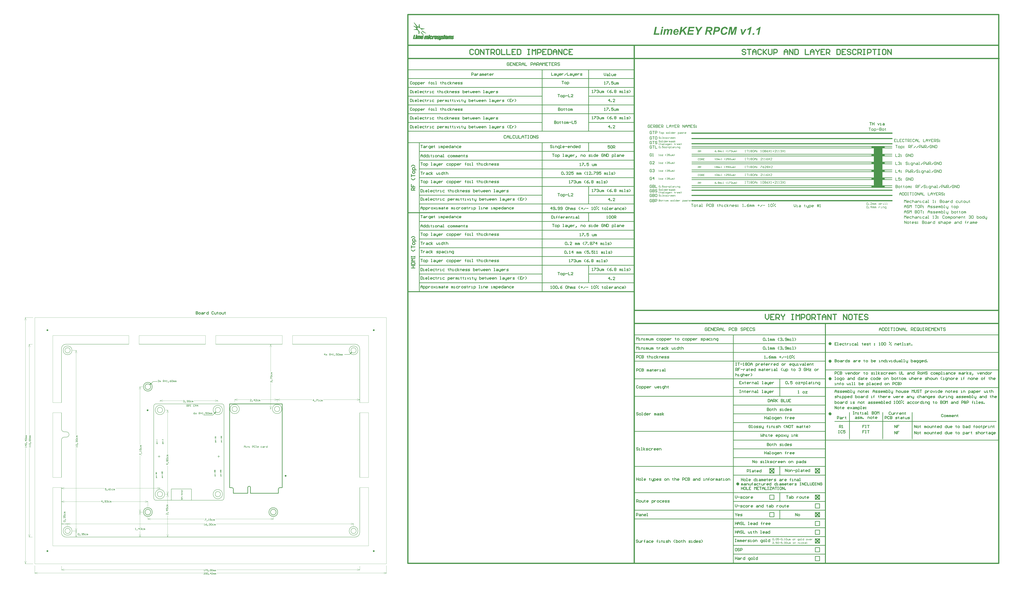
<source format=gm1>
G04*
G04 #@! TF.GenerationSoftware,Altium Limited,Altium Designer,19.1.6 (110)*
G04*
G04 Layer_Color=16711935*
%FSLAX44Y44*%
%MOMM*%
G71*
G01*
G75*
%ADD10C,0.2500*%
%ADD11C,0.2000*%
%ADD12C,0.3000*%
%ADD13C,1.0000*%
%ADD14C,0.1000*%
%ADD16C,0.4000*%
%ADD18C,0.1500*%
%ADD19C,0.2540*%
%ADD20C,0.0254*%
%ADD21C,0.0260*%
%ADD222C,0.6000*%
%ADD223C,0.7000*%
%ADD224C,0.3500*%
%ADD225C,0.5000*%
%ADD388C,0.1524*%
G36*
X4692750Y2219000D02*
X4679500D01*
Y2183750D01*
X4692750D01*
Y2174000D01*
X4679500D01*
Y2138750D01*
X4692750D01*
Y2129000D01*
X4679500D01*
Y2093750D01*
X4692750D01*
Y2084000D01*
X4679500D01*
Y2048750D01*
X4692750D01*
Y2039000D01*
X4679500D01*
Y2003750D01*
X4692750D01*
Y1994000D01*
X4617000D01*
Y2003750D01*
X4630250D01*
Y2039000D01*
X4617000D01*
Y2048750D01*
X4630250D01*
Y2084000D01*
X4617000D01*
Y2093750D01*
X4630250D01*
Y2129000D01*
X4617000D01*
Y2138750D01*
X4630250D01*
Y2174000D01*
X4617000D01*
Y2183750D01*
X4630250D01*
Y2219000D01*
X4617000D01*
Y2228750D01*
X4692750D01*
Y2219000D01*
D02*
G37*
G36*
X3429493Y2901934D02*
X3420746D01*
X3422430Y2909839D01*
X3431113D01*
X3429493Y2901934D01*
D02*
G37*
G36*
X3782628Y2910616D02*
X3783211Y2910551D01*
X3783924Y2910486D01*
X3784766Y2910357D01*
X3785609Y2910163D01*
X3787487Y2909709D01*
X3788459Y2909385D01*
X3789431Y2908996D01*
X3790468Y2908543D01*
X3791375Y2908024D01*
X3792347Y2907441D01*
X3793189Y2906729D01*
X3793254Y2906664D01*
X3793384Y2906534D01*
X3793578Y2906340D01*
X3793902Y2906016D01*
X3794226Y2905627D01*
X3794680Y2905173D01*
X3795069Y2904590D01*
X3795522Y2903942D01*
X3795976Y2903229D01*
X3796429Y2902452D01*
X3796883Y2901545D01*
X3797336Y2900638D01*
X3797725Y2899601D01*
X3798049Y2898499D01*
X3798308Y2897333D01*
X3798503Y2896102D01*
X3789691Y2895260D01*
Y2895324D01*
X3789626Y2895454D01*
Y2895648D01*
X3789561Y2895908D01*
X3789366Y2896555D01*
X3789043Y2897398D01*
X3788654Y2898370D01*
X3788135Y2899277D01*
X3787552Y2900184D01*
X3786840Y2900897D01*
X3786775Y2900962D01*
X3786451Y2901156D01*
X3785997Y2901480D01*
X3785349Y2901804D01*
X3784572Y2902128D01*
X3783600Y2902452D01*
X3782498Y2902646D01*
X3781267Y2902711D01*
X3780878D01*
X3780619Y2902646D01*
X3779907Y2902581D01*
X3778935Y2902387D01*
X3777833Y2902128D01*
X3776667Y2901674D01*
X3775371Y2901091D01*
X3774140Y2900314D01*
X3774075D01*
X3774010Y2900184D01*
X3773621Y2899860D01*
X3772973Y2899342D01*
X3772261Y2898499D01*
X3771418Y2897527D01*
X3770511Y2896231D01*
X3769604Y2894741D01*
X3768826Y2892992D01*
Y2892927D01*
X3768762Y2892798D01*
X3768632Y2892538D01*
X3768503Y2892149D01*
X3768373Y2891696D01*
X3768243Y2891177D01*
X3768049Y2890594D01*
X3767855Y2889946D01*
X3767531Y2888456D01*
X3767207Y2886772D01*
X3766947Y2884957D01*
X3766883Y2883143D01*
Y2883078D01*
Y2882884D01*
Y2882625D01*
X3766947Y2882236D01*
Y2881782D01*
X3767012Y2881264D01*
X3767207Y2880097D01*
X3767531Y2878737D01*
X3767919Y2877376D01*
X3768567Y2876015D01*
X3769409Y2874784D01*
X3769539Y2874655D01*
X3769863Y2874331D01*
X3770446Y2873877D01*
X3771159Y2873359D01*
X3772131Y2872776D01*
X3773232Y2872322D01*
X3774464Y2871998D01*
X3775112Y2871933D01*
X3775824Y2871869D01*
X3776148D01*
X3776407Y2871933D01*
X3777120Y2871998D01*
X3777963Y2872128D01*
X3778999Y2872451D01*
X3780101Y2872840D01*
X3781202Y2873359D01*
X3782369Y2874136D01*
X3782433D01*
X3782498Y2874266D01*
X3782887Y2874590D01*
X3783405Y2875108D01*
X3784053Y2875886D01*
X3784766Y2876858D01*
X3785544Y2878024D01*
X3786192Y2879449D01*
X3786840Y2881069D01*
X3796170Y2879644D01*
Y2879579D01*
X3796041Y2879320D01*
X3795911Y2878931D01*
X3795652Y2878413D01*
X3795328Y2877765D01*
X3795004Y2877052D01*
X3794615Y2876210D01*
X3794097Y2875367D01*
X3792930Y2873488D01*
X3791505Y2871609D01*
X3789885Y2869730D01*
X3788913Y2868888D01*
X3787941Y2868110D01*
X3787876Y2868045D01*
X3787682Y2867916D01*
X3787423Y2867722D01*
X3786969Y2867527D01*
X3786451Y2867203D01*
X3785868Y2866879D01*
X3785090Y2866490D01*
X3784312Y2866166D01*
X3783405Y2865778D01*
X3782433Y2865389D01*
X3781397Y2865065D01*
X3780295Y2864806D01*
X3779129Y2864547D01*
X3777898Y2864352D01*
X3776602Y2864223D01*
X3775241Y2864158D01*
X3774852D01*
X3774464Y2864223D01*
X3773881D01*
X3773168Y2864287D01*
X3772390Y2864417D01*
X3771483Y2864547D01*
X3770576Y2864806D01*
X3769539Y2865065D01*
X3768503Y2865389D01*
X3767401Y2865778D01*
X3766364Y2866231D01*
X3765263Y2866814D01*
X3764226Y2867462D01*
X3763254Y2868240D01*
X3762347Y2869082D01*
X3762282Y2869147D01*
X3762152Y2869341D01*
X3761893Y2869601D01*
X3761634Y2869989D01*
X3761310Y2870508D01*
X3760921Y2871156D01*
X3760468Y2871933D01*
X3760079Y2872776D01*
X3759626Y2873748D01*
X3759172Y2874784D01*
X3758783Y2876015D01*
X3758459Y2877311D01*
X3758200Y2878672D01*
X3757941Y2880227D01*
X3757811Y2881782D01*
X3757746Y2883531D01*
Y2883596D01*
Y2883856D01*
Y2884309D01*
X3757811Y2884828D01*
Y2885475D01*
X3757941Y2886318D01*
X3758006Y2887160D01*
X3758135Y2888132D01*
X3758265Y2889169D01*
X3758524Y2890335D01*
X3759042Y2892668D01*
X3759820Y2895130D01*
X3760273Y2896296D01*
X3760792Y2897527D01*
X3760857Y2897592D01*
X3760921Y2897787D01*
X3761116Y2898111D01*
X3761375Y2898564D01*
X3761699Y2899083D01*
X3762088Y2899731D01*
X3762541Y2900378D01*
X3763060Y2901156D01*
X3764291Y2902711D01*
X3765716Y2904331D01*
X3767466Y2905886D01*
X3768438Y2906599D01*
X3769409Y2907247D01*
X3769474Y2907312D01*
X3769669Y2907376D01*
X3769993Y2907571D01*
X3770381Y2907765D01*
X3770900Y2908024D01*
X3771483Y2908348D01*
X3772196Y2908672D01*
X3772973Y2908996D01*
X3773816Y2909255D01*
X3774788Y2909579D01*
X3776796Y2910163D01*
X3778999Y2910551D01*
X3780166Y2910616D01*
X3781397Y2910681D01*
X3782109D01*
X3782628Y2910616D01*
D02*
G37*
G36*
X3475692Y2898111D02*
X3476534Y2897981D01*
X3477506Y2897722D01*
X3478543Y2897333D01*
X3479515Y2896815D01*
X3480357Y2896102D01*
X3480422Y2896037D01*
X3480681Y2895713D01*
X3481070Y2895260D01*
X3481459Y2894612D01*
X3481848Y2893834D01*
X3482236Y2892927D01*
X3482496Y2891825D01*
X3482560Y2890594D01*
Y2890529D01*
Y2890270D01*
X3482496Y2889817D01*
X3482431Y2889234D01*
X3482366Y2888456D01*
X3482172Y2887419D01*
X3481977Y2886188D01*
X3481653Y2884763D01*
X3477377Y2865000D01*
X3468694D01*
X3472906Y2884763D01*
Y2884828D01*
X3472971Y2884957D01*
Y2885087D01*
X3473035Y2885346D01*
X3473165Y2885994D01*
X3473295Y2886707D01*
X3473424Y2887419D01*
X3473554Y2888132D01*
X3473683Y2888651D01*
Y2888845D01*
Y2888974D01*
Y2889039D01*
Y2889234D01*
X3473618Y2889428D01*
X3473554Y2889752D01*
X3473359Y2890465D01*
X3473100Y2890789D01*
X3472841Y2891113D01*
X3472776Y2891177D01*
X3472711Y2891242D01*
X3472517Y2891372D01*
X3472258Y2891566D01*
X3471934Y2891696D01*
X3471480Y2891825D01*
X3471027Y2891890D01*
X3470444Y2891955D01*
X3470120D01*
X3469861Y2891890D01*
X3469213Y2891761D01*
X3468435Y2891501D01*
X3467528Y2891113D01*
X3466491Y2890465D01*
X3465973Y2890076D01*
X3465454Y2889622D01*
X3465001Y2889104D01*
X3464482Y2888456D01*
X3464418Y2888326D01*
X3464288Y2888197D01*
X3464159Y2888003D01*
X3464029Y2887679D01*
X3463835Y2887354D01*
X3463575Y2886901D01*
X3463381Y2886447D01*
X3463122Y2885864D01*
X3462863Y2885216D01*
X3462603Y2884503D01*
X3462344Y2883726D01*
X3462020Y2882884D01*
X3461761Y2881912D01*
X3461502Y2880875D01*
X3461243Y2879709D01*
X3458133Y2865000D01*
X3449450D01*
X3453532Y2884568D01*
Y2884633D01*
X3453597Y2884698D01*
X3453661Y2885151D01*
X3453791Y2885735D01*
X3453921Y2886383D01*
X3454050Y2887160D01*
X3454115Y2887873D01*
X3454245Y2888521D01*
Y2888974D01*
Y2889039D01*
Y2889169D01*
X3454180Y2889428D01*
X3454115Y2889752D01*
X3453856Y2890400D01*
X3453661Y2890789D01*
X3453338Y2891113D01*
X3453273Y2891177D01*
X3453208Y2891242D01*
X3453014Y2891372D01*
X3452755Y2891566D01*
X3452366Y2891696D01*
X3451977Y2891825D01*
X3451523Y2891890D01*
X3450940Y2891955D01*
X3450681D01*
X3450422Y2891890D01*
X3450033Y2891825D01*
X3449579Y2891761D01*
X3449061Y2891566D01*
X3448543Y2891372D01*
X3447960Y2891048D01*
X3447895Y2890983D01*
X3447701Y2890918D01*
X3447376Y2890724D01*
X3447053Y2890465D01*
X3446599Y2890141D01*
X3446145Y2889687D01*
X3445692Y2889234D01*
X3445238Y2888715D01*
X3445173Y2888651D01*
X3445044Y2888456D01*
X3444850Y2888132D01*
X3444590Y2887679D01*
X3444266Y2887160D01*
X3443942Y2886447D01*
X3443618Y2885735D01*
X3443294Y2884892D01*
Y2884828D01*
X3443230Y2884633D01*
X3443100Y2884309D01*
X3442970Y2883856D01*
X3442841Y2883208D01*
X3442581Y2882300D01*
X3442322Y2881264D01*
X3442193Y2880616D01*
X3441998Y2879903D01*
X3438888Y2865000D01*
X3430206D01*
X3437009Y2897527D01*
X3445238D01*
X3444461Y2893575D01*
X3444525Y2893640D01*
X3444655Y2893769D01*
X3444914Y2894028D01*
X3445303Y2894288D01*
X3445757Y2894677D01*
X3446275Y2895065D01*
X3446858Y2895454D01*
X3447571Y2895908D01*
X3449126Y2896750D01*
X3450811Y2897527D01*
X3451783Y2897787D01*
X3452690Y2898046D01*
X3453727Y2898175D01*
X3454698Y2898240D01*
X3455281D01*
X3455994Y2898175D01*
X3456772Y2898046D01*
X3457679Y2897851D01*
X3458651Y2897592D01*
X3459558Y2897203D01*
X3460335Y2896685D01*
X3460400Y2896620D01*
X3460659Y2896426D01*
X3460984Y2896037D01*
X3461437Y2895583D01*
X3461826Y2895000D01*
X3462279Y2894223D01*
X3462668Y2893445D01*
X3462928Y2892473D01*
X3462992Y2892603D01*
X3463251Y2892862D01*
X3463640Y2893316D01*
X3464159Y2893899D01*
X3464871Y2894547D01*
X3465649Y2895195D01*
X3466621Y2895908D01*
X3467722Y2896555D01*
X3467787D01*
X3467852Y2896620D01*
X3468046Y2896685D01*
X3468305Y2896815D01*
X3468889Y2897074D01*
X3469731Y2897398D01*
X3470703Y2897722D01*
X3471869Y2897981D01*
X3473035Y2898175D01*
X3474331Y2898240D01*
X3474979D01*
X3475692Y2898111D01*
D02*
G37*
G36*
X3548522Y2892214D02*
X3563295Y2865000D01*
X3552863D01*
X3541783Y2886318D01*
X3533036Y2878607D01*
X3530120Y2865000D01*
X3520984D01*
X3530379Y2909839D01*
X3539580D01*
X3535563Y2890724D01*
X3556298Y2909839D01*
X3568673D01*
X3548522Y2892214D01*
D02*
G37*
G36*
X3634117Y2881588D02*
X3630618Y2865000D01*
X3621482D01*
X3625110Y2882495D01*
X3612734Y2909839D01*
X3622583D01*
X3628156Y2897203D01*
Y2897139D01*
X3628221Y2897009D01*
X3628350Y2896750D01*
X3628480Y2896491D01*
X3628609Y2896102D01*
X3628804Y2895648D01*
X3629193Y2894677D01*
X3629646Y2893640D01*
X3630099Y2892538D01*
X3630488Y2891501D01*
X3630812Y2890659D01*
X3630877Y2890724D01*
X3631006Y2890983D01*
X3631266Y2891372D01*
X3631525Y2891890D01*
X3631914Y2892538D01*
X3632367Y2893251D01*
X3633404Y2894806D01*
X3637681Y2900767D01*
X3643966Y2909839D01*
X3654722D01*
X3634117Y2881588D01*
D02*
G37*
G36*
X3842563Y2865000D02*
X3834205D01*
X3841981Y2902193D01*
X3825328Y2865000D01*
X3816581D01*
X3814896Y2902452D01*
X3807833Y2865000D01*
X3799475D01*
X3808805Y2909839D01*
X3821959D01*
X3823384Y2878996D01*
X3837445Y2909839D01*
X3850728D01*
X3842563Y2865000D01*
D02*
G37*
G36*
X3885393Y2865000D02*
X3877877Y2865000D01*
X3871398Y2897527D01*
X3880015D01*
X3882218Y2883272D01*
Y2883208D01*
X3882283Y2883013D01*
Y2882754D01*
X3882348Y2882365D01*
X3882413Y2881912D01*
X3882542Y2881329D01*
X3882737Y2880162D01*
X3882931Y2878866D01*
X3883126Y2877635D01*
X3883255Y2876534D01*
X3883320Y2876080D01*
X3883385Y2875692D01*
X3883449Y2875821D01*
X3883579Y2876015D01*
X3883773Y2876339D01*
X3884033Y2876858D01*
X3884421Y2877506D01*
X3884875Y2878413D01*
X3885199Y2878996D01*
X3885523Y2879579D01*
Y2879644D01*
X3885588Y2879709D01*
X3885847Y2880097D01*
X3886171Y2880681D01*
X3886560Y2881393D01*
X3886949Y2882106D01*
X3887337Y2882754D01*
X3887661Y2883337D01*
X3887856Y2883726D01*
X3895955Y2897527D01*
X3905415D01*
X3885393Y2865000D01*
D02*
G37*
G36*
X3976301D02*
X3967489D01*
X3973969Y2896037D01*
X3973839Y2895972D01*
X3973515Y2895713D01*
X3972932Y2895389D01*
X3972155Y2894936D01*
X3971247Y2894417D01*
X3970146Y2893899D01*
X3968914Y2893316D01*
X3967619Y2892733D01*
X3967554D01*
X3967489Y2892668D01*
X3967295Y2892603D01*
X3967036Y2892473D01*
X3966323Y2892279D01*
X3965481Y2891955D01*
X3964509Y2891631D01*
X3963407Y2891307D01*
X3962370Y2890983D01*
X3961269Y2890724D01*
X3962953Y2898564D01*
X3963018D01*
X3963083Y2898629D01*
X3963472Y2898759D01*
X3964055Y2899083D01*
X3964832Y2899471D01*
X3965740Y2899925D01*
X3966841Y2900443D01*
X3968072Y2901091D01*
X3969368Y2901869D01*
X3970729Y2902646D01*
X3972155Y2903553D01*
X3973645Y2904525D01*
X3975070Y2905497D01*
X3976496Y2906599D01*
X3977921Y2907701D01*
X3979217Y2908867D01*
X3980448Y2910098D01*
X3985761D01*
X3976301Y2865000D01*
D02*
G37*
G36*
X3947921D02*
X3939238D01*
X3940923Y2873488D01*
X3949606D01*
X3947921Y2865000D01*
D02*
G37*
G36*
X3924012D02*
X3915199D01*
X3921679Y2896037D01*
X3921549Y2895972D01*
X3921225Y2895713D01*
X3920642Y2895389D01*
X3919865Y2894936D01*
X3918958Y2894417D01*
X3917856Y2893899D01*
X3916625Y2893316D01*
X3915329Y2892733D01*
X3915264D01*
X3915199Y2892668D01*
X3915005Y2892603D01*
X3914746Y2892473D01*
X3914033Y2892279D01*
X3913191Y2891955D01*
X3912219Y2891631D01*
X3911117Y2891307D01*
X3910080Y2890983D01*
X3908979Y2890724D01*
X3910663Y2898564D01*
X3910728D01*
X3910793Y2898629D01*
X3911182Y2898759D01*
X3911765Y2899083D01*
X3912543Y2899471D01*
X3913450Y2899925D01*
X3914551Y2900443D01*
X3915782Y2901091D01*
X3917078Y2901869D01*
X3918439Y2902646D01*
X3919865Y2903553D01*
X3921355Y2904525D01*
X3922780Y2905497D01*
X3924206Y2906599D01*
X3925631Y2907701D01*
X3926927Y2908867D01*
X3928158Y2910098D01*
X3933472D01*
X3924012Y2865000D01*
D02*
G37*
G36*
X3741353Y2909774D02*
X3741807D01*
X3742908Y2909709D01*
X3744139Y2909579D01*
X3745370Y2909320D01*
X3746666Y2909061D01*
X3747768Y2908672D01*
X3747833D01*
X3747898Y2908607D01*
X3748221Y2908478D01*
X3748740Y2908154D01*
X3749388Y2907765D01*
X3750101Y2907247D01*
X3750878Y2906599D01*
X3751656Y2905757D01*
X3752303Y2904849D01*
X3752368Y2904720D01*
X3752563Y2904396D01*
X3752822Y2903813D01*
X3753146Y2903100D01*
X3753470Y2902128D01*
X3753729Y2901091D01*
X3753924Y2899860D01*
X3753988Y2898564D01*
Y2898499D01*
Y2898434D01*
Y2898240D01*
Y2897981D01*
X3753924Y2897333D01*
X3753794Y2896426D01*
X3753664Y2895454D01*
X3753405Y2894288D01*
X3753081Y2893121D01*
X3752628Y2891890D01*
Y2891826D01*
X3752563Y2891761D01*
X3752368Y2891372D01*
X3752109Y2890789D01*
X3751721Y2890076D01*
X3751267Y2889234D01*
X3750749Y2888391D01*
X3750101Y2887549D01*
X3749388Y2886772D01*
X3749323Y2886707D01*
X3749064Y2886447D01*
X3748675Y2886123D01*
X3748157Y2885735D01*
X3747574Y2885216D01*
X3746861Y2884763D01*
X3746148Y2884309D01*
X3745306Y2883856D01*
X3745176Y2883791D01*
X3744917Y2883726D01*
X3744398Y2883531D01*
X3743751Y2883337D01*
X3742908Y2883078D01*
X3741872Y2882819D01*
X3740705Y2882560D01*
X3739344Y2882365D01*
X3739215D01*
X3738891Y2882300D01*
X3738308D01*
X3737919Y2882236D01*
X3736947D01*
X3736364Y2882171D01*
X3735003D01*
X3734161Y2882106D01*
X3725284D01*
X3721655Y2865000D01*
X3712519D01*
X3721915Y2909839D01*
X3740900Y2909839D01*
X3741353Y2909774D01*
D02*
G37*
G36*
X3698523Y2909774D02*
X3699690Y2909709D01*
X3700986Y2909579D01*
X3702281Y2909385D01*
X3703578Y2909126D01*
X3704744Y2908737D01*
X3704809D01*
X3704873Y2908672D01*
X3705197Y2908542D01*
X3705716Y2908283D01*
X3706364Y2907895D01*
X3707141Y2907311D01*
X3707919Y2906664D01*
X3708632Y2905821D01*
X3709344Y2904849D01*
X3709409Y2904720D01*
X3709604Y2904331D01*
X3709927Y2903748D01*
X3710251Y2902970D01*
X3710575Y2901998D01*
X3710899Y2900832D01*
X3711094Y2899471D01*
X3711158Y2898046D01*
Y2897981D01*
Y2897787D01*
Y2897527D01*
X3711094Y2897074D01*
X3711029Y2896620D01*
X3710964Y2896037D01*
X3710899Y2895389D01*
X3710705Y2894741D01*
X3710316Y2893251D01*
X3709733Y2891631D01*
X3709344Y2890854D01*
X3708891Y2890076D01*
X3708307Y2889298D01*
X3707724Y2888586D01*
X3707660Y2888521D01*
X3707595Y2888456D01*
X3707336Y2888262D01*
X3707076Y2888003D01*
X3706688Y2887679D01*
X3706299Y2887355D01*
X3705781Y2887031D01*
X3705133Y2886642D01*
X3704485Y2886253D01*
X3703707Y2885864D01*
X3702865Y2885475D01*
X3701893Y2885087D01*
X3700921Y2884763D01*
X3699819Y2884503D01*
X3698588Y2884244D01*
X3697357Y2884050D01*
X3697422Y2883985D01*
X3697681Y2883791D01*
X3698005Y2883402D01*
X3698459Y2882949D01*
X3698912Y2882300D01*
X3699496Y2881588D01*
X3700078Y2880746D01*
X3700662Y2879838D01*
X3700727Y2879774D01*
X3700791Y2879579D01*
X3700986Y2879320D01*
X3701180Y2878866D01*
X3701504Y2878348D01*
X3701828Y2877700D01*
X3702217Y2876923D01*
X3702670Y2876015D01*
X3703189Y2875043D01*
X3703707Y2873942D01*
X3704290Y2872711D01*
X3704873Y2871350D01*
X3705521Y2869925D01*
X3706169Y2868369D01*
X3706882Y2866750D01*
X3707595Y2865000D01*
X3697681D01*
Y2865065D01*
X3697616Y2865194D01*
X3697552Y2865389D01*
X3697422Y2865713D01*
X3697292Y2866102D01*
X3697098Y2866620D01*
X3696904Y2867203D01*
X3696644Y2867916D01*
X3696320Y2868694D01*
X3695996Y2869536D01*
X3695608Y2870508D01*
X3695154Y2871544D01*
X3694701Y2872711D01*
X3694182Y2874007D01*
X3693599Y2875367D01*
X3692951Y2876793D01*
Y2876858D01*
X3692886Y2876987D01*
X3692757Y2877182D01*
X3692627Y2877505D01*
X3692238Y2878218D01*
X3691720Y2879125D01*
X3691137Y2880097D01*
X3690489Y2881069D01*
X3689711Y2881977D01*
X3689323Y2882300D01*
X3688934Y2882625D01*
X3688869Y2882689D01*
X3688675Y2882754D01*
X3688351Y2882884D01*
X3687897Y2883078D01*
X3687249Y2883272D01*
X3686472Y2883402D01*
X3685500Y2883467D01*
X3684333Y2883531D01*
X3680575D01*
X3676687Y2865000D01*
X3667551D01*
X3676947Y2909839D01*
X3698070D01*
X3698523Y2909774D01*
D02*
G37*
G36*
X3607421Y2902322D02*
X3583382Y2902322D01*
X3581179Y2892214D01*
X3604441Y2892214D01*
X3602885Y2884698D01*
X3579494Y2884698D01*
X3576838Y2872516D01*
X3602950Y2872516D01*
X3601330Y2865000D01*
X3566341Y2865000D01*
X3575736Y2909839D01*
X3608976Y2909839D01*
X3607421Y2902322D01*
D02*
G37*
G36*
X3421718Y2865000D02*
X3413035D01*
X3419838Y2897527D01*
X3428586D01*
X3421718Y2865000D01*
D02*
G37*
G36*
X3385756Y2872516D02*
X3408694D01*
X3407138Y2865000D01*
X3375000D01*
X3384395Y2909839D01*
X3393596D01*
X3385756Y2872516D01*
D02*
G37*
G36*
X3506340Y2898175D02*
X3506859Y2898111D01*
X3507442Y2898046D01*
X3508090Y2897916D01*
X3508802Y2897787D01*
X3510358Y2897333D01*
X3511135Y2897074D01*
X3511913Y2896685D01*
X3512690Y2896231D01*
X3513468Y2895778D01*
X3514181Y2895195D01*
X3514893Y2894547D01*
X3514958Y2894482D01*
X3515023Y2894352D01*
X3515217Y2894158D01*
X3515476Y2893899D01*
X3515735Y2893510D01*
X3515995Y2893057D01*
X3516319Y2892473D01*
X3516707Y2891890D01*
X3517032Y2891177D01*
X3517356Y2890400D01*
X3517615Y2889557D01*
X3517874Y2888586D01*
X3518133Y2887614D01*
X3518327Y2886512D01*
X3518392Y2885411D01*
X3518457Y2884180D01*
Y2884115D01*
Y2884050D01*
Y2883661D01*
Y2883013D01*
X3518392Y2882300D01*
X3518327Y2881393D01*
X3518198Y2880421D01*
X3517809Y2878477D01*
X3495779D01*
Y2878413D01*
Y2878154D01*
X3495714Y2877894D01*
Y2877635D01*
Y2877570D01*
Y2877505D01*
Y2877117D01*
X3495844Y2876534D01*
X3495973Y2875756D01*
X3496167Y2874914D01*
X3496491Y2874071D01*
X3496945Y2873164D01*
X3497528Y2872387D01*
X3497593Y2872322D01*
X3497852Y2872063D01*
X3498241Y2871804D01*
X3498824Y2871415D01*
X3499472Y2871091D01*
X3500250Y2870767D01*
X3501157Y2870508D01*
X3502129Y2870443D01*
X3502582D01*
X3502841Y2870508D01*
X3503230Y2870573D01*
X3503684Y2870702D01*
X3504655Y2871026D01*
X3505174Y2871220D01*
X3505757Y2871544D01*
X3506340Y2871933D01*
X3506859Y2872387D01*
X3507442Y2872905D01*
X3508025Y2873488D01*
X3508543Y2874201D01*
X3508997Y2874979D01*
X3516837Y2873683D01*
Y2873618D01*
X3516707Y2873488D01*
X3516578Y2873229D01*
X3516384Y2872905D01*
X3516189Y2872516D01*
X3515865Y2872063D01*
X3515217Y2870961D01*
X3514310Y2869795D01*
X3513209Y2868629D01*
X3511978Y2867462D01*
X3510617Y2866490D01*
X3510552D01*
X3510422Y2866361D01*
X3510228Y2866296D01*
X3509969Y2866102D01*
X3509580Y2865972D01*
X3509191Y2865778D01*
X3508090Y2865324D01*
X3506859Y2864871D01*
X3505368Y2864547D01*
X3503813Y2864287D01*
X3502064Y2864158D01*
X3501416D01*
X3500962Y2864223D01*
X3500379Y2864287D01*
X3499731Y2864352D01*
X3499018Y2864482D01*
X3498241Y2864676D01*
X3496556Y2865194D01*
X3495649Y2865518D01*
X3494742Y2865907D01*
X3493900Y2866361D01*
X3492992Y2866944D01*
X3492150Y2867592D01*
X3491372Y2868305D01*
X3491308Y2868369D01*
X3491178Y2868499D01*
X3490984Y2868758D01*
X3490724Y2869082D01*
X3490401Y2869471D01*
X3490077Y2869989D01*
X3489688Y2870573D01*
X3489364Y2871220D01*
X3488975Y2871998D01*
X3488586Y2872776D01*
X3488262Y2873683D01*
X3487939Y2874655D01*
X3487679Y2875692D01*
X3487485Y2876858D01*
X3487355Y2878024D01*
X3487290Y2879255D01*
Y2879320D01*
Y2879579D01*
Y2879903D01*
X3487355Y2880357D01*
X3487420Y2880940D01*
X3487485Y2881653D01*
X3487614Y2882430D01*
X3487744Y2883272D01*
X3488198Y2885087D01*
X3488521Y2886059D01*
X3488846Y2887095D01*
X3489299Y2888132D01*
X3489753Y2889169D01*
X3490336Y2890205D01*
X3490984Y2891177D01*
X3491049Y2891242D01*
X3491243Y2891501D01*
X3491502Y2891825D01*
X3491891Y2892279D01*
X3492474Y2892797D01*
X3493057Y2893445D01*
X3493835Y2894029D01*
X3494677Y2894741D01*
X3495649Y2895389D01*
X3496750Y2896037D01*
X3497917Y2896620D01*
X3499213Y2897139D01*
X3500573Y2897592D01*
X3502064Y2897916D01*
X3503684Y2898175D01*
X3505368Y2898240D01*
X3505952D01*
X3506340Y2898175D01*
D02*
G37*
%LPC*%
G36*
X3737725Y2902452D02*
X3729561D01*
X3726839Y2889622D01*
X3731440D01*
X3732152Y2889687D01*
X3733643Y2889752D01*
X3735262Y2889817D01*
X3736882Y2890011D01*
X3737595Y2890141D01*
X3738308Y2890206D01*
X3738891Y2890400D01*
X3739409Y2890529D01*
X3739539Y2890594D01*
X3739798Y2890724D01*
X3740252Y2890918D01*
X3740835Y2891242D01*
X3741418Y2891631D01*
X3742066Y2892149D01*
X3742714Y2892733D01*
X3743297Y2893380D01*
X3743362Y2893445D01*
X3743492Y2893705D01*
X3743751Y2894158D01*
X3744010Y2894677D01*
X3744269Y2895324D01*
X3744528Y2896102D01*
X3744658Y2896880D01*
X3744723Y2897787D01*
Y2897851D01*
Y2898046D01*
X3744658Y2898370D01*
Y2898759D01*
X3744398Y2899601D01*
X3744204Y2900055D01*
X3743945Y2900443D01*
Y2900508D01*
X3743815Y2900638D01*
X3743427Y2901026D01*
X3742779Y2901480D01*
X3741936Y2901934D01*
X3741872D01*
X3741677Y2901998D01*
X3741288Y2902128D01*
X3740705Y2902193D01*
X3739992Y2902322D01*
X3738956Y2902387D01*
X3738372D01*
X3737725Y2902452D01*
D02*
G37*
G36*
X3696061Y2902322D02*
X3684528D01*
X3682001Y2890270D01*
X3688739D01*
X3689387Y2890335D01*
X3690942Y2890400D01*
X3692562Y2890465D01*
X3694182Y2890659D01*
X3694895Y2890724D01*
X3695608Y2890854D01*
X3696191Y2890983D01*
X3696709Y2891113D01*
X3696839Y2891177D01*
X3697098Y2891307D01*
X3697552Y2891501D01*
X3698135Y2891825D01*
X3698718Y2892214D01*
X3699366Y2892668D01*
X3699949Y2893251D01*
X3700532Y2893899D01*
X3700597Y2893964D01*
X3700727Y2894223D01*
X3700986Y2894612D01*
X3701245Y2895130D01*
X3701504Y2895713D01*
X3701763Y2896361D01*
X3701893Y2897139D01*
X3701958Y2897916D01*
Y2898046D01*
Y2898305D01*
X3701828Y2898759D01*
X3701698Y2899277D01*
X3701439Y2899860D01*
X3701115Y2900443D01*
X3700597Y2901026D01*
X3699949Y2901545D01*
X3699884Y2901609D01*
X3699690Y2901674D01*
X3699366Y2901804D01*
X3698847Y2901934D01*
X3698135Y2902063D01*
X3697163Y2902193D01*
X3696061Y2902322D01*
D02*
G37*
G36*
X3504461Y2891955D02*
X3504008D01*
X3503489Y2891825D01*
X3502841Y2891696D01*
X3502064Y2891436D01*
X3501221Y2891113D01*
X3500379Y2890594D01*
X3499537Y2889882D01*
X3499472Y2889817D01*
X3499213Y2889493D01*
X3498824Y2889039D01*
X3498370Y2888326D01*
X3497917Y2887484D01*
X3497398Y2886447D01*
X3496945Y2885281D01*
X3496621Y2883856D01*
X3510422D01*
Y2883920D01*
Y2884180D01*
Y2884439D01*
Y2884698D01*
Y2884763D01*
Y2884828D01*
Y2885022D01*
Y2885281D01*
X3510358Y2885929D01*
X3510228Y2886772D01*
X3510034Y2887614D01*
X3509709Y2888521D01*
X3509321Y2889363D01*
X3508802Y2890141D01*
X3508738Y2890205D01*
X3508478Y2890400D01*
X3508155Y2890724D01*
X3507636Y2891048D01*
X3507053Y2891372D01*
X3506276Y2891696D01*
X3505433Y2891890D01*
X3504461Y2891955D01*
D02*
G37*
%LPD*%
D10*
X1223500Y142500D02*
G03*
X1223500Y142500I-16000J0D01*
G01*
X1232500D02*
G03*
X1232500Y142500I-25000J0D01*
G01*
X508500Y857500D02*
G03*
X508500Y857500I-16000J0D01*
G01*
X517500D02*
G03*
X517500Y857500I-25000J0D01*
G01*
Y142500D02*
G03*
X517500Y142500I-25000J0D01*
G01*
X508500D02*
G03*
X508500Y142500I-16000J0D01*
G01*
D11*
X1244250Y730500D02*
G03*
X1244250Y730500I-15000J0D01*
G01*
X1255750D02*
G03*
X1255750Y730500I-26500J0D01*
G01*
X1002250D02*
G03*
X1002250Y730500I-15000J0D01*
G01*
X1013750D02*
G03*
X1013750Y730500I-26500J0D01*
G01*
X906250Y724750D02*
G03*
X906250Y724750I-15000J0D01*
G01*
X917750D02*
G03*
X917750Y724750I-26500J0D01*
G01*
X906250Y244750D02*
G03*
X906250Y244750I-15000J0D01*
G01*
X917750D02*
G03*
X917750Y244750I-26500J0D01*
G01*
X576250Y244750D02*
G03*
X576250Y244750I-15000J0D01*
G01*
X587750D02*
G03*
X587750Y244750I-26500J0D01*
G01*
X906250Y724750D02*
G03*
X906250Y724750I-15000J0D01*
G01*
X917750D02*
G03*
X917750Y724750I-26500J0D01*
G01*
X587750Y724750D02*
G03*
X587750Y724750I-26500J0D01*
G01*
X1690000Y35000D02*
G03*
X1690000Y35000I-25000J0D01*
G01*
X1680000D02*
G03*
X1680000Y35000I-15000J0D01*
G01*
X1690000Y1065000D02*
G03*
X1690000Y1065000I-25000J0D01*
G01*
X1680000D02*
G03*
X1680000Y1065000I-15000J0D01*
G01*
X60000D02*
G03*
X60000Y1065000I-25000J0D01*
G01*
X50000D02*
G03*
X50000Y1065000I-15000J0D01*
G01*
Y35000D02*
G03*
X50000Y35000I-15000J0D01*
G01*
X60000D02*
G03*
X60000Y35000I-25000J0D01*
G01*
X576250Y724750D02*
G03*
X576250Y724750I-15000J0D01*
G01*
X3895350Y2116996D02*
X3899349D01*
X3897349D01*
Y2104999D01*
X3895350D01*
X3899349D01*
X3905347Y2116996D02*
X3913344D01*
X3909345D01*
Y2104999D01*
X3917343D02*
X3921342D01*
X3919342D01*
Y2116996D01*
X3917343Y2114996D01*
X3927339D02*
X3929339Y2116996D01*
X3933338D01*
X3935337Y2114996D01*
Y2112997D01*
X3933338Y2110997D01*
X3935337Y2108998D01*
Y2106999D01*
X3933338Y2104999D01*
X3929339D01*
X3927339Y2106999D01*
Y2108998D01*
X3929339Y2110997D01*
X3927339Y2112997D01*
Y2114996D01*
X3929339Y2110997D02*
X3933338D01*
X3939336Y2114996D02*
X3941335Y2116996D01*
X3945334D01*
X3947333Y2114996D01*
Y2106999D01*
X3945334Y2104999D01*
X3941335D01*
X3939336Y2106999D01*
Y2114996D01*
X3951332Y2104999D02*
Y2112997D01*
X3955331Y2116996D01*
X3959329Y2112997D01*
Y2104999D01*
Y2110997D01*
X3951332D01*
X3963328Y2112997D02*
X3965327D01*
Y2110997D01*
X3963328D01*
Y2112997D01*
Y2106999D02*
X3965327D01*
Y2104999D01*
X3963328D01*
Y2106999D01*
X3985321Y2116996D02*
X3993318D01*
Y2114996D01*
X3985321Y2106999D01*
Y2104999D01*
X4005314Y2116996D02*
X4001316Y2114996D01*
X3997317Y2110997D01*
Y2106999D01*
X3999316Y2104999D01*
X4003315D01*
X4005314Y2106999D01*
Y2108998D01*
X4003315Y2110997D01*
X3997317D01*
X4017310Y2104999D02*
X4009313D01*
X4017310Y2112997D01*
Y2114996D01*
X4015311Y2116996D01*
X4011313D01*
X4009313Y2114996D01*
X4021309D02*
X4023309Y2116996D01*
X4027307D01*
X4029307Y2114996D01*
Y2112997D01*
X4027307Y2110997D01*
X4029307Y2108998D01*
Y2106999D01*
X4027307Y2104999D01*
X4023309D01*
X4021309Y2106999D01*
Y2108998D01*
X4023309Y2110997D01*
X4021309Y2112997D01*
Y2114996D01*
X4023309Y2110997D02*
X4027307D01*
X4033305Y2116996D02*
X4041303Y2104999D01*
Y2116996D02*
X4033305Y2104999D01*
X4053299D02*
X4045302D01*
X4053299Y2112997D01*
Y2114996D01*
X4051299Y2116996D01*
X4047301D01*
X4045302Y2114996D01*
X3895850Y2162123D02*
X3899849D01*
X3897849D01*
Y2150127D01*
X3895850D01*
X3899849D01*
X3905847Y2162123D02*
X3913844D01*
X3909845D01*
Y2150127D01*
X3917843D02*
X3921842D01*
X3919842D01*
Y2162123D01*
X3917843Y2160124D01*
X3927840D02*
X3929839Y2162123D01*
X3933838D01*
X3935837Y2160124D01*
Y2158125D01*
X3933838Y2156125D01*
X3935837Y2154126D01*
Y2152126D01*
X3933838Y2150127D01*
X3929839D01*
X3927840Y2152126D01*
Y2154126D01*
X3929839Y2156125D01*
X3927840Y2158125D01*
Y2160124D01*
X3929839Y2156125D02*
X3933838D01*
X3939836Y2160124D02*
X3941835Y2162123D01*
X3945834D01*
X3947833Y2160124D01*
Y2152126D01*
X3945834Y2150127D01*
X3941835D01*
X3939836Y2152126D01*
Y2160124D01*
X3951832Y2150127D02*
Y2158125D01*
X3955831Y2162123D01*
X3959829Y2158125D01*
Y2150127D01*
Y2156125D01*
X3951832D01*
X3963828Y2158125D02*
X3965827D01*
Y2156125D01*
X3963828D01*
Y2158125D01*
Y2152126D02*
X3965827D01*
Y2150127D01*
X3963828D01*
Y2152126D01*
X3993818Y2150127D02*
X3985821D01*
X3993818Y2158125D01*
Y2160124D01*
X3991819Y2162123D01*
X3987820D01*
X3985821Y2160124D01*
X3997817Y2150127D02*
X4001816D01*
X3999816D01*
Y2162123D01*
X3997817Y2160124D01*
X4007814Y2150127D02*
X4011812D01*
X4009813D01*
Y2162123D01*
X4007814Y2160124D01*
X4025808Y2162123D02*
X4021809Y2160124D01*
X4017811Y2156125D01*
Y2152126D01*
X4019810Y2150127D01*
X4023809D01*
X4025808Y2152126D01*
Y2154126D01*
X4023809Y2156125D01*
X4017811D01*
X4029807Y2162123D02*
X4037804Y2150127D01*
Y2162123D02*
X4029807Y2150127D01*
X4049800D02*
X4041803D01*
X4049800Y2158125D01*
Y2160124D01*
X4047801Y2162123D01*
X4043802D01*
X4041803Y2160124D01*
X4053500Y-9143D02*
X4055166Y-7477D01*
X4058498D01*
X4060164Y-9143D01*
Y-15807D01*
X4058498Y-17474D01*
X4055166D01*
X4053500Y-15807D01*
Y-9143D01*
X4063497Y-17474D02*
Y-15807D01*
X4065163D01*
Y-17474D01*
X4063497D01*
X4071827Y-9143D02*
X4073494Y-7477D01*
X4076826D01*
X4078492Y-9143D01*
Y-15807D01*
X4076826Y-17474D01*
X4073494D01*
X4071827Y-15807D01*
Y-9143D01*
X4088488Y-7477D02*
X4081824D01*
Y-12475D01*
X4085156Y-10809D01*
X4086823D01*
X4088488Y-12475D01*
Y-15807D01*
X4086823Y-17474D01*
X4083490D01*
X4081824Y-15807D01*
X4091821Y-12475D02*
X4098485D01*
X4101818Y-9143D02*
X4103484Y-7477D01*
X4106816D01*
X4108482Y-9143D01*
Y-15807D01*
X4106816Y-17474D01*
X4103484D01*
X4101818Y-15807D01*
Y-9143D01*
X4111815Y-17474D02*
Y-15807D01*
X4113481D01*
Y-17474D01*
X4111815D01*
X4120145D02*
X4123477D01*
X4121811D01*
Y-7477D01*
X4120145Y-9143D01*
X4128476D02*
X4130142Y-7477D01*
X4133474D01*
X4135140Y-9143D01*
Y-15807D01*
X4133474Y-17474D01*
X4130142D01*
X4128476Y-15807D01*
Y-9143D01*
X4138473Y-10809D02*
Y-15807D01*
X4140139Y-17474D01*
X4145137D01*
Y-10809D01*
X4148469Y-17474D02*
Y-10809D01*
X4150135D01*
X4151801Y-12475D01*
Y-17474D01*
Y-12475D01*
X4153468Y-10809D01*
X4155134Y-12475D01*
Y-17474D01*
X4170129D02*
X4173461D01*
X4175127Y-15807D01*
Y-12475D01*
X4173461Y-10809D01*
X4170129D01*
X4168463Y-12475D01*
Y-15807D01*
X4170129Y-17474D01*
X4180126D02*
Y-9143D01*
Y-12475D01*
X4178460D01*
X4181792D01*
X4180126D01*
Y-9143D01*
X4181792Y-7477D01*
X4200119Y-20806D02*
X4201786D01*
X4203452Y-19140D01*
Y-10809D01*
X4198453D01*
X4196787Y-12475D01*
Y-15807D01*
X4198453Y-17474D01*
X4203452D01*
X4208450D02*
X4211782D01*
X4213448Y-15807D01*
Y-12475D01*
X4211782Y-10809D01*
X4208450D01*
X4206784Y-12475D01*
Y-15807D01*
X4208450Y-17474D01*
X4216781D02*
X4220113D01*
X4218447D01*
Y-7477D01*
X4216781D01*
X4231776D02*
Y-17474D01*
X4226777D01*
X4225111Y-15807D01*
Y-12475D01*
X4226777Y-10809D01*
X4231776D01*
X4246771Y-17474D02*
X4250103D01*
X4251769Y-15807D01*
Y-12475D01*
X4250103Y-10809D01*
X4246771D01*
X4245105Y-12475D01*
Y-15807D01*
X4246771Y-17474D01*
X4255102Y-10809D02*
X4258434Y-17474D01*
X4261766Y-10809D01*
X4270097Y-17474D02*
X4266765D01*
X4265098Y-15807D01*
Y-12475D01*
X4266765Y-10809D01*
X4270097D01*
X4271763Y-12475D01*
Y-14141D01*
X4265098D01*
X4275095Y-10809D02*
Y-17474D01*
Y-14141D01*
X4276761Y-12475D01*
X4278427Y-10809D01*
X4280094D01*
X4060164Y-37602D02*
X4053500D01*
X4060164Y-30938D01*
Y-29271D01*
X4058498Y-27605D01*
X4055166D01*
X4053500Y-29271D01*
X4063497Y-37602D02*
Y-35936D01*
X4065163D01*
Y-37602D01*
X4063497D01*
X4078492Y-27605D02*
X4071827D01*
Y-32604D01*
X4075160Y-30938D01*
X4076826D01*
X4078492Y-32604D01*
Y-35936D01*
X4076826Y-37602D01*
X4073494D01*
X4071827Y-35936D01*
X4081824Y-29271D02*
X4083490Y-27605D01*
X4086823D01*
X4088488Y-29271D01*
Y-35936D01*
X4086823Y-37602D01*
X4083490D01*
X4081824Y-35936D01*
Y-29271D01*
X4091821Y-32604D02*
X4098485D01*
X4108482Y-27605D02*
X4101818D01*
Y-32604D01*
X4105150Y-30938D01*
X4106816D01*
X4108482Y-32604D01*
Y-35936D01*
X4106816Y-37602D01*
X4103484D01*
X4101818Y-35936D01*
X4111815Y-37602D02*
Y-35936D01*
X4113481D01*
Y-37602D01*
X4111815D01*
X4120145Y-29271D02*
X4121811Y-27605D01*
X4125143D01*
X4126810Y-29271D01*
Y-35936D01*
X4125143Y-37602D01*
X4121811D01*
X4120145Y-35936D01*
Y-29271D01*
X4130142D02*
X4131808Y-27605D01*
X4135140D01*
X4136806Y-29271D01*
Y-35936D01*
X4135140Y-37602D01*
X4131808D01*
X4130142Y-35936D01*
Y-29271D01*
X4140139Y-30938D02*
Y-35936D01*
X4141805Y-37602D01*
X4146803D01*
Y-30938D01*
X4150135Y-37602D02*
Y-30938D01*
X4151801D01*
X4153468Y-32604D01*
Y-37602D01*
Y-32604D01*
X4155134Y-30938D01*
X4156800Y-32604D01*
Y-37602D01*
X4171795D02*
X4175127D01*
X4176794Y-35936D01*
Y-32604D01*
X4175127Y-30938D01*
X4171795D01*
X4170129Y-32604D01*
Y-35936D01*
X4171795Y-37602D01*
X4181792D02*
Y-29271D01*
Y-32604D01*
X4180126D01*
X4183458D01*
X4181792D01*
Y-29271D01*
X4183458Y-27605D01*
X4198453Y-37602D02*
Y-30938D01*
X4203452D01*
X4205118Y-32604D01*
Y-37602D01*
X4208450D02*
X4211782D01*
X4210116D01*
Y-30938D01*
X4208450D01*
X4223445D02*
X4218447D01*
X4216781Y-32604D01*
Y-35936D01*
X4218447Y-37602D01*
X4223445D01*
X4226777D02*
Y-27605D01*
Y-34270D02*
X4231776Y-30938D01*
X4226777Y-34270D02*
X4231776Y-37602D01*
X4241772D02*
X4238440D01*
X4236774Y-35936D01*
Y-32604D01*
X4238440Y-30938D01*
X4241772D01*
X4243439Y-32604D01*
Y-34270D01*
X4236774D01*
X4246771Y-37602D02*
X4250103D01*
X4248437D01*
Y-27605D01*
X4246771D01*
X3895850Y2207123D02*
X3899849D01*
X3897849D01*
Y2195127D01*
X3895850D01*
X3899849D01*
X3905847Y2207123D02*
X3913844D01*
X3909845D01*
Y2195127D01*
X3917843D02*
X3921842D01*
X3919842D01*
Y2207123D01*
X3917843Y2205124D01*
X3927840D02*
X3929839Y2207123D01*
X3933838D01*
X3935837Y2205124D01*
Y2203124D01*
X3933838Y2201125D01*
X3935837Y2199126D01*
Y2197126D01*
X3933838Y2195127D01*
X3929839D01*
X3927840Y2197126D01*
Y2199126D01*
X3929839Y2201125D01*
X3927840Y2203124D01*
Y2205124D01*
X3929839Y2201125D02*
X3933838D01*
X3939836Y2205124D02*
X3941835Y2207123D01*
X3945834D01*
X3947833Y2205124D01*
Y2197126D01*
X3945834Y2195127D01*
X3941835D01*
X3939836Y2197126D01*
Y2205124D01*
X3951832Y2195127D02*
Y2203124D01*
X3955831Y2207123D01*
X3959829Y2203124D01*
Y2195127D01*
Y2201125D01*
X3951832D01*
X3963828Y2203124D02*
X3965827D01*
Y2201125D01*
X3963828D01*
Y2203124D01*
Y2197126D02*
X3965827D01*
Y2195127D01*
X3963828D01*
Y2197126D01*
X3985821Y2195127D02*
X3989820D01*
X3987820D01*
Y2207123D01*
X3985821Y2205124D01*
X3995818D02*
X3997817Y2207123D01*
X4001816D01*
X4003815Y2205124D01*
Y2197126D01*
X4001816Y2195127D01*
X3997817D01*
X3995818Y2197126D01*
Y2205124D01*
X4007814D02*
X4009813Y2207123D01*
X4013812D01*
X4015811Y2205124D01*
Y2203124D01*
X4013812Y2201125D01*
X4015811Y2199126D01*
Y2197126D01*
X4013812Y2195127D01*
X4009813D01*
X4007814Y2197126D01*
Y2199126D01*
X4009813Y2201125D01*
X4007814Y2203124D01*
Y2205124D01*
X4009813Y2201125D02*
X4013812D01*
X4027807Y2207123D02*
X4023809Y2205124D01*
X4019810Y2201125D01*
Y2197126D01*
X4021809Y2195127D01*
X4025808D01*
X4027807Y2197126D01*
Y2199126D01*
X4025808Y2201125D01*
X4019810D01*
X4031806Y2207123D02*
X4039803Y2195127D01*
Y2207123D02*
X4031806Y2195127D01*
X4043802D02*
X4047801D01*
X4045801D01*
Y2207123D01*
X4043802Y2205124D01*
X4053799Y2201125D02*
X4061796D01*
X4057798Y2205124D02*
Y2197126D01*
X4073792Y2195127D02*
X4065795D01*
X4073792Y2203124D01*
Y2205124D01*
X4071793Y2207123D01*
X4067794D01*
X4065795Y2205124D01*
X4077791Y2195127D02*
X4081790D01*
X4079791D01*
Y2207123D01*
X4077791Y2205124D01*
X4087788Y2195127D02*
X4091786D01*
X4089787D01*
Y2207123D01*
X4087788Y2205124D01*
X4097785D02*
X4099784Y2207123D01*
X4103783D01*
X4105782Y2205124D01*
Y2203124D01*
X4103783Y2201125D01*
X4101783D01*
X4103783D01*
X4105782Y2199126D01*
Y2197126D01*
X4103783Y2195127D01*
X4099784D01*
X4097785Y2197126D01*
X4109781Y2207123D02*
X4117778Y2195127D01*
Y2207123D02*
X4109781Y2195127D01*
X4121777D02*
X4125775D01*
X4123776D01*
Y2207123D01*
X4121777Y2205124D01*
X4589250Y1905522D02*
X4591249Y1907522D01*
X4595248D01*
X4597247Y1905522D01*
Y1897525D01*
X4595248Y1895525D01*
X4591249D01*
X4589250Y1897525D01*
Y1905522D01*
X4601246Y1895525D02*
Y1897525D01*
X4603246D01*
Y1895525D01*
X4601246D01*
X4619240D02*
X4611243D01*
X4619240Y1903523D01*
Y1905522D01*
X4617241Y1907522D01*
X4613242D01*
X4611243Y1905522D01*
X4623239Y1895525D02*
Y1903523D01*
X4625238D01*
X4627238Y1901523D01*
Y1895525D01*
Y1901523D01*
X4629237Y1903523D01*
X4631236Y1901523D01*
Y1895525D01*
X4635235D02*
Y1903523D01*
X4637234D01*
X4639234Y1901523D01*
Y1895525D01*
Y1901523D01*
X4641233Y1903523D01*
X4643232Y1901523D01*
Y1895525D01*
X4667225Y1907522D02*
Y1895525D01*
X4661227D01*
X4659227Y1897525D01*
Y1901523D01*
X4661227Y1903523D01*
X4667225D01*
X4671223D02*
Y1895525D01*
Y1899524D01*
X4673223Y1901523D01*
X4675222Y1903523D01*
X4677221D01*
X4683220Y1895525D02*
X4687218D01*
X4685219D01*
Y1903523D01*
X4683220D01*
X4693216Y1895525D02*
X4697215D01*
X4695216D01*
Y1907522D01*
X4693216D01*
X4703213Y1895525D02*
X4707212D01*
X4705212D01*
Y1907522D01*
X4703213D01*
X4589250Y1886327D02*
X4591249Y1888326D01*
X4595248D01*
X4597247Y1886327D01*
Y1878329D01*
X4595248Y1876330D01*
X4591249D01*
X4589250Y1878329D01*
Y1886327D01*
X4601246Y1876330D02*
Y1878329D01*
X4603246D01*
Y1876330D01*
X4601246D01*
X4617241D02*
Y1888326D01*
X4611243Y1882328D01*
X4619240D01*
X4623239Y1876330D02*
Y1884327D01*
X4625238D01*
X4627238Y1882328D01*
Y1876330D01*
Y1882328D01*
X4629237Y1884327D01*
X4631236Y1882328D01*
Y1876330D01*
X4635235D02*
Y1884327D01*
X4637234D01*
X4639234Y1882328D01*
Y1876330D01*
Y1882328D01*
X4641233Y1884327D01*
X4643232Y1882328D01*
Y1876330D01*
X4659227Y1884327D02*
Y1876330D01*
Y1880329D01*
X4661227Y1882328D01*
X4663226Y1884327D01*
X4665226D01*
X4671223Y1876330D02*
X4675222D01*
X4673223D01*
Y1884327D01*
X4671223D01*
X4681220Y1876330D02*
Y1884327D01*
X4687218D01*
X4689218Y1882328D01*
Y1876330D01*
X4697215Y1872331D02*
X4699214D01*
X4701214Y1874331D01*
Y1884327D01*
X4695216D01*
X4693216Y1882328D01*
Y1878329D01*
X4695216Y1876330D01*
X4701214D01*
X3896100Y2029123D02*
X3900099D01*
X3898099D01*
Y2017127D01*
X3896100D01*
X3900099D01*
X3906097Y2029123D02*
X3914094D01*
X3910096D01*
Y2017127D01*
X3918093D02*
X3922091D01*
X3920092D01*
Y2029123D01*
X3918093Y2027124D01*
X3928090D02*
X3930089Y2029123D01*
X3934088D01*
X3936087Y2027124D01*
Y2025124D01*
X3934088Y2023125D01*
X3936087Y2021126D01*
Y2019126D01*
X3934088Y2017127D01*
X3930089D01*
X3928090Y2019126D01*
Y2021126D01*
X3930089Y2023125D01*
X3928090Y2025124D01*
Y2027124D01*
X3930089Y2023125D02*
X3934088D01*
X3940086Y2027124D02*
X3942085Y2029123D01*
X3946084D01*
X3948083Y2027124D01*
Y2019126D01*
X3946084Y2017127D01*
X3942085D01*
X3940086Y2019126D01*
Y2027124D01*
X3952082Y2017127D02*
Y2025124D01*
X3956081Y2029123D01*
X3960079Y2025124D01*
Y2017127D01*
Y2023125D01*
X3952082D01*
X3964078Y2025124D02*
X3966077D01*
Y2023125D01*
X3964078D01*
Y2025124D01*
Y2019126D02*
X3966077D01*
Y2017127D01*
X3964078D01*
Y2019126D01*
X3986071Y2017127D02*
X3990070D01*
X3988070D01*
Y2029123D01*
X3986071Y2027124D01*
X3996068D02*
X3998067Y2029123D01*
X4002066D01*
X4004065Y2027124D01*
Y2019126D01*
X4002066Y2017127D01*
X3998067D01*
X3996068Y2019126D01*
Y2027124D01*
X4008064D02*
X4010063Y2029123D01*
X4014062D01*
X4016061Y2027124D01*
Y2025124D01*
X4014062Y2023125D01*
X4016061Y2021126D01*
Y2019126D01*
X4014062Y2017127D01*
X4010063D01*
X4008064Y2019126D01*
Y2021126D01*
X4010063Y2023125D01*
X4008064Y2025124D01*
Y2027124D01*
X4010063Y2023125D02*
X4014062D01*
X4028057Y2029123D02*
X4024059Y2027124D01*
X4020060Y2023125D01*
Y2019126D01*
X4022059Y2017127D01*
X4026058D01*
X4028057Y2019126D01*
Y2021126D01*
X4026058Y2023125D01*
X4020060D01*
X4032056Y2029123D02*
X4040053Y2017127D01*
Y2029123D02*
X4032056Y2017127D01*
X4044052D02*
X4048051D01*
X4046052D01*
Y2029123D01*
X4044052Y2027124D01*
X4054049Y2023125D02*
X4062046D01*
X4058047Y2027124D02*
Y2019126D01*
X4074042Y2017127D02*
X4066045D01*
X4074042Y2025124D01*
Y2027124D01*
X4072043Y2029123D01*
X4068044D01*
X4066045Y2027124D01*
X4078041Y2017127D02*
X4082040D01*
X4080041D01*
Y2029123D01*
X4078041Y2027124D01*
X4088038Y2017127D02*
X4092037D01*
X4090037D01*
Y2029123D01*
X4088038Y2027124D01*
X4098035D02*
X4100034Y2029123D01*
X4104033D01*
X4106032Y2027124D01*
Y2025124D01*
X4104033Y2023125D01*
X4102033D01*
X4104033D01*
X4106032Y2021126D01*
Y2019126D01*
X4104033Y2017127D01*
X4100034D01*
X4098035Y2019126D01*
X4110031Y2029123D02*
X4118028Y2017127D01*
Y2029123D02*
X4110031Y2017127D01*
X4122027D02*
X4126026D01*
X4124026D01*
Y2029123D01*
X4122027Y2027124D01*
X3895850Y2072123D02*
X3899849D01*
X3897849D01*
Y2060127D01*
X3895850D01*
X3899849D01*
X3905847Y2072123D02*
X3913844D01*
X3909845D01*
Y2060127D01*
X3917843D02*
X3921842D01*
X3919842D01*
Y2072123D01*
X3917843Y2070124D01*
X3927840D02*
X3929839Y2072123D01*
X3933838D01*
X3935837Y2070124D01*
Y2068125D01*
X3933838Y2066125D01*
X3935837Y2064126D01*
Y2062126D01*
X3933838Y2060127D01*
X3929839D01*
X3927840Y2062126D01*
Y2064126D01*
X3929839Y2066125D01*
X3927840Y2068125D01*
Y2070124D01*
X3929839Y2066125D02*
X3933838D01*
X3939836Y2070124D02*
X3941835Y2072123D01*
X3945834D01*
X3947833Y2070124D01*
Y2062126D01*
X3945834Y2060127D01*
X3941835D01*
X3939836Y2062126D01*
Y2070124D01*
X3951832Y2060127D02*
Y2068125D01*
X3955831Y2072123D01*
X3959829Y2068125D01*
Y2060127D01*
Y2066125D01*
X3951832D01*
X3963828Y2068125D02*
X3965827D01*
Y2066125D01*
X3963828D01*
Y2068125D01*
Y2062126D02*
X3965827D01*
Y2060127D01*
X3963828D01*
Y2062126D01*
X3993818Y2060127D02*
X3985821D01*
X3993818Y2068125D01*
Y2070124D01*
X3991819Y2072123D01*
X3987820D01*
X3985821Y2070124D01*
X3997817Y2060127D02*
X4001816D01*
X3999816D01*
Y2072123D01*
X3997817Y2070124D01*
X4007814Y2060127D02*
X4011812D01*
X4009813D01*
Y2072123D01*
X4007814Y2070124D01*
X4025808Y2072123D02*
X4021809Y2070124D01*
X4017811Y2066125D01*
Y2062126D01*
X4019810Y2060127D01*
X4023809D01*
X4025808Y2062126D01*
Y2064126D01*
X4023809Y2066125D01*
X4017811D01*
X4029807Y2072123D02*
X4037804Y2060127D01*
Y2072123D02*
X4029807Y2060127D01*
X4049800D02*
X4041803D01*
X4049800Y2068125D01*
Y2070124D01*
X4047801Y2072123D01*
X4043802D01*
X4041803Y2070124D01*
X1041750Y510500D02*
Y520497D01*
X1045082Y517164D01*
X1048415Y520497D01*
Y510500D01*
X1051747D02*
X1055079D01*
X1053413D01*
Y517164D01*
X1051747D01*
X1060077Y510500D02*
Y517164D01*
X1065076D01*
X1066742Y515498D01*
Y510500D01*
X1070074D02*
X1073406D01*
X1071740D01*
Y517164D01*
X1070074D01*
X1088402Y510500D02*
Y520497D01*
X1093400D01*
X1095066Y518831D01*
Y515498D01*
X1093400Y513832D01*
X1088402D01*
X1105063Y518831D02*
X1103397Y520497D01*
X1100064D01*
X1098398Y518831D01*
Y512166D01*
X1100064Y510500D01*
X1103397D01*
X1105063Y512166D01*
X1108395Y520497D02*
X1111727D01*
X1110061D01*
Y510500D01*
X1108395D01*
X1111727D01*
X1121724D02*
X1118392D01*
X1116726Y512166D01*
Y515498D01*
X1118392Y517164D01*
X1121724D01*
X1123390Y515498D01*
Y513832D01*
X1116726D01*
X1143384Y517164D02*
X1138385D01*
X1136719Y515498D01*
Y512166D01*
X1138385Y510500D01*
X1143384D01*
X1148382Y517164D02*
X1151714D01*
X1153381Y515498D01*
Y510500D01*
X1148382D01*
X1146716Y512166D01*
X1148382Y513832D01*
X1153381D01*
X1156713Y517164D02*
Y510500D01*
Y513832D01*
X1158379Y515498D01*
X1160045Y517164D01*
X1161711D01*
X1173374Y520497D02*
Y510500D01*
X1168376D01*
X1166710Y512166D01*
Y515498D01*
X1168376Y517164D01*
X1173374D01*
X714000Y744500D02*
Y754497D01*
X718998D01*
X720665Y752831D01*
Y749498D01*
X718998Y747832D01*
X714000D01*
X717332D02*
X720665Y744500D01*
X723997D02*
Y754497D01*
X728995D01*
X730661Y752831D01*
Y749498D01*
X728995Y747832D01*
X723997D01*
X733994Y754497D02*
X737326D01*
X735660D01*
Y744500D01*
X733994D01*
X737326D01*
X758986Y752831D02*
X757319Y754497D01*
X753987D01*
X752321Y752831D01*
Y746166D01*
X753987Y744500D01*
X757319D01*
X758986Y746166D01*
X762318Y744500D02*
Y754497D01*
X765650Y751164D01*
X768982Y754497D01*
Y744500D01*
X777313D02*
Y754497D01*
X772315Y749498D01*
X778979D01*
X608250Y417248D02*
X598253D01*
X603252Y412250D01*
Y418914D01*
X609916Y423913D02*
X608250Y425579D01*
X606584D01*
Y423913D01*
X608250D01*
Y425579D01*
X609916Y423913D01*
X611582Y422247D01*
X599919Y432244D02*
X598253Y433910D01*
Y437242D01*
X599919Y438908D01*
X601586D01*
X603252Y437242D01*
X604918Y438908D01*
X606584D01*
X608250Y437242D01*
Y433910D01*
X606584Y432244D01*
X604918D01*
X603252Y433910D01*
X601586Y432244D01*
X599919D01*
X603252Y433910D02*
Y437242D01*
X599919Y442240D02*
X598253Y443907D01*
Y447239D01*
X599919Y448905D01*
X606584D01*
X608250Y447239D01*
Y443907D01*
X606584Y442240D01*
X599919D01*
X601586Y458902D02*
Y453903D01*
X603252Y452237D01*
X606584D01*
X608250Y453903D01*
Y458902D01*
Y462234D02*
X601586D01*
Y463900D01*
X603252Y465566D01*
X608250D01*
X603252D01*
X601586Y467232D01*
X603252Y468898D01*
X608250D01*
X1437592Y775086D02*
Y785082D01*
X1432594Y780084D01*
X1439258D01*
X1444257Y773419D02*
X1445923Y775086D01*
Y776752D01*
X1444257D01*
Y775086D01*
X1445923D01*
X1444257Y773419D01*
X1442591Y771753D01*
X1452587Y785082D02*
X1459252D01*
Y783416D01*
X1452587Y776752D01*
Y775086D01*
X1462584D02*
X1465916D01*
X1464250D01*
Y785082D01*
X1462584Y783416D01*
X1477579Y781750D02*
X1472581D01*
X1470915Y780084D01*
Y776752D01*
X1472581Y775086D01*
X1477579D01*
X1480912D02*
Y781750D01*
X1482578D01*
X1484244Y780084D01*
Y775086D01*
Y780084D01*
X1485910Y781750D01*
X1487576Y780084D01*
Y775086D01*
X1192834Y882386D02*
X1191168Y884052D01*
Y887384D01*
X1192834Y889050D01*
X1194500D01*
X1196166Y887384D01*
Y885718D01*
Y887384D01*
X1197832Y889050D01*
X1199498D01*
X1201164Y887384D01*
Y884052D01*
X1199498Y882386D01*
X1202831Y894049D02*
X1201164Y895715D01*
X1199498D01*
Y894049D01*
X1201164D01*
Y895715D01*
X1202831Y894049D01*
X1204497Y892383D01*
X1191168Y902379D02*
Y909044D01*
X1192834D01*
X1199498Y902379D01*
X1201164D01*
X1192834Y912376D02*
X1191168Y914042D01*
Y917374D01*
X1192834Y919041D01*
X1199498D01*
X1201164Y917374D01*
Y914042D01*
X1199498Y912376D01*
X1192834D01*
X1194500Y929037D02*
Y924039D01*
X1196166Y922373D01*
X1199498D01*
X1201164Y924039D01*
Y929037D01*
Y932370D02*
X1194500D01*
Y934036D01*
X1196166Y935702D01*
X1201164D01*
X1196166D01*
X1194500Y937368D01*
X1196166Y939034D01*
X1201164D01*
X1502498Y1036750D02*
Y1046747D01*
X1497500Y1041748D01*
X1504164D01*
X1507497Y1043415D02*
X1514161Y1036750D01*
X1510829Y1040082D01*
X1514161Y1043415D01*
X1507497Y1036750D01*
X1527490D02*
Y1046747D01*
X1532489D01*
X1534155Y1045081D01*
Y1041748D01*
X1532489Y1040082D01*
X1527490D01*
X1530823D02*
X1534155Y1036750D01*
X1537487Y1040082D02*
X1544152D01*
X1537487Y1043415D02*
X1544152D01*
X1547484Y1036750D02*
X1550816D01*
X1549150D01*
Y1046747D01*
X1547484Y1045081D01*
X1557481Y1035084D02*
X1559147Y1036750D01*
Y1038416D01*
X1557481D01*
Y1036750D01*
X1559147D01*
X1557481Y1035084D01*
X1555815Y1033418D01*
X1572476Y1046747D02*
X1565811D01*
Y1041748D01*
X1569144Y1043415D01*
X1570810D01*
X1572476Y1041748D01*
Y1038416D01*
X1570810Y1036750D01*
X1567478D01*
X1565811Y1038416D01*
X1575808Y1045081D02*
X1577474Y1046747D01*
X1580806D01*
X1582473Y1045081D01*
Y1038416D01*
X1580806Y1036750D01*
X1577474D01*
X1575808Y1038416D01*
Y1045081D01*
X1585805Y1036750D02*
Y1043415D01*
X1587471D01*
X1589137Y1041748D01*
Y1036750D01*
Y1041748D01*
X1590803Y1043415D01*
X1592469Y1041748D01*
Y1036750D01*
X1595802D02*
Y1043415D01*
X1597468D01*
X1599134Y1041748D01*
Y1036750D01*
Y1041748D01*
X1600800Y1043415D01*
X1602466Y1041748D01*
Y1036750D01*
X549750Y893081D02*
X551416Y894747D01*
X554748D01*
X556414Y893081D01*
Y891414D01*
X554748Y889748D01*
X553082D01*
X554748D01*
X556414Y888082D01*
Y886416D01*
X554748Y884750D01*
X551416D01*
X549750Y886416D01*
X559747Y891414D02*
X566411Y884750D01*
X563079Y888082D01*
X566411Y891414D01*
X559747Y884750D01*
X579740D02*
Y894747D01*
X584739D01*
X586405Y893081D01*
Y889748D01*
X584739Y888082D01*
X579740D01*
X583073D02*
X586405Y884750D01*
X589737Y888082D02*
X596402D01*
X589737Y891414D02*
X596402D01*
X599734Y884750D02*
X603066D01*
X601400D01*
Y894747D01*
X599734Y893081D01*
X609731Y883084D02*
X611397Y884750D01*
Y886416D01*
X609731D01*
Y884750D01*
X611397D01*
X609731Y883084D01*
X608064Y881418D01*
X624726Y894747D02*
X621394Y893081D01*
X618061Y889748D01*
Y886416D01*
X619728Y884750D01*
X623060D01*
X624726Y886416D01*
Y888082D01*
X623060Y889748D01*
X618061D01*
X628058Y893081D02*
X629724Y894747D01*
X633056D01*
X634723Y893081D01*
Y886416D01*
X633056Y884750D01*
X629724D01*
X628058Y886416D01*
Y893081D01*
X638055Y884750D02*
Y891414D01*
X639721D01*
X641387Y889748D01*
Y884750D01*
Y889748D01*
X643053Y891414D01*
X644719Y889748D01*
Y884750D01*
X648052D02*
Y891414D01*
X649718D01*
X651384Y889748D01*
Y884750D01*
Y889748D01*
X653050Y891414D01*
X654716Y889748D01*
Y884750D01*
X255415Y277747D02*
X248750D01*
Y272748D01*
X252082Y274415D01*
X253748D01*
X255415Y272748D01*
Y269416D01*
X253748Y267750D01*
X250416D01*
X248750Y269416D01*
X260413Y266084D02*
X262079Y267750D01*
Y269416D01*
X260413D01*
Y267750D01*
X262079D01*
X260413Y266084D01*
X258747Y264418D01*
X275408Y277747D02*
X272076Y276081D01*
X268744Y272748D01*
Y269416D01*
X270410Y267750D01*
X273742D01*
X275408Y269416D01*
Y271082D01*
X273742Y272748D01*
X268744D01*
X278740Y267750D02*
X282073D01*
X280406D01*
Y277747D01*
X278740Y276081D01*
X293736Y274415D02*
X288737D01*
X287071Y272748D01*
Y269416D01*
X288737Y267750D01*
X293736D01*
X297068D02*
Y274415D01*
X298734D01*
X300400Y272748D01*
Y267750D01*
Y272748D01*
X302066Y274415D01*
X303732Y272748D01*
Y267750D01*
X607000Y134915D02*
Y128250D01*
X600336Y134915D01*
X598669D01*
X597003Y133248D01*
Y129916D01*
X598669Y128250D01*
X608666Y139913D02*
X607000Y141579D01*
X605334D01*
Y139913D01*
X607000D01*
Y141579D01*
X608666Y139913D01*
X610332Y138247D01*
X607000Y153242D02*
X597003D01*
X602002Y148244D01*
Y154908D01*
X597003Y164905D02*
Y158240D01*
X602002D01*
X600336Y161573D01*
Y163239D01*
X602002Y164905D01*
X605334D01*
X607000Y163239D01*
Y159907D01*
X605334Y158240D01*
X600336Y174902D02*
Y169903D01*
X602002Y168237D01*
X605334D01*
X607000Y169903D01*
Y174902D01*
Y178234D02*
X600336D01*
Y179900D01*
X602002Y181566D01*
X607000D01*
X602002D01*
X600336Y183232D01*
X602002Y184898D01*
X607000D01*
X420750Y41750D02*
X424082D01*
X422416D01*
Y51747D01*
X420750Y50081D01*
X430747Y40084D02*
X432413Y41750D01*
Y43416D01*
X430747D01*
Y41750D01*
X432413D01*
X430747Y40084D01*
X429081Y38418D01*
X444076Y41750D02*
Y51747D01*
X439077Y46748D01*
X445742D01*
X449074Y50081D02*
X450740Y51747D01*
X454073D01*
X455739Y50081D01*
Y48415D01*
X454073Y46748D01*
X452407D01*
X454073D01*
X455739Y45082D01*
Y43416D01*
X454073Y41750D01*
X450740D01*
X449074Y43416D01*
X465736Y48415D02*
X460737D01*
X459071Y46748D01*
Y43416D01*
X460737Y41750D01*
X465736D01*
X469068D02*
Y48415D01*
X470734D01*
X472400Y46748D01*
Y41750D01*
Y46748D01*
X474066Y48415D01*
X475732Y46748D01*
Y41750D01*
X817969Y104332D02*
X824633D01*
Y102666D01*
X817969Y96002D01*
Y94335D01*
X829632Y92669D02*
X831298Y94335D01*
Y96002D01*
X829632D01*
Y94335D01*
X831298D01*
X829632Y92669D01*
X827966Y91003D01*
X837962Y94335D02*
X841295D01*
X839629D01*
Y104332D01*
X837962Y102666D01*
X852958Y104332D02*
X846293D01*
Y99334D01*
X849625Y101000D01*
X851292D01*
X852958Y99334D01*
Y96002D01*
X851292Y94335D01*
X847959D01*
X846293Y96002D01*
X862954Y101000D02*
X857956D01*
X856290Y99334D01*
Y96002D01*
X857956Y94335D01*
X862954D01*
X866287D02*
Y101000D01*
X867953D01*
X869619Y99334D01*
Y94335D01*
Y99334D01*
X871285Y101000D01*
X872951Y99334D01*
Y94335D01*
X445918Y467969D02*
Y474633D01*
X447584D01*
X454248Y467969D01*
X455914D01*
X457581Y479632D02*
X455914Y481298D01*
X454248D01*
Y479632D01*
X455914D01*
Y481298D01*
X457581Y479632D01*
X459247Y477966D01*
X455914Y487962D02*
Y491295D01*
Y489628D01*
X445918D01*
X447584Y487962D01*
X445918Y502957D02*
Y496293D01*
X450916D01*
X449250Y499625D01*
Y501291D01*
X450916Y502957D01*
X454248D01*
X455914Y501291D01*
Y497959D01*
X454248Y496293D01*
X449250Y512954D02*
Y507956D01*
X450916Y506290D01*
X454248D01*
X455914Y507956D01*
Y512954D01*
Y516287D02*
X449250D01*
Y517953D01*
X450916Y519619D01*
X455914D01*
X450916D01*
X449250Y521285D01*
X450916Y522951D01*
X455914D01*
X231998Y198250D02*
Y208247D01*
X227000Y203248D01*
X233664D01*
X238663Y196584D02*
X240329Y198250D01*
Y199916D01*
X238663D01*
Y198250D01*
X240329D01*
X238663Y196584D01*
X236997Y194918D01*
X246994Y199916D02*
X248660Y198250D01*
X251992D01*
X253658Y199916D01*
Y206581D01*
X251992Y208247D01*
X248660D01*
X246994Y206581D01*
Y204914D01*
X248660Y203248D01*
X253658D01*
X256990Y206581D02*
X258657Y208247D01*
X261989D01*
X263655Y206581D01*
Y204914D01*
X261989Y203248D01*
X260323D01*
X261989D01*
X263655Y201582D01*
Y199916D01*
X261989Y198250D01*
X258657D01*
X256990Y199916D01*
X273652Y204914D02*
X268653D01*
X266987Y203248D01*
Y199916D01*
X268653Y198250D01*
X273652D01*
X276984D02*
Y204914D01*
X278650D01*
X280316Y203248D01*
Y198250D01*
Y203248D01*
X281982Y204914D01*
X283648Y203248D01*
Y198250D01*
X94250Y19331D02*
X95916Y20997D01*
X99248D01*
X100914Y19331D01*
Y12666D01*
X99248Y11000D01*
X95916D01*
X94250Y12666D01*
Y19331D01*
X105913Y9334D02*
X107579Y11000D01*
Y12666D01*
X105913D01*
Y11000D01*
X107579D01*
X105913Y9334D01*
X104247Y7668D01*
X114244Y19331D02*
X115910Y20997D01*
X119242D01*
X120908Y19331D01*
Y17665D01*
X119242Y15998D01*
X117576D01*
X119242D01*
X120908Y14332D01*
Y12666D01*
X119242Y11000D01*
X115910D01*
X114244Y12666D01*
X130905Y20997D02*
X124240D01*
Y15998D01*
X127573Y17665D01*
X129239D01*
X130905Y15998D01*
Y12666D01*
X129239Y11000D01*
X125906D01*
X124240Y12666D01*
X140902Y17665D02*
X135903D01*
X134237Y15998D01*
Y12666D01*
X135903Y11000D01*
X140902D01*
X144234D02*
Y17665D01*
X145900D01*
X147566Y15998D01*
Y11000D01*
Y15998D01*
X149232Y17665D01*
X150898Y15998D01*
Y11000D01*
X13669Y87250D02*
X12003Y88916D01*
Y92248D01*
X13669Y93914D01*
X20334D01*
X22000Y92248D01*
Y88916D01*
X20334Y87250D01*
X13669D01*
X23666Y98913D02*
X22000Y100579D01*
X20334D01*
Y98913D01*
X22000D01*
Y100579D01*
X23666Y98913D01*
X25332Y97247D01*
X13669Y107243D02*
X12003Y108910D01*
Y112242D01*
X13669Y113908D01*
X15336D01*
X17002Y112242D01*
Y110576D01*
Y112242D01*
X18668Y113908D01*
X20334D01*
X22000Y112242D01*
Y108910D01*
X20334Y107243D01*
X12003Y123905D02*
Y117240D01*
X17002D01*
X15336Y120573D01*
Y122239D01*
X17002Y123905D01*
X20334D01*
X22000Y122239D01*
Y118906D01*
X20334Y117240D01*
X15336Y133902D02*
Y128903D01*
X17002Y127237D01*
X20334D01*
X22000Y128903D01*
Y133902D01*
Y137234D02*
X15336D01*
Y138900D01*
X17002Y140566D01*
X22000D01*
X17002D01*
X15336Y142232D01*
X17002Y143898D01*
X22000D01*
X91915Y512971D02*
Y516303D01*
Y514637D01*
X81918D01*
X83584Y512971D01*
Y521301D02*
X81918Y522967D01*
Y526300D01*
X83584Y527966D01*
X90248D01*
X91915Y526300D01*
Y522967D01*
X90248Y521301D01*
X83584D01*
X93581Y532964D02*
X91915Y534630D01*
X90248D01*
Y532964D01*
X91915D01*
Y534630D01*
X93581Y532964D01*
X95247Y531298D01*
X83584Y541295D02*
X81918Y542961D01*
Y546293D01*
X83584Y547959D01*
X85250D01*
X86916Y546293D01*
Y544627D01*
Y546293D01*
X88582Y547959D01*
X90248D01*
X91915Y546293D01*
Y542961D01*
X90248Y541295D01*
X83584Y551292D02*
X81918Y552958D01*
Y556290D01*
X83584Y557956D01*
X90248D01*
X91915Y556290D01*
Y552958D01*
X90248Y551292D01*
X83584D01*
X85250Y567953D02*
Y562954D01*
X86916Y561288D01*
X90248D01*
X91915Y562954D01*
Y567953D01*
Y571285D02*
X85250D01*
Y572951D01*
X86916Y574617D01*
X91915D01*
X86916D01*
X85250Y576283D01*
X86916Y577949D01*
X91915D01*
X812971Y67085D02*
X816303D01*
X814637D01*
Y77082D01*
X812971Y75416D01*
X827966Y77082D02*
X824633Y75416D01*
X821301Y72084D01*
Y68752D01*
X822967Y67085D01*
X826300D01*
X827966Y68752D01*
Y70418D01*
X826300Y72084D01*
X821301D01*
X832964Y65419D02*
X834630Y67085D01*
Y68752D01*
X832964D01*
Y67085D01*
X834630D01*
X832964Y65419D01*
X831298Y63753D01*
X841295Y75416D02*
X842961Y77082D01*
X846293D01*
X847959Y75416D01*
Y73750D01*
X846293Y72084D01*
X844627D01*
X846293D01*
X847959Y70418D01*
Y68752D01*
X846293Y67085D01*
X842961D01*
X841295Y68752D01*
X851292Y75416D02*
X852958Y77082D01*
X856290D01*
X857956Y75416D01*
Y68752D01*
X856290Y67085D01*
X852958D01*
X851292Y68752D01*
Y75416D01*
X867953Y73750D02*
X862954D01*
X861288Y72084D01*
Y68752D01*
X862954Y67085D01*
X867953D01*
X871285D02*
Y73750D01*
X872951D01*
X874617Y72084D01*
Y67085D01*
Y72084D01*
X876283Y73750D01*
X877950Y72084D01*
Y67085D01*
D12*
X979750Y274000D02*
G03*
X971750Y282000I-8000J0D01*
G01*
X1077250Y282500D02*
G03*
X1062250Y282500I-7500J0D01*
G01*
X1244750Y282000D02*
G03*
X1236750Y274000I0J-8000D01*
G01*
X4297000Y-135000D02*
Y-110000D01*
Y-135000D02*
X4322000D01*
Y-110000D01*
X4297000D02*
X4322000D01*
X4297000Y-85000D02*
Y-60000D01*
Y-85000D02*
X4322000D01*
Y-60000D01*
X4297000D02*
X4322000D01*
X3830000Y-97000D02*
X4355000D01*
X3830000Y-47000D02*
X4355000D01*
X3830000Y3000D02*
X4355000D01*
X4297000Y65000D02*
Y90000D01*
Y65000D02*
X4322000D01*
Y90000D01*
X4297000D02*
X4322000D01*
X3830000Y53000D02*
X4355000D01*
X4297000Y40000D02*
X4322000D01*
Y15000D02*
Y40000D01*
X4297000Y15000D02*
X4322000D01*
X4297000D02*
Y40000D01*
Y-10000D02*
X4322000D01*
Y-35000D02*
Y-10000D01*
X4297000Y-35000D02*
X4322000D01*
X4297000D02*
Y-10000D01*
Y115000D02*
Y140000D01*
Y115000D02*
X4322000D01*
Y140000D01*
X4297000D02*
X4322000D01*
X4037000Y140000D02*
X4062000D01*
Y115000D02*
Y140000D01*
X4037000Y115000D02*
X4062000D01*
X4037000D02*
Y140000D01*
X4095000Y103000D02*
Y153000D01*
X3264000Y103000D02*
X4354000D01*
X3265000Y153000D02*
X4355000D01*
X4297000Y165000D02*
Y190000D01*
Y165000D02*
X4322000D01*
Y190000D01*
X4297000D02*
X4322000D01*
X4095000Y203000D02*
Y253000D01*
X3830000Y203000D02*
X4355000D01*
X4037000Y215000D02*
Y240000D01*
Y215000D02*
X4062000D01*
Y240000D01*
X4037000D02*
X4062000D01*
X4297000Y240000D02*
X4322000D01*
Y215000D02*
Y240000D01*
X4297000Y215000D02*
X4322000D01*
X4297000D02*
Y240000D01*
X4356000Y553000D02*
X5344000D01*
X3265000Y253000D02*
X4355000D01*
X4408000Y660000D02*
X5328000D01*
X4491500Y560000D02*
Y710000D01*
X4681500Y560000D02*
Y710000D01*
X4849000Y560000D02*
Y710000D01*
X4356000Y853000D02*
X5344000D01*
X4356000Y953000D02*
X5344000D01*
X4356000Y1053000D02*
X5344000D01*
X4356000Y1153000D02*
X5344000D01*
X4297000Y365000D02*
Y390000D01*
Y365000D02*
X4322000D01*
Y390000D01*
X4297000D02*
X4322000D01*
X4037000Y390000D02*
X4062000D01*
Y365000D02*
Y390000D01*
X4037000Y365000D02*
X4062000D01*
X4037000D02*
Y390000D01*
X3830000Y353000D02*
X4355000D01*
X4095000Y353000D02*
Y403000D01*
X4355000Y1153000D02*
X5343000D01*
X3830000Y553000D02*
X4355000D01*
X3830000Y503000D02*
X4355000D01*
X3830000Y453000D02*
X4355000D01*
X3265000Y403000D02*
X4355000D01*
X3265000Y603000D02*
X4355000D01*
X3830000Y653000D02*
X4355000D01*
X3830000Y703000D02*
X4355000D01*
X3830000Y753000D02*
X4355000D01*
X3265000Y803000D02*
X4355000D01*
X3830000Y853000D02*
X4095000D01*
X4095000Y853000D02*
X4355000D01*
X3265000Y1153000D02*
X4355000D01*
X3265000Y1053000D02*
X4355000D01*
X3265000Y1103000D02*
X4355000D01*
X3830000Y-150000D02*
Y1153000D01*
X3265000Y1003000D02*
X4355000D01*
X3265000Y903000D02*
X4355000D01*
X4095000Y803000D02*
Y903000D01*
X3593125Y2218750D02*
X4734000D01*
X3593125Y2183750D02*
X4734000D01*
X3593125Y2173750D02*
X4734000Y2173750D01*
X3593125Y2128750D02*
X4734000Y2128750D01*
X3593125Y2138750D02*
X4734000D01*
X3593125Y2083750D02*
X4734000Y2083750D01*
X3593125Y2093750D02*
X4734000D01*
X3593125Y2003750D02*
X4734000D01*
X3593125Y1993750D02*
X4734000Y1993750D01*
X3593125Y2048750D02*
X4734000D01*
X3593125Y2038750D02*
X4734000Y2038750D01*
X3593125Y2228750D02*
X4734000Y2228750D01*
X3005000Y2200000D02*
Y2250000D01*
X2040000Y1950000D02*
X2740000D01*
X2040000Y1900000D02*
X3265000D01*
X3005000Y1900000D02*
Y2000000D01*
X3005000Y1950000D02*
X3265000D01*
X2040000Y2000000D02*
X3265000D01*
X2040000Y2050000D02*
X3265000D01*
X2040000Y2100000D02*
X3265000D01*
X2740000Y1850000D02*
Y2250000D01*
X2040000Y2200000D02*
X3265000D01*
X2040000Y2150000D02*
X3265000D01*
X2040000Y1850000D02*
Y2250000D01*
X1975000D02*
X3265000D01*
X1975000Y2415000D02*
X3265000D01*
X1975000Y2365000D02*
X2739500D01*
X1975000Y2315000D02*
X3265000D01*
X3005000Y2365000D02*
X3265000D01*
Y2363000D02*
Y2365000D01*
Y2513000D02*
Y2515000D01*
X3005000D02*
X3265000D01*
X1975000Y2465000D02*
X3265000D01*
X1975000Y2515000D02*
X2740000D01*
X1975000Y2565000D02*
X3265000D01*
X3005000Y2315000D02*
Y2665000D01*
X1975000D02*
X3265000D01*
X1975000Y2615000D02*
X3265000D01*
X2740000Y2316000D02*
Y2665000D01*
X2040000Y1750000D02*
X3265000D01*
X2040000Y1800000D02*
X3265000D01*
X2740000Y1401000D02*
X2740000Y1850000D01*
X2040000Y1700000D02*
X3265000D01*
X2040000Y1650000D02*
X3265000D01*
X3005000Y1500000D02*
X3265000D01*
X3005000Y1450000D02*
Y1550000D01*
X2040000Y1500000D02*
X2740000D01*
X3005000Y1800000D02*
Y1850000D01*
X2040000Y1600000D02*
X3265000D01*
X2040000Y1550000D02*
X3265000D01*
X2040000Y1450000D02*
X3265000D01*
X2040000Y1400250D02*
X2040000Y1850000D01*
X958250Y759500D02*
X1258250D01*
X979750Y250000D02*
X1062250D01*
X1077250D02*
X1236750D01*
X1244750Y282000D02*
X1258250D01*
X958250D02*
X971750D01*
X1258250D02*
Y759500D01*
X958250Y282000D02*
Y759500D01*
X1236750Y250000D02*
Y274000D01*
X1077250Y250000D02*
Y282500D01*
X1062250Y250000D02*
Y282500D01*
X979750Y250000D02*
Y274000D01*
X4007527Y487997D02*
Y473002D01*
Y480499D01*
X4017524D01*
Y487997D01*
Y473002D01*
X4025022Y482998D02*
X4030020D01*
X4032520Y480499D01*
Y473002D01*
X4025022D01*
X4022523Y475501D01*
X4025022Y478000D01*
X4032520D01*
X4037518Y473002D02*
X4042516D01*
X4040017D01*
Y487997D01*
X4037518D01*
X4052513Y473002D02*
X4057511D01*
X4060011Y475501D01*
Y480499D01*
X4057511Y482998D01*
X4052513D01*
X4050014Y480499D01*
Y475501D01*
X4052513Y473002D01*
X4070007Y468003D02*
X4072506D01*
X4075006Y470503D01*
Y482998D01*
X4067508D01*
X4065009Y480499D01*
Y475501D01*
X4067508Y473002D01*
X4075006D01*
X4087502D02*
X4082503D01*
X4080004Y475501D01*
Y480499D01*
X4082503Y482998D01*
X4087502D01*
X4090001Y480499D01*
Y478000D01*
X4080004D01*
X4094999Y473002D02*
Y482998D01*
X4102497D01*
X4104996Y480499D01*
Y473002D01*
X4127489D02*
Y485498D01*
Y480499D01*
X4124990D01*
X4129988D01*
X4127489D01*
Y485498D01*
X4129988Y487997D01*
X4137485Y482998D02*
Y473002D01*
Y478000D01*
X4139985Y480499D01*
X4142484Y482998D01*
X4144983D01*
X4159978Y473002D02*
X4154980D01*
X4152480Y475501D01*
Y480499D01*
X4154980Y482998D01*
X4159978D01*
X4162477Y480499D01*
Y478000D01*
X4152480D01*
X4174973Y473002D02*
X4169975D01*
X4167476Y475501D01*
Y480499D01*
X4169975Y482998D01*
X4174973D01*
X4177473Y480499D01*
Y478000D01*
X4167476D01*
X2810020Y2372998D02*
Y2358002D01*
X2817518D01*
X2820017Y2360502D01*
Y2363001D01*
X2817518Y2365500D01*
X2810020D01*
X2817518D01*
X2820017Y2367999D01*
Y2370499D01*
X2817518Y2372998D01*
X2810020D01*
X2827515Y2358002D02*
X2832513D01*
X2835012Y2360502D01*
Y2365500D01*
X2832513Y2367999D01*
X2827515D01*
X2825016Y2365500D01*
Y2360502D01*
X2827515Y2358002D01*
X2842510Y2370499D02*
Y2367999D01*
X2840011D01*
X2845009D01*
X2842510D01*
Y2360502D01*
X2845009Y2358002D01*
X2855006Y2370499D02*
Y2367999D01*
X2852507D01*
X2857505D01*
X2855006D01*
Y2360502D01*
X2857505Y2358002D01*
X2867502D02*
X2872500D01*
X2874999Y2360502D01*
Y2365500D01*
X2872500Y2367999D01*
X2867502D01*
X2865003Y2365500D01*
Y2360502D01*
X2867502Y2358002D01*
X2879998D02*
Y2367999D01*
X2882497D01*
X2884996Y2365500D01*
Y2358002D01*
Y2365500D01*
X2887495Y2367999D01*
X2889995Y2365500D01*
Y2358002D01*
X2894993Y2365500D02*
X2904990D01*
X2909988Y2372998D02*
Y2358002D01*
X2919985D01*
X2934980Y2372998D02*
X2924983D01*
Y2365500D01*
X2929981Y2367999D01*
X2932481D01*
X2934980Y2365500D01*
Y2360502D01*
X2932481Y2358002D01*
X2927482D01*
X2924983Y2360502D01*
X2048000Y1683091D02*
X2057997D01*
X2052998D01*
Y1668096D01*
X2062995Y1678093D02*
Y1668096D01*
Y1673095D01*
X2065494Y1675594D01*
X2067994Y1678093D01*
X2070493D01*
X2080490D02*
X2085488D01*
X2087987Y1675594D01*
Y1668096D01*
X2080490D01*
X2077990Y1670596D01*
X2080490Y1673095D01*
X2087987D01*
X2102982Y1678093D02*
X2095485D01*
X2092986Y1675594D01*
Y1670596D01*
X2095485Y1668096D01*
X2102982D01*
X2107981D02*
Y1683091D01*
Y1673095D02*
X2115478Y1678093D01*
X2107981Y1673095D02*
X2115478Y1668096D01*
X2137971Y1678093D02*
Y1670596D01*
X2140470Y1668096D01*
X2142969Y1670596D01*
X2145468Y1668096D01*
X2147968Y1670596D01*
Y1678093D01*
X2152966Y1668096D02*
X2157964D01*
X2155465D01*
Y1678093D01*
X2152966D01*
X2175459Y1683091D02*
Y1668096D01*
X2167961D01*
X2165462Y1670596D01*
Y1675594D01*
X2167961Y1678093D01*
X2175459D01*
X2182956Y1680592D02*
Y1678093D01*
X2180457D01*
X2185455D01*
X2182956D01*
Y1670596D01*
X2185455Y1668096D01*
X2192953Y1683091D02*
Y1668096D01*
Y1675594D01*
X2195452Y1678093D01*
X2200451D01*
X2202950Y1675594D01*
Y1668096D01*
X2048000Y1982994D02*
Y1967999D01*
X2055498D01*
X2057997Y1970498D01*
Y1980494D01*
X2055498Y1982994D01*
X2048000D01*
X2062995Y1967999D02*
X2067994D01*
X2065494D01*
Y1977995D01*
X2062995D01*
X2082989Y1967999D02*
X2077990D01*
X2075491Y1970498D01*
Y1975496D01*
X2077990Y1977995D01*
X2082989D01*
X2085488Y1975496D01*
Y1972997D01*
X2075491D01*
X2090486Y1967999D02*
X2095485D01*
X2092986D01*
Y1982994D01*
X2090486D01*
X2110480Y1967999D02*
X2105481D01*
X2102982Y1970498D01*
Y1975496D01*
X2105481Y1977995D01*
X2110480D01*
X2112979Y1975496D01*
Y1972997D01*
X2102982D01*
X2127974Y1977995D02*
X2120477D01*
X2117977Y1975496D01*
Y1970498D01*
X2120477Y1967999D01*
X2127974D01*
X2135472Y1980494D02*
Y1977995D01*
X2132973D01*
X2137971D01*
X2135472D01*
Y1970498D01*
X2137971Y1967999D01*
X2145468Y1977995D02*
Y1967999D01*
Y1972997D01*
X2147968Y1975496D01*
X2150467Y1977995D01*
X2152966D01*
X2160464Y1967999D02*
X2165462D01*
X2162963D01*
Y1977995D01*
X2160464D01*
X2182956D02*
X2175459D01*
X2172960Y1975496D01*
Y1970498D01*
X2175459Y1967999D01*
X2182956D01*
X2205449Y1980494D02*
Y1977995D01*
X2202950D01*
X2207948D01*
X2205449D01*
Y1970498D01*
X2207948Y1967999D01*
X2215446Y1982994D02*
Y1967999D01*
Y1975496D01*
X2217945Y1977995D01*
X2222943D01*
X2225443Y1975496D01*
Y1967999D01*
X2230441D02*
X2235439D01*
X2232940D01*
Y1977995D01*
X2230441D01*
X2252934D02*
X2245436D01*
X2242937Y1975496D01*
Y1970498D01*
X2245436Y1967999D01*
X2252934D01*
X2257932D02*
Y1982994D01*
Y1972997D02*
X2265430Y1977995D01*
X2257932Y1972997D02*
X2265430Y1967999D01*
X2272927D02*
Y1977995D01*
X2280425D01*
X2282924Y1975496D01*
Y1967999D01*
X2295420D02*
X2290422D01*
X2287922Y1970498D01*
Y1975496D01*
X2290422Y1977995D01*
X2295420D01*
X2297919Y1975496D01*
Y1972997D01*
X2287922D01*
X2302917Y1967999D02*
X2310415D01*
X2312914Y1970498D01*
X2310415Y1972997D01*
X2305417D01*
X2302917Y1975496D01*
X2305417Y1977995D01*
X2312914D01*
X2317913Y1967999D02*
X2325410D01*
X2327909Y1970498D01*
X2325410Y1972997D01*
X2320412D01*
X2317913Y1975496D01*
X2320412Y1977995D01*
X2327909D01*
X2347903Y1982994D02*
Y1967999D01*
X2355401D01*
X2357900Y1970498D01*
Y1972997D01*
Y1975496D01*
X2355401Y1977995D01*
X2347903D01*
X2370396Y1967999D02*
X2365397D01*
X2362898Y1970498D01*
Y1975496D01*
X2365397Y1977995D01*
X2370396D01*
X2372895Y1975496D01*
Y1972997D01*
X2362898D01*
X2380392Y1980494D02*
Y1977995D01*
X2377893D01*
X2382892D01*
X2380392D01*
Y1970498D01*
X2382892Y1967999D01*
X2390389Y1977995D02*
Y1970498D01*
X2392888Y1967999D01*
X2395388Y1970498D01*
X2397887Y1967999D01*
X2400386Y1970498D01*
Y1977995D01*
X2412882Y1967999D02*
X2407883D01*
X2405384Y1970498D01*
Y1975496D01*
X2407883Y1977995D01*
X2412882D01*
X2415381Y1975496D01*
Y1972997D01*
X2405384D01*
X2427877Y1967999D02*
X2422879D01*
X2420379Y1970498D01*
Y1975496D01*
X2422879Y1977995D01*
X2427877D01*
X2430376Y1975496D01*
Y1972997D01*
X2420379D01*
X2435375Y1967999D02*
Y1977995D01*
X2442872D01*
X2445371Y1975496D01*
Y1967999D01*
X2465365D02*
X2470363D01*
X2467864D01*
Y1982994D01*
X2465365D01*
X2480360Y1977995D02*
X2485358D01*
X2487858Y1975496D01*
Y1967999D01*
X2480360D01*
X2477861Y1970498D01*
X2480360Y1972997D01*
X2487858D01*
X2492856Y1977995D02*
Y1970498D01*
X2495355Y1967999D01*
X2502853D01*
Y1965499D01*
X2500354Y1963000D01*
X2497854D01*
X2502853Y1967999D02*
Y1977995D01*
X2515349Y1967999D02*
X2510350D01*
X2507851Y1970498D01*
Y1975496D01*
X2510350Y1977995D01*
X2515349D01*
X2517848Y1975496D01*
Y1972997D01*
X2507851D01*
X2522846Y1977995D02*
Y1967999D01*
Y1972997D01*
X2525345Y1975496D01*
X2527845Y1977995D01*
X2530344D01*
X2537841Y1967999D02*
X2545339D01*
X2547838Y1970498D01*
X2545339Y1972997D01*
X2540341D01*
X2537841Y1975496D01*
X2540341Y1977995D01*
X2547838D01*
X4183504Y120503D02*
Y135498D01*
X4193501Y120503D01*
Y135498D01*
X4200999Y120503D02*
X4205997D01*
X4208496Y123002D01*
Y128000D01*
X4205997Y130499D01*
X4200999D01*
X4198499Y128000D01*
Y123002D01*
X4200999Y120503D01*
X3277000Y120503D02*
Y135498D01*
X3284498D01*
X3286997Y132998D01*
Y128000D01*
X3284498Y125501D01*
X3277000D01*
X3294495Y130499D02*
X3299493D01*
X3301992Y128000D01*
Y120503D01*
X3294495D01*
X3291996Y123002D01*
X3294495Y125501D01*
X3301992D01*
X3306990Y120503D02*
Y130499D01*
X3314488D01*
X3316987Y128000D01*
Y120503D01*
X3329483D02*
X3324485D01*
X3321986Y123002D01*
Y128000D01*
X3324485Y130499D01*
X3329483D01*
X3331982Y128000D01*
Y125501D01*
X3321986D01*
X3336981Y120503D02*
X3341979D01*
X3339480D01*
Y135498D01*
X3336981D01*
X4429500Y607995D02*
X4434498D01*
X4431999D01*
Y593000D01*
X4429500D01*
X4434498D01*
X4451993Y605496D02*
X4449494Y607995D01*
X4444495D01*
X4441996Y605496D01*
Y595499D01*
X4444495Y593000D01*
X4449494D01*
X4451993Y595499D01*
X4466988Y607995D02*
X4456991D01*
Y600498D01*
X4461989Y602997D01*
X4464489D01*
X4466988Y600498D01*
Y595499D01*
X4464489Y593000D01*
X4459490D01*
X4456991Y595499D01*
X2797025Y2232498D02*
X2794525Y2234997D01*
X2789527D01*
X2787028Y2232498D01*
Y2229998D01*
X2789527Y2227499D01*
X2794525D01*
X2797025Y2225000D01*
Y2222501D01*
X2794525Y2220002D01*
X2789527D01*
X2787028Y2222501D01*
X2802023Y2220002D02*
X2807021D01*
X2804522D01*
Y2229998D01*
X2802023D01*
X2814519Y2220002D02*
Y2229998D01*
X2822016D01*
X2824515Y2227499D01*
Y2220002D01*
X2834512Y2215003D02*
X2837011D01*
X2839510Y2217502D01*
Y2229998D01*
X2832013D01*
X2829514Y2227499D01*
Y2222501D01*
X2832013Y2220002D01*
X2839510D01*
X2844509D02*
X2849507D01*
X2847008D01*
Y2234997D01*
X2844509D01*
X2864503Y2220002D02*
X2859504D01*
X2857005Y2222501D01*
Y2227499D01*
X2859504Y2229998D01*
X2864503D01*
X2867002Y2227499D01*
Y2225000D01*
X2857005D01*
X2872000Y2227499D02*
X2881997D01*
X2894493Y2220002D02*
X2889494D01*
X2886995Y2222501D01*
Y2227499D01*
X2889494Y2229998D01*
X2894493D01*
X2896992Y2227499D01*
Y2225000D01*
X2886995D01*
X2901990Y2220002D02*
Y2229998D01*
X2909488D01*
X2911987Y2227499D01*
Y2220002D01*
X2926982Y2234997D02*
Y2220002D01*
X2919485D01*
X2916985Y2222501D01*
Y2227499D01*
X2919485Y2229998D01*
X2926982D01*
X2939478Y2220002D02*
X2934480D01*
X2931981Y2222501D01*
Y2227499D01*
X2934480Y2229998D01*
X2939478D01*
X2941978Y2227499D01*
Y2225000D01*
X2931981D01*
X2956973Y2234997D02*
Y2220002D01*
X2949475D01*
X2946976Y2222501D01*
Y2227499D01*
X2949475Y2229998D01*
X2956973D01*
X4198759Y820502D02*
X4203757D01*
X4201258D01*
Y835498D01*
X4198759Y832999D01*
X4228749Y820502D02*
X4233747D01*
X4236246Y823002D01*
Y828000D01*
X4233747Y830499D01*
X4228749D01*
X4226250Y828000D01*
Y823002D01*
X4228749Y820502D01*
X4241245Y830499D02*
X4251241D01*
X4241245Y820502D01*
X4251241D01*
X2850049Y2079998D02*
X2852549Y2082498D01*
X2857547D01*
X2860046Y2079998D01*
Y2070002D01*
X2857547Y2067502D01*
X2852549D01*
X2850049Y2070002D01*
Y2079998D01*
X2865045Y2067502D02*
Y2070002D01*
X2867544D01*
Y2067502D01*
X2865045D01*
X2877541Y2079998D02*
X2880040Y2082498D01*
X2885038D01*
X2887537Y2079998D01*
Y2077499D01*
X2885038Y2075000D01*
X2882539D01*
X2885038D01*
X2887537Y2072501D01*
Y2070002D01*
X2885038Y2067502D01*
X2880040D01*
X2877541Y2070002D01*
X2902532Y2067502D02*
X2892536D01*
X2902532Y2077499D01*
Y2079998D01*
X2900033Y2082498D01*
X2895035D01*
X2892536Y2079998D01*
X2917527Y2082498D02*
X2907531D01*
Y2075000D01*
X2912529Y2077499D01*
X2915028D01*
X2917527Y2075000D01*
Y2070002D01*
X2915028Y2067502D01*
X2910030D01*
X2907531Y2070002D01*
X2937521Y2067502D02*
Y2077499D01*
X2940020D01*
X2942520Y2075000D01*
Y2067502D01*
Y2075000D01*
X2945019Y2077499D01*
X2947518Y2075000D01*
Y2067502D01*
X2952516D02*
Y2077499D01*
X2955016D01*
X2957515Y2075000D01*
Y2067502D01*
Y2075000D01*
X2960014Y2077499D01*
X2962513Y2075000D01*
Y2067502D01*
X2987505D02*
X2982507Y2072501D01*
Y2077499D01*
X2987505Y2082498D01*
X2995002Y2067502D02*
X3000001D01*
X2997502D01*
Y2082498D01*
X2995002Y2079998D01*
X3017495Y2067502D02*
X3007498D01*
X3017495Y2077499D01*
Y2079998D01*
X3014996Y2082498D01*
X3009998D01*
X3007498Y2079998D01*
X3022494Y2067502D02*
Y2070002D01*
X3024993D01*
Y2067502D01*
X3022494D01*
X3034990Y2082498D02*
X3044986D01*
Y2079998D01*
X3034990Y2070002D01*
Y2067502D01*
X3049985Y2070002D02*
X3052484Y2067502D01*
X3057482D01*
X3059981Y2070002D01*
Y2079998D01*
X3057482Y2082498D01*
X3052484D01*
X3049985Y2079998D01*
Y2077499D01*
X3052484Y2075000D01*
X3059981D01*
X3074977Y2082498D02*
X3064980D01*
Y2075000D01*
X3069978Y2077499D01*
X3072477D01*
X3074977Y2075000D01*
Y2070002D01*
X3072477Y2067502D01*
X3067479D01*
X3064980Y2070002D01*
X3094970Y2067502D02*
Y2077499D01*
X3097469D01*
X3099969Y2075000D01*
Y2067502D01*
Y2075000D01*
X3102468Y2077499D01*
X3104967Y2075000D01*
Y2067502D01*
X3109965D02*
X3114964D01*
X3112465D01*
Y2077499D01*
X3109965D01*
X3122461Y2067502D02*
X3127460D01*
X3124961D01*
Y2082498D01*
X3122461D01*
X3134957Y2067502D02*
X3142455D01*
X3144954Y2070002D01*
X3142455Y2072501D01*
X3137456D01*
X3134957Y2075000D01*
X3137456Y2077499D01*
X3144954D01*
X3149952Y2067502D02*
X3154951Y2072501D01*
Y2077499D01*
X3149952Y2082498D01*
X2048000Y1635591D02*
X2057997D01*
X2052998D01*
Y1620596D01*
X2062995Y1630592D02*
Y1620596D01*
Y1625594D01*
X2065494Y1628093D01*
X2067994Y1630592D01*
X2070493D01*
X2080490D02*
X2085488D01*
X2087987Y1628093D01*
Y1620596D01*
X2080490D01*
X2077990Y1623095D01*
X2080490Y1625594D01*
X2087987D01*
X2102982Y1630592D02*
X2095485D01*
X2092986Y1628093D01*
Y1623095D01*
X2095485Y1620596D01*
X2102982D01*
X2107981D02*
Y1635591D01*
Y1625594D02*
X2115478Y1630592D01*
X2107981Y1625594D02*
X2115478Y1620596D01*
X2137971D02*
X2145468D01*
X2147968Y1623095D01*
X2145468Y1625594D01*
X2140470D01*
X2137971Y1628093D01*
X2140470Y1630592D01*
X2147968D01*
X2152966Y1615597D02*
Y1630592D01*
X2160464D01*
X2162963Y1628093D01*
Y1623095D01*
X2160464Y1620596D01*
X2152966D01*
X2170460Y1630592D02*
X2175459D01*
X2177958Y1628093D01*
Y1620596D01*
X2170460D01*
X2167961Y1623095D01*
X2170460Y1625594D01*
X2177958D01*
X2192953Y1630592D02*
X2185455D01*
X2182956Y1628093D01*
Y1623095D01*
X2185455Y1620596D01*
X2192953D01*
X2197952D02*
X2202950D01*
X2200451D01*
Y1630592D01*
X2197952D01*
X2210447Y1620596D02*
Y1630592D01*
X2217945D01*
X2220444Y1628093D01*
Y1620596D01*
X2230441Y1615597D02*
X2232940D01*
X2235439Y1618096D01*
Y1630592D01*
X2227942D01*
X2225443Y1628093D01*
Y1623095D01*
X2227942Y1620596D01*
X2235439D01*
X3840500Y85498D02*
Y70503D01*
Y78000D01*
X3850497D01*
Y85498D01*
Y70503D01*
X3855495D02*
Y80499D01*
X3860494Y85498D01*
X3865492Y80499D01*
Y70503D01*
Y78000D01*
X3855495D01*
X3880487Y82999D02*
X3877988Y85498D01*
X3872990D01*
X3870491Y82999D01*
Y80499D01*
X3872990Y78000D01*
X3877988D01*
X3880487Y75501D01*
Y73002D01*
X3877988Y70503D01*
X3872990D01*
X3870491Y73002D01*
X3885486Y85498D02*
Y70503D01*
X3895482D01*
X3915476D02*
X3920475D01*
X3917975D01*
Y85498D01*
X3915476D01*
X3935469Y70503D02*
X3930471D01*
X3927972Y73002D01*
Y78000D01*
X3930471Y80499D01*
X3935469D01*
X3937969Y78000D01*
Y75501D01*
X3927972D01*
X3945466Y80499D02*
X3950465D01*
X3952964Y78000D01*
Y70503D01*
X3945466D01*
X3942967Y73002D01*
X3945466Y75501D01*
X3952964D01*
X3967959Y85498D02*
Y70503D01*
X3960461D01*
X3957962Y73002D01*
Y78000D01*
X3960461Y80499D01*
X3967959D01*
X3990452Y70503D02*
Y82999D01*
Y78000D01*
X3987953D01*
X3992951D01*
X3990452D01*
Y82999D01*
X3992951Y85498D01*
X4000449Y80499D02*
Y70503D01*
Y75501D01*
X4002948Y78000D01*
X4005447Y80499D01*
X4007946D01*
X4022941Y70503D02*
X4017943D01*
X4015444Y73002D01*
Y78000D01*
X4017943Y80499D01*
X4022941D01*
X4025440Y78000D01*
Y75501D01*
X4015444D01*
X4037936Y70503D02*
X4032938D01*
X4030439Y73002D01*
Y78000D01*
X4032938Y80499D01*
X4037936D01*
X4040435Y78000D01*
Y75501D01*
X4030439D01*
X3285997Y-18501D02*
X3283498Y-16002D01*
X3278499D01*
X3276000Y-18501D01*
Y-21001D01*
X3278499Y-23500D01*
X3283498D01*
X3285997Y-25999D01*
Y-28498D01*
X3283498Y-30998D01*
X3278499D01*
X3276000Y-28498D01*
X3290995Y-21001D02*
Y-28498D01*
X3293495Y-30998D01*
X3300992D01*
Y-21001D01*
X3305991D02*
Y-30998D01*
Y-25999D01*
X3308490Y-23500D01*
X3310989Y-21001D01*
X3313488D01*
X3323485Y-30998D02*
Y-18501D01*
Y-23500D01*
X3320986D01*
X3325984D01*
X3323485D01*
Y-18501D01*
X3325984Y-16002D01*
X3335981Y-21001D02*
X3340979D01*
X3343479Y-23500D01*
Y-30998D01*
X3335981D01*
X3333482Y-28498D01*
X3335981Y-25999D01*
X3343479D01*
X3358474Y-21001D02*
X3350976D01*
X3348477Y-23500D01*
Y-28498D01*
X3350976Y-30998D01*
X3358474D01*
X3370970D02*
X3365971D01*
X3363472Y-28498D01*
Y-23500D01*
X3365971Y-21001D01*
X3370970D01*
X3373469Y-23500D01*
Y-25999D01*
X3363472D01*
X3395962Y-30998D02*
Y-18501D01*
Y-23500D01*
X3393463D01*
X3398461D01*
X3395962D01*
Y-18501D01*
X3398461Y-16002D01*
X3405958Y-30998D02*
X3410957D01*
X3408458D01*
Y-21001D01*
X3405958D01*
X3418454Y-30998D02*
Y-21001D01*
X3425952D01*
X3428451Y-23500D01*
Y-30998D01*
X3433449D02*
X3438448D01*
X3435949D01*
Y-21001D01*
X3433449D01*
X3445945Y-30998D02*
X3453443D01*
X3455942Y-28498D01*
X3453443Y-25999D01*
X3448445D01*
X3445945Y-23500D01*
X3448445Y-21001D01*
X3455942D01*
X3460941Y-16002D02*
Y-30998D01*
Y-23500D01*
X3463440Y-21001D01*
X3468438D01*
X3470937Y-23500D01*
Y-30998D01*
X3495929D02*
X3490931Y-25999D01*
Y-21001D01*
X3495929Y-16002D01*
X3503427D02*
Y-30998D01*
X3510924D01*
X3513423Y-28498D01*
Y-25999D01*
Y-23500D01*
X3510924Y-21001D01*
X3503427D01*
X3520921Y-30998D02*
X3525919D01*
X3528419Y-28498D01*
Y-23500D01*
X3525919Y-21001D01*
X3520921D01*
X3518422Y-23500D01*
Y-28498D01*
X3520921Y-30998D01*
X3535916Y-18501D02*
Y-21001D01*
X3533417D01*
X3538416D01*
X3535916D01*
Y-28498D01*
X3538416Y-30998D01*
X3545913Y-16002D02*
Y-30998D01*
Y-23500D01*
X3548412Y-21001D01*
X3553411D01*
X3555910Y-23500D01*
Y-30998D01*
X3575903D02*
X3583401D01*
X3585900Y-28498D01*
X3583401Y-25999D01*
X3578402D01*
X3575903Y-23500D01*
X3578402Y-21001D01*
X3585900D01*
X3590898Y-30998D02*
X3595897D01*
X3593398D01*
Y-21001D01*
X3590898D01*
X3613391Y-16002D02*
Y-30998D01*
X3605894D01*
X3603394Y-28498D01*
Y-23500D01*
X3605894Y-21001D01*
X3613391D01*
X3625887Y-30998D02*
X3620889D01*
X3618390Y-28498D01*
Y-23500D01*
X3620889Y-21001D01*
X3625887D01*
X3628387Y-23500D01*
Y-25999D01*
X3618390D01*
X3633385Y-30998D02*
X3640882D01*
X3643381Y-28498D01*
X3640882Y-25999D01*
X3635884D01*
X3633385Y-23500D01*
X3635884Y-21001D01*
X3643381D01*
X3648380Y-30998D02*
X3653378Y-25999D01*
Y-21001D01*
X3648380Y-16002D01*
X4000030Y1132998D02*
X4002529Y1135498D01*
X4007527D01*
X4010027Y1132998D01*
Y1123002D01*
X4007527Y1120502D01*
X4002529D01*
X4000030Y1123002D01*
Y1132998D01*
X4015025Y1120502D02*
Y1123002D01*
X4017524D01*
Y1120502D01*
X4015025D01*
X4027521D02*
X4032520D01*
X4030020D01*
Y1135498D01*
X4027521Y1132998D01*
X4040017Y1120502D02*
Y1130499D01*
X4042516D01*
X4045015Y1128000D01*
Y1120502D01*
Y1128000D01*
X4047515Y1130499D01*
X4050014Y1128000D01*
Y1120502D01*
X4055012D02*
Y1130499D01*
X4057511D01*
X4060010Y1128000D01*
Y1120502D01*
Y1128000D01*
X4062510Y1130499D01*
X4065009Y1128000D01*
Y1120502D01*
X4090001D02*
X4085002Y1125501D01*
Y1130499D01*
X4090001Y1135498D01*
X4097498Y1132998D02*
X4099998Y1135498D01*
X4104996D01*
X4107495Y1132998D01*
Y1130499D01*
X4104996Y1128000D01*
X4102497D01*
X4104996D01*
X4107495Y1125501D01*
Y1123002D01*
X4104996Y1120502D01*
X4099998D01*
X4097498Y1123002D01*
X4112494Y1120502D02*
Y1123002D01*
X4114993D01*
Y1120502D01*
X4112494D01*
X4124990Y1123002D02*
X4127489Y1120502D01*
X4132487D01*
X4134986Y1123002D01*
Y1132998D01*
X4132487Y1135498D01*
X4127489D01*
X4124990Y1132998D01*
Y1130499D01*
X4127489Y1128000D01*
X4134986D01*
X4139985Y1120502D02*
Y1130499D01*
X4142484D01*
X4144983Y1128000D01*
Y1120502D01*
Y1128000D01*
X4147482Y1130499D01*
X4149981Y1128000D01*
Y1120502D01*
X4154980D02*
X4159978D01*
X4157479D01*
Y1130499D01*
X4154980D01*
X4167476Y1120502D02*
X4172474D01*
X4169975D01*
Y1135498D01*
X4167476D01*
X4179972Y1120502D02*
X4184970Y1125501D01*
Y1130499D01*
X4179972Y1135498D01*
X3024285Y2534000D02*
X3029284D01*
X3026784D01*
Y2548995D01*
X3024285Y2546496D01*
X3036781Y2548995D02*
X3046778D01*
Y2546496D01*
X3036781Y2536499D01*
Y2534000D01*
X3051776Y2546496D02*
X3054276Y2548995D01*
X3059274D01*
X3061773Y2546496D01*
Y2543997D01*
X3059274Y2541498D01*
X3056775D01*
X3059274D01*
X3061773Y2538999D01*
Y2536499D01*
X3059274Y2534000D01*
X3054276D01*
X3051776Y2536499D01*
X3066772Y2543997D02*
Y2536499D01*
X3069271Y2534000D01*
X3076768D01*
Y2543997D01*
X3081767Y2534000D02*
Y2543997D01*
X3084266D01*
X3086765Y2541498D01*
Y2534000D01*
Y2541498D01*
X3089264Y2543997D01*
X3091763Y2541498D01*
Y2534000D01*
X3116755D02*
X3111757Y2538999D01*
Y2543997D01*
X3116755Y2548995D01*
X3134250D02*
X3129251Y2546496D01*
X3124253Y2541498D01*
Y2536499D01*
X3126752Y2534000D01*
X3131750D01*
X3134250Y2536499D01*
Y2538999D01*
X3131750Y2541498D01*
X3124253D01*
X3139248Y2534000D02*
Y2536499D01*
X3141747D01*
Y2534000D01*
X3139248D01*
X3151744Y2546496D02*
X3154243Y2548995D01*
X3159242D01*
X3161741Y2546496D01*
Y2543997D01*
X3159242Y2541498D01*
X3161741Y2538999D01*
Y2536499D01*
X3159242Y2534000D01*
X3154243D01*
X3151744Y2536499D01*
Y2538999D01*
X3154243Y2541498D01*
X3151744Y2543997D01*
Y2546496D01*
X3154243Y2541498D02*
X3159242D01*
X3181734Y2534000D02*
Y2543997D01*
X3184233D01*
X3186733Y2541498D01*
Y2534000D01*
Y2541498D01*
X3189232Y2543997D01*
X3191731Y2541498D01*
Y2534000D01*
X3196729D02*
X3201728D01*
X3199229D01*
Y2543997D01*
X3196729D01*
X3209225Y2534000D02*
X3214224D01*
X3211725D01*
Y2548995D01*
X3209225D01*
X3221721Y2534000D02*
X3229219D01*
X3231718Y2536499D01*
X3229219Y2538999D01*
X3224221D01*
X3221721Y2541498D01*
X3224221Y2543997D01*
X3231718D01*
X3236717Y2534000D02*
X3241715Y2538999D01*
Y2543997D01*
X3236717Y2548995D01*
X3928803Y635498D02*
X3926304Y637997D01*
X3921306D01*
X3918806Y635498D01*
Y625501D01*
X3921306Y623002D01*
X3926304D01*
X3928803Y625501D01*
Y630499D01*
X3923805D01*
X3933801Y623002D02*
X3938800D01*
X3936301D01*
Y637997D01*
X3933801D01*
X3948796Y623002D02*
X3953795D01*
X3956294Y625501D01*
Y630499D01*
X3953795Y632999D01*
X3948796D01*
X3946297Y630499D01*
Y625501D01*
X3948796Y623002D01*
X3961292D02*
X3968790D01*
X3971289Y625501D01*
X3968790Y628000D01*
X3963792D01*
X3961292Y630499D01*
X3963792Y632999D01*
X3971289D01*
X3976288Y623002D02*
X3983785D01*
X3986284Y625501D01*
X3983785Y628000D01*
X3978787D01*
X3976288Y630499D01*
X3978787Y632999D01*
X3986284D01*
X3991283D02*
Y625501D01*
X3993782Y623002D01*
X4001280D01*
Y620503D01*
X3998781Y618003D01*
X3996281D01*
X4001280Y623002D02*
Y632999D01*
X4023772Y623002D02*
Y635498D01*
Y630499D01*
X4021273D01*
X4026271D01*
X4023772D01*
Y635498D01*
X4026271Y637997D01*
X4033769Y623002D02*
X4038767D01*
X4036268D01*
Y632999D01*
X4033769D01*
X4046265Y623002D02*
Y632999D01*
X4053763D01*
X4056262Y630499D01*
Y623002D01*
X4061260D02*
X4066259D01*
X4063759D01*
Y632999D01*
X4061260D01*
X4073756Y623002D02*
X4081254D01*
X4083753Y625501D01*
X4081254Y628000D01*
X4076255D01*
X4073756Y630499D01*
X4076255Y632999D01*
X4083753D01*
X4088751Y637997D02*
Y623002D01*
Y630499D01*
X4091250Y632999D01*
X4096249D01*
X4098748Y630499D01*
Y623002D01*
X4123740D02*
X4118741Y628000D01*
Y632999D01*
X4123740Y637997D01*
X4131237Y623002D02*
Y637997D01*
X4141234Y623002D01*
Y637997D01*
X4153730D02*
X4148732D01*
X4146233Y635498D01*
Y625501D01*
X4148732Y623002D01*
X4153730D01*
X4156229Y625501D01*
Y635498D01*
X4153730Y637997D01*
X4161228D02*
X4171225D01*
X4166226D01*
Y623002D01*
X4191218D02*
Y632999D01*
X4193717D01*
X4196216Y630499D01*
Y623002D01*
Y630499D01*
X4198716Y632999D01*
X4201215Y630499D01*
Y623002D01*
X4208712Y632999D02*
X4213711D01*
X4216210Y630499D01*
Y623002D01*
X4208712D01*
X4206213Y625501D01*
X4208712Y628000D01*
X4216210D01*
X4223708Y635498D02*
Y632999D01*
X4221208D01*
X4226207D01*
X4223708D01*
Y625501D01*
X4226207Y623002D01*
X4236204Y635498D02*
Y632999D01*
X4233704D01*
X4238703D01*
X4236204D01*
Y625501D01*
X4238703Y623002D01*
X4253698D02*
X4248700D01*
X4246200Y625501D01*
Y630499D01*
X4248700Y632999D01*
X4253698D01*
X4256197Y630499D01*
Y628000D01*
X4246200D01*
X4261195Y623002D02*
X4266194Y628000D01*
Y632999D01*
X4261195Y637997D01*
X2788819Y1417253D02*
X2793818D01*
X2791318D01*
Y1432248D01*
X2788819Y1429749D01*
X2801315D02*
X2803814Y1432248D01*
X2808813D01*
X2811312Y1429749D01*
Y1419752D01*
X2808813Y1417253D01*
X2803814D01*
X2801315Y1419752D01*
Y1429749D01*
X2816310D02*
X2818810Y1432248D01*
X2823808D01*
X2826307Y1429749D01*
Y1419752D01*
X2823808Y1417253D01*
X2818810D01*
X2816310Y1419752D01*
Y1429749D01*
X2831306Y1417253D02*
Y1419752D01*
X2833805D01*
Y1417253D01*
X2831306D01*
X2853798Y1432248D02*
X2848800Y1429749D01*
X2843802Y1424751D01*
Y1419752D01*
X2846301Y1417253D01*
X2851299D01*
X2853798Y1419752D01*
Y1422251D01*
X2851299Y1424751D01*
X2843802D01*
X2881289Y1432248D02*
X2876291D01*
X2873792Y1429749D01*
Y1419752D01*
X2876291Y1417253D01*
X2881289D01*
X2883788Y1419752D01*
Y1429749D01*
X2881289Y1432248D01*
X2888787D02*
Y1417253D01*
Y1424751D01*
X2891286Y1427250D01*
X2896284D01*
X2898784Y1424751D01*
Y1417253D01*
X2903782D02*
Y1427250D01*
X2906281D01*
X2908781Y1424751D01*
Y1417253D01*
Y1424751D01*
X2911280Y1427250D01*
X2913779Y1424751D01*
Y1417253D01*
X2918777D02*
X2926275D01*
X2928774Y1419752D01*
X2926275Y1422251D01*
X2921277D01*
X2918777Y1424751D01*
X2921277Y1427250D01*
X2928774D01*
X2953766Y1417253D02*
X2948767Y1422251D01*
Y1427250D01*
X2953766Y1432248D01*
X2961263Y1424751D02*
X2971260D01*
X2966262Y1429749D02*
Y1419752D01*
X2976259Y1417253D02*
X2986255Y1427250D01*
X2991254Y1424751D02*
X3001251D01*
X3021244Y1417253D02*
X3026242D01*
X3023743D01*
Y1432248D01*
X3021244Y1429749D01*
X3033740D02*
X3036239Y1432248D01*
X3041237D01*
X3043737Y1429749D01*
Y1419752D01*
X3041237Y1417253D01*
X3036239D01*
X3033740Y1419752D01*
Y1429749D01*
X3048735Y1419752D02*
X3061231Y1432248D01*
X3048735D02*
Y1434747D01*
X3051234D01*
Y1432248D01*
X3048735D01*
X3058732Y1417253D02*
Y1419752D01*
X3061231D01*
Y1417253D01*
X3058732D01*
X3083724Y1429749D02*
Y1427250D01*
X3081225D01*
X3086223D01*
X3083724D01*
Y1419752D01*
X3086223Y1417253D01*
X3096220D02*
X3101218D01*
X3103717Y1419752D01*
Y1424751D01*
X3101218Y1427250D01*
X3096220D01*
X3093721Y1424751D01*
Y1419752D01*
X3096220Y1417253D01*
X3108716D02*
X3113714D01*
X3111215D01*
Y1432248D01*
X3108716D01*
X3128709Y1417253D02*
X3123711D01*
X3121212Y1419752D01*
Y1424751D01*
X3123711Y1427250D01*
X3128709D01*
X3131208Y1424751D01*
Y1422251D01*
X3121212D01*
X3136207Y1427250D02*
Y1417253D01*
Y1422251D01*
X3138706Y1424751D01*
X3141205Y1427250D01*
X3143705D01*
X3153701D02*
X3158700D01*
X3161199Y1424751D01*
Y1417253D01*
X3153701D01*
X3151202Y1419752D01*
X3153701Y1422251D01*
X3161199D01*
X3166197Y1417253D02*
Y1427250D01*
X3173695D01*
X3176194Y1424751D01*
Y1417253D01*
X3191189Y1427250D02*
X3183691D01*
X3181192Y1424751D01*
Y1419752D01*
X3183691Y1417253D01*
X3191189D01*
X3203685D02*
X3198687D01*
X3196187Y1419752D01*
Y1424751D01*
X3198687Y1427250D01*
X3203685D01*
X3206184Y1424751D01*
Y1422251D01*
X3196187D01*
X3211183Y1417253D02*
X3216181Y1422251D01*
Y1427250D01*
X3211183Y1432248D01*
X3125003Y2232498D02*
X3115007D01*
Y2225000D01*
X3120005Y2227499D01*
X3122504D01*
X3125003Y2225000D01*
Y2220002D01*
X3122504Y2217502D01*
X3117506D01*
X3115007Y2220002D01*
X3130002Y2229998D02*
X3132501Y2232498D01*
X3137499D01*
X3139998Y2229998D01*
Y2220002D01*
X3137499Y2217502D01*
X3132501D01*
X3130002Y2220002D01*
Y2229998D01*
X3144997Y2217502D02*
Y2232498D01*
X3152495D01*
X3154994Y2229998D01*
Y2225000D01*
X3152495Y2222501D01*
X3144997D01*
X3149995D02*
X3154994Y2217502D01*
X4576997Y637995D02*
X4567000D01*
Y630498D01*
X4571998D01*
X4567000D01*
Y623000D01*
X4581995Y637995D02*
X4586993D01*
X4584494D01*
Y623000D01*
X4581995D01*
X4586993D01*
X4594491Y637995D02*
X4604488D01*
X4599489D01*
Y623000D01*
X4408500Y1012997D02*
Y998002D01*
X4415998D01*
X4418497Y1000501D01*
Y1003000D01*
X4415998Y1005499D01*
X4408500D01*
X4415998D01*
X4418497Y1007999D01*
Y1010498D01*
X4415998Y1012997D01*
X4408500D01*
X4425995Y998002D02*
X4430993D01*
X4433492Y1000501D01*
Y1005499D01*
X4430993Y1007999D01*
X4425995D01*
X4423495Y1005499D01*
Y1000501D01*
X4425995Y998002D01*
X4440990Y1007999D02*
X4445988D01*
X4448487Y1005499D01*
Y998002D01*
X4440990D01*
X4438490Y1000501D01*
X4440990Y1003000D01*
X4448487D01*
X4453486Y1007999D02*
Y998002D01*
Y1003000D01*
X4455985Y1005499D01*
X4458484Y1007999D01*
X4460983D01*
X4478477Y1012997D02*
Y998002D01*
X4470980D01*
X4468481Y1000501D01*
Y1005499D01*
X4470980Y1007999D01*
X4478477D01*
X4483476Y998002D02*
X4490974D01*
X4493473Y1000501D01*
X4490974Y1003000D01*
X4485975D01*
X4483476Y1005499D01*
X4485975Y1007999D01*
X4493473D01*
X4515965D02*
X4520964D01*
X4523463Y1005499D01*
Y998002D01*
X4515965D01*
X4513466Y1000501D01*
X4515965Y1003000D01*
X4523463D01*
X4528461Y1007999D02*
Y998002D01*
Y1003000D01*
X4530960Y1005499D01*
X4533460Y1007999D01*
X4535959D01*
X4550954Y998002D02*
X4545956D01*
X4543456Y1000501D01*
Y1005499D01*
X4545956Y1007999D01*
X4550954D01*
X4553453Y1005499D01*
Y1003000D01*
X4543456D01*
X4575946Y1010498D02*
Y1007999D01*
X4573447D01*
X4578445D01*
X4575946D01*
Y1000501D01*
X4578445Y998002D01*
X4588442D02*
X4593440D01*
X4595939Y1000501D01*
Y1005499D01*
X4593440Y1007999D01*
X4588442D01*
X4585943Y1005499D01*
Y1000501D01*
X4588442Y998002D01*
X4615933Y1012997D02*
Y998002D01*
X4623430D01*
X4625930Y1000501D01*
Y1003000D01*
Y1005499D01*
X4623430Y1007999D01*
X4615933D01*
X4638426Y998002D02*
X4633427D01*
X4630928Y1000501D01*
Y1005499D01*
X4633427Y1007999D01*
X4638426D01*
X4640925Y1005499D01*
Y1003000D01*
X4630928D01*
X4660918Y998002D02*
X4665917D01*
X4663418D01*
Y1007999D01*
X4660918D01*
X4673414Y998002D02*
Y1007999D01*
X4680912D01*
X4683411Y1005499D01*
Y998002D01*
X4698406Y1012997D02*
Y998002D01*
X4690909D01*
X4688409Y1000501D01*
Y1005499D01*
X4690909Y1007999D01*
X4698406D01*
X4703405Y998002D02*
X4708403D01*
X4705904D01*
Y1007999D01*
X4703405D01*
X4715901D02*
X4720899Y998002D01*
X4725898Y1007999D01*
X4730896Y998002D02*
X4735894D01*
X4733395D01*
Y1007999D01*
X4730896D01*
X4753388Y1012997D02*
Y998002D01*
X4745891D01*
X4743392Y1000501D01*
Y1005499D01*
X4745891Y1007999D01*
X4753388D01*
X4758387D02*
Y1000501D01*
X4760886Y998002D01*
X4768383D01*
Y1007999D01*
X4775881D02*
X4780880D01*
X4783379Y1005499D01*
Y998002D01*
X4775881D01*
X4773382Y1000501D01*
X4775881Y1003000D01*
X4783379D01*
X4788377Y998002D02*
X4793376D01*
X4790876D01*
Y1012997D01*
X4788377D01*
X4800873Y998002D02*
X4805872D01*
X4803372D01*
Y1012997D01*
X4800873D01*
X4813369Y1007999D02*
Y1000501D01*
X4815868Y998002D01*
X4823366D01*
Y995502D01*
X4820867Y993003D01*
X4818368D01*
X4823366Y998002D02*
Y1007999D01*
X4843359Y1012997D02*
Y998002D01*
X4850857D01*
X4853356Y1000501D01*
Y1003000D01*
Y1005499D01*
X4850857Y1007999D01*
X4843359D01*
X4860854D02*
X4865852D01*
X4868351Y1005499D01*
Y998002D01*
X4860854D01*
X4858354Y1000501D01*
X4860854Y1003000D01*
X4868351D01*
X4878348Y993003D02*
X4880847D01*
X4883346Y995502D01*
Y1007999D01*
X4875849D01*
X4873350Y1005499D01*
Y1000501D01*
X4875849Y998002D01*
X4883346D01*
X4893343Y993003D02*
X4895842D01*
X4898342Y995502D01*
Y1007999D01*
X4890844D01*
X4888345Y1005499D01*
Y1000501D01*
X4890844Y998002D01*
X4898342D01*
X4910837D02*
X4905839D01*
X4903340Y1000501D01*
Y1005499D01*
X4905839Y1007999D01*
X4910837D01*
X4913337Y1005499D01*
Y1003000D01*
X4903340D01*
X4928332Y1012997D02*
Y998002D01*
X4920834D01*
X4918335Y1000501D01*
Y1005499D01*
X4920834Y1007999D01*
X4928332D01*
X4933330Y998002D02*
Y1000501D01*
X4935829D01*
Y998002D01*
X4933330D01*
X3987534Y587997D02*
Y573002D01*
X3992532Y578000D01*
X3997531Y573002D01*
Y587997D01*
X4002529D02*
Y573002D01*
Y580499D01*
X4005028Y582999D01*
X4010027D01*
X4012526Y580499D01*
Y573002D01*
X4017524D02*
X4022523D01*
X4020023D01*
Y582999D01*
X4017524D01*
X4032520Y585498D02*
Y582999D01*
X4030020D01*
X4035019D01*
X4032520D01*
Y575501D01*
X4035019Y573002D01*
X4050014D02*
X4045015D01*
X4042516Y575501D01*
Y580499D01*
X4045015Y582999D01*
X4050014D01*
X4052513Y580499D01*
Y578000D01*
X4042516D01*
X4080004Y573002D02*
X4075006D01*
X4072506Y575501D01*
Y580499D01*
X4075006Y582999D01*
X4080004D01*
X4082503Y580499D01*
Y578000D01*
X4072506D01*
X4087502Y568003D02*
Y582999D01*
X4094999D01*
X4097498Y580499D01*
Y575501D01*
X4094999Y573002D01*
X4087502D01*
X4104996D02*
X4109995D01*
X4112494Y575501D01*
Y580499D01*
X4109995Y582999D01*
X4104996D01*
X4102497Y580499D01*
Y575501D01*
X4104996Y573002D01*
X4117492Y582999D02*
X4127489Y573002D01*
X4122491Y578000D01*
X4127489Y582999D01*
X4117492Y573002D01*
X4132487Y582999D02*
Y575501D01*
X4134986Y573002D01*
X4142484D01*
Y570503D01*
X4139985Y568003D01*
X4137485D01*
X4142484Y573002D02*
Y582999D01*
X4162477Y573002D02*
X4167476D01*
X4164977D01*
Y582999D01*
X4162477D01*
X4174973Y573002D02*
Y582999D01*
X4182471D01*
X4184970Y580499D01*
Y573002D01*
X4189969D02*
Y587997D01*
Y578000D02*
X4197466Y582999D01*
X4189969Y578000D02*
X4197466Y573002D01*
X2955016Y1717502D02*
X2960014D01*
X2957515D01*
Y1732498D01*
X2955016Y1729998D01*
X2967511Y1732498D02*
X2977508D01*
Y1729998D01*
X2967511Y1720002D01*
Y1717502D01*
X2982507D02*
Y1720002D01*
X2985006D01*
Y1717502D01*
X2982507D01*
X3004999Y1732498D02*
X2995002D01*
Y1725000D01*
X3000001Y1727499D01*
X3002500D01*
X3004999Y1725000D01*
Y1720002D01*
X3002500Y1717502D01*
X2997502D01*
X2995002Y1720002D01*
X3024993Y1727499D02*
Y1720002D01*
X3027492Y1717502D01*
X3034990D01*
Y1727499D01*
X3039988Y1717502D02*
Y1727499D01*
X3042487D01*
X3044986Y1725000D01*
Y1717502D01*
Y1725000D01*
X3047485Y1727499D01*
X3049985Y1725000D01*
Y1717502D01*
X1988000Y2497994D02*
Y2482999D01*
X1995498D01*
X1997997Y2485498D01*
Y2495494D01*
X1995498Y2497994D01*
X1988000D01*
X2002995Y2482999D02*
X2007993D01*
X2005494D01*
Y2492995D01*
X2002995D01*
X2022989Y2482999D02*
X2017990D01*
X2015491Y2485498D01*
Y2490496D01*
X2017990Y2492995D01*
X2022989D01*
X2025488Y2490496D01*
Y2487997D01*
X2015491D01*
X2030486Y2482999D02*
X2035485D01*
X2032985D01*
Y2497994D01*
X2030486D01*
X2050480Y2482999D02*
X2045481D01*
X2042982Y2485498D01*
Y2490496D01*
X2045481Y2492995D01*
X2050480D01*
X2052979Y2490496D01*
Y2487997D01*
X2042982D01*
X2067974Y2492995D02*
X2060477D01*
X2057977Y2490496D01*
Y2485498D01*
X2060477Y2482999D01*
X2067974D01*
X2075472Y2495494D02*
Y2492995D01*
X2072973D01*
X2077971D01*
X2075472D01*
Y2485498D01*
X2077971Y2482999D01*
X2085468Y2492995D02*
Y2482999D01*
Y2487997D01*
X2087968Y2490496D01*
X2090467Y2492995D01*
X2092966D01*
X2100464Y2482999D02*
X2105462D01*
X2102963D01*
Y2492995D01*
X2100464D01*
X2122956D02*
X2115459D01*
X2112960Y2490496D01*
Y2485498D01*
X2115459Y2482999D01*
X2122956D01*
X2142950Y2478000D02*
Y2492995D01*
X2150447D01*
X2152947Y2490496D01*
Y2485498D01*
X2150447Y2482999D01*
X2142950D01*
X2165443D02*
X2160444D01*
X2157945Y2485498D01*
Y2490496D01*
X2160444Y2492995D01*
X2165443D01*
X2167942Y2490496D01*
Y2487997D01*
X2157945D01*
X2172940Y2492995D02*
Y2482999D01*
Y2487997D01*
X2175439Y2490496D01*
X2177939Y2492995D01*
X2180438D01*
X2187935Y2482999D02*
Y2492995D01*
X2190435D01*
X2192934Y2490496D01*
Y2482999D01*
Y2490496D01*
X2195433Y2492995D01*
X2197932Y2490496D01*
Y2482999D01*
X2202930D02*
X2207929D01*
X2205430D01*
Y2492995D01*
X2202930D01*
X2217926Y2495494D02*
Y2492995D01*
X2215426D01*
X2220425D01*
X2217926D01*
Y2485498D01*
X2220425Y2482999D01*
X2230421Y2495494D02*
Y2492995D01*
X2227922D01*
X2232921D01*
X2230421D01*
Y2485498D01*
X2232921Y2482999D01*
X2240418D02*
X2245417D01*
X2242917D01*
Y2492995D01*
X2240418D01*
X2252914D02*
X2257913Y2482999D01*
X2262911Y2492995D01*
X2267909Y2482999D02*
X2272908D01*
X2270409D01*
Y2492995D01*
X2267909D01*
X2282905Y2495494D02*
Y2492995D01*
X2280405D01*
X2285404D01*
X2282905D01*
Y2485498D01*
X2285404Y2482999D01*
X2292901Y2492995D02*
Y2485498D01*
X2295401Y2482999D01*
X2302898D01*
Y2480499D01*
X2300399Y2478000D01*
X2297900D01*
X2302898Y2482999D02*
Y2492995D01*
X2322892Y2497994D02*
Y2482999D01*
X2330389D01*
X2332888Y2485498D01*
Y2487997D01*
Y2490496D01*
X2330389Y2492995D01*
X2322892D01*
X2345384Y2482999D02*
X2340386D01*
X2337887Y2485498D01*
Y2490496D01*
X2340386Y2492995D01*
X2345384D01*
X2347883Y2490496D01*
Y2487997D01*
X2337887D01*
X2355381Y2495494D02*
Y2492995D01*
X2352882D01*
X2357880D01*
X2355381D01*
Y2485498D01*
X2357880Y2482999D01*
X2365378Y2492995D02*
Y2485498D01*
X2367877Y2482999D01*
X2370376Y2485498D01*
X2372875Y2482999D01*
X2375375Y2485498D01*
Y2492995D01*
X2387871Y2482999D02*
X2382872D01*
X2380373Y2485498D01*
Y2490496D01*
X2382872Y2492995D01*
X2387871D01*
X2390370Y2490496D01*
Y2487997D01*
X2380373D01*
X2402866Y2482999D02*
X2397867D01*
X2395368Y2485498D01*
Y2490496D01*
X2397867Y2492995D01*
X2402866D01*
X2405365Y2490496D01*
Y2487997D01*
X2395368D01*
X2410363Y2482999D02*
Y2492995D01*
X2417861D01*
X2420360Y2490496D01*
Y2482999D01*
X2440354D02*
X2445352D01*
X2442853D01*
Y2497994D01*
X2440354D01*
X2455349Y2492995D02*
X2460347D01*
X2462846Y2490496D01*
Y2482999D01*
X2455349D01*
X2452850Y2485498D01*
X2455349Y2487997D01*
X2462846D01*
X2467845Y2492995D02*
Y2485498D01*
X2470344Y2482999D01*
X2477841D01*
Y2480499D01*
X2475342Y2478000D01*
X2472843D01*
X2477841Y2482999D02*
Y2492995D01*
X2490337Y2482999D02*
X2485339D01*
X2482840Y2485498D01*
Y2490496D01*
X2485339Y2492995D01*
X2490337D01*
X2492837Y2490496D01*
Y2487997D01*
X2482840D01*
X2497835Y2492995D02*
Y2482999D01*
Y2487997D01*
X2500334Y2490496D01*
X2502833Y2492995D01*
X2505333D01*
X2512830Y2482999D02*
X2520328D01*
X2522827Y2485498D01*
X2520328Y2487997D01*
X2515329D01*
X2512830Y2490496D01*
X2515329Y2492995D01*
X2522827D01*
X2547819Y2482999D02*
X2542820Y2487997D01*
Y2492995D01*
X2547819Y2497994D01*
X2565313D02*
X2555316D01*
Y2482999D01*
X2565313D01*
X2555316Y2490496D02*
X2560315D01*
X2570312Y2492995D02*
Y2482999D01*
Y2487997D01*
X2572811Y2490496D01*
X2575310Y2492995D01*
X2577809D01*
X2585307Y2482999D02*
X2590305Y2487997D01*
Y2492995D01*
X2585307Y2497994D01*
X3875000Y335442D02*
Y320447D01*
Y327944D01*
X3884997D01*
Y335442D01*
Y320447D01*
X3892494D02*
X3897493D01*
X3899992Y322946D01*
Y327944D01*
X3897493Y330443D01*
X3892494D01*
X3889995Y327944D01*
Y322946D01*
X3892494Y320447D01*
X3904990D02*
X3909989D01*
X3907489D01*
Y335442D01*
X3904990D01*
X3924984Y320447D02*
X3919985D01*
X3917486Y322946D01*
Y327944D01*
X3919985Y330443D01*
X3924984D01*
X3927483Y327944D01*
Y325445D01*
X3917486D01*
X3957473Y335442D02*
Y320447D01*
X3949976D01*
X3947477Y322946D01*
Y327944D01*
X3949976Y330443D01*
X3957473D01*
X3962472Y320447D02*
X3967470D01*
X3964971D01*
Y330443D01*
X3962472D01*
X3977467D02*
X3982465D01*
X3984964Y327944D01*
Y320447D01*
X3977467D01*
X3974968Y322946D01*
X3977467Y325445D01*
X3984964D01*
X3989963Y320447D02*
Y330443D01*
X3992462D01*
X3994961Y327944D01*
Y320447D01*
Y327944D01*
X3997460Y330443D01*
X3999959Y327944D01*
Y320447D01*
X4012455D02*
X4007457D01*
X4004958Y322946D01*
Y327944D01*
X4007457Y330443D01*
X4012455D01*
X4014955Y327944D01*
Y325445D01*
X4004958D01*
X4022452Y332943D02*
Y330443D01*
X4019953D01*
X4024951D01*
X4022452D01*
Y322946D01*
X4024951Y320447D01*
X4039947D02*
X4034948D01*
X4032449Y322946D01*
Y327944D01*
X4034948Y330443D01*
X4039947D01*
X4042446Y327944D01*
Y325445D01*
X4032449D01*
X4047444Y330443D02*
Y320447D01*
Y325445D01*
X4049943Y327944D01*
X4052443Y330443D01*
X4054942D01*
X4062439Y320447D02*
X4069937D01*
X4072436Y322946D01*
X4069937Y325445D01*
X4064938D01*
X4062439Y327944D01*
X4064938Y330443D01*
X4072436D01*
X4094929D02*
X4099927D01*
X4102426Y327944D01*
Y320447D01*
X4094929D01*
X4092430Y322946D01*
X4094929Y325445D01*
X4102426D01*
X4107425Y330443D02*
Y320447D01*
Y325445D01*
X4109924Y327944D01*
X4112423Y330443D01*
X4114922D01*
X4129917Y320447D02*
X4124919D01*
X4122420Y322946D01*
Y327944D01*
X4124919Y330443D01*
X4129917D01*
X4132417Y327944D01*
Y325445D01*
X4122420D01*
X4154909Y320447D02*
Y332943D01*
Y327944D01*
X4152410D01*
X4157408D01*
X4154909D01*
Y332943D01*
X4157408Y335442D01*
X4164906Y320447D02*
X4169904D01*
X4167405D01*
Y330443D01*
X4164906D01*
X4177402Y320447D02*
Y330443D01*
X4184900D01*
X4187399Y327944D01*
Y320447D01*
X4194897Y330443D02*
X4199895D01*
X4202394Y327944D01*
Y320447D01*
X4194897D01*
X4192397Y322946D01*
X4194897Y325445D01*
X4202394D01*
X4207392Y320447D02*
X4212391D01*
X4209891D01*
Y335442D01*
X4207392D01*
X3875000Y295252D02*
Y305249D01*
X3877499D01*
X3879998Y302750D01*
Y295252D01*
Y302750D01*
X3882498Y305249D01*
X3884997Y302750D01*
Y295252D01*
X3892494Y305249D02*
X3897493D01*
X3899992Y302750D01*
Y295252D01*
X3892494D01*
X3889995Y297752D01*
X3892494Y300251D01*
X3899992D01*
X3904990Y295252D02*
Y305249D01*
X3912488D01*
X3914987Y302750D01*
Y295252D01*
X3919985Y305249D02*
Y297752D01*
X3922485Y295252D01*
X3929982D01*
Y305249D01*
X3937480Y295252D02*
Y307749D01*
Y302750D01*
X3934980D01*
X3939979D01*
X3937480D01*
Y307749D01*
X3939979Y310248D01*
X3949976Y305249D02*
X3954974D01*
X3957473Y302750D01*
Y295252D01*
X3949976D01*
X3947477Y297752D01*
X3949976Y300251D01*
X3957473D01*
X3972468Y305249D02*
X3964971D01*
X3962472Y302750D01*
Y297752D01*
X3964971Y295252D01*
X3972468D01*
X3979966Y307749D02*
Y305249D01*
X3977467D01*
X3982465D01*
X3979966D01*
Y297752D01*
X3982465Y295252D01*
X3989963Y305249D02*
Y297752D01*
X3992462Y295252D01*
X3999959D01*
Y305249D01*
X4004958D02*
Y295252D01*
Y300251D01*
X4007457Y302750D01*
X4009956Y305249D01*
X4012455D01*
X4027451Y295252D02*
X4022452D01*
X4019953Y297752D01*
Y302750D01*
X4022452Y305249D01*
X4027451D01*
X4029950Y302750D01*
Y300251D01*
X4019953D01*
X4044945Y310248D02*
Y295252D01*
X4037447D01*
X4034948Y297752D01*
Y302750D01*
X4037447Y305249D01*
X4044945D01*
X4074935Y310248D02*
Y295252D01*
X4067438D01*
X4064938Y297752D01*
Y302750D01*
X4067438Y305249D01*
X4074935D01*
X4079933Y295252D02*
X4084932D01*
X4082433D01*
Y305249D01*
X4079933D01*
X4094929D02*
X4099927D01*
X4102426Y302750D01*
Y295252D01*
X4094929D01*
X4092430Y297752D01*
X4094929Y300251D01*
X4102426D01*
X4107425Y295252D02*
Y305249D01*
X4109924D01*
X4112423Y302750D01*
Y295252D01*
Y302750D01*
X4114922Y305249D01*
X4117422Y302750D01*
Y295252D01*
X4129917D02*
X4124919D01*
X4122420Y297752D01*
Y302750D01*
X4124919Y305249D01*
X4129917D01*
X4132417Y302750D01*
Y300251D01*
X4122420D01*
X4139914Y307749D02*
Y305249D01*
X4137415D01*
X4142413D01*
X4139914D01*
Y297752D01*
X4142413Y295252D01*
X4157408D02*
X4152410D01*
X4149911Y297752D01*
Y302750D01*
X4152410Y305249D01*
X4157408D01*
X4159908Y302750D01*
Y300251D01*
X4149911D01*
X4164906Y305249D02*
Y295252D01*
Y300251D01*
X4167405Y302750D01*
X4169904Y305249D01*
X4172404D01*
X4179901Y295252D02*
X4187399D01*
X4189898Y297752D01*
X4187399Y300251D01*
X4182401D01*
X4179901Y302750D01*
X4182401Y305249D01*
X4189898D01*
X4209891Y310248D02*
X4214890D01*
X4212391D01*
Y295252D01*
X4209891D01*
X4214890D01*
X4222387D02*
Y310248D01*
X4232384Y295252D01*
Y310248D01*
X4247379Y307749D02*
X4244880Y310248D01*
X4239882D01*
X4237383Y307749D01*
Y297752D01*
X4239882Y295252D01*
X4244880D01*
X4247379Y297752D01*
X4252378Y310248D02*
Y295252D01*
X4262375D01*
X4267373Y310248D02*
Y297752D01*
X4269872Y295252D01*
X4274871D01*
X4277370Y297752D01*
Y310248D01*
X4282368D02*
Y295252D01*
X4289866D01*
X4292365Y297752D01*
Y307749D01*
X4289866Y310248D01*
X4282368D01*
X4297363D02*
X4302361D01*
X4299862D01*
Y295252D01*
X4297363D01*
X4302361D01*
X4309859D02*
Y310248D01*
X4319856Y295252D01*
Y310248D01*
X4334851Y307749D02*
X4332352Y310248D01*
X4327354D01*
X4324854Y307749D01*
Y297752D01*
X4327354Y295252D01*
X4332352D01*
X4334851Y297752D01*
Y302750D01*
X4329853D01*
X3875000Y285054D02*
Y270058D01*
Y277556D01*
X3884997D01*
Y285054D01*
Y270058D01*
X3897493Y285054D02*
X3892494D01*
X3889995Y282554D01*
Y272558D01*
X3892494Y270058D01*
X3897493D01*
X3899992Y272558D01*
Y282554D01*
X3897493Y285054D01*
X3904990D02*
Y270058D01*
X3914987D01*
X3929982Y285054D02*
X3919985D01*
Y270058D01*
X3929982D01*
X3919985Y277556D02*
X3924984D01*
X3949976Y270058D02*
Y285054D01*
X3954974Y280055D01*
X3959973Y285054D01*
Y270058D01*
X3974968Y285054D02*
X3964971D01*
Y270058D01*
X3974968D01*
X3964971Y277556D02*
X3969969D01*
X3979966Y285054D02*
X3989963D01*
X3984964D01*
Y270058D01*
X3994961D02*
Y280055D01*
X3999959Y285054D01*
X4004958Y280055D01*
Y270058D01*
Y277556D01*
X3994961D01*
X4009956Y285054D02*
Y270058D01*
X4019953D01*
X4024951Y285054D02*
X4029950D01*
X4027451D01*
Y270058D01*
X4024951D01*
X4029950D01*
X4037447Y285054D02*
X4047444D01*
Y282554D01*
X4037447Y272558D01*
Y270058D01*
X4047444D01*
X4052443D02*
Y280055D01*
X4057441Y285054D01*
X4062439Y280055D01*
Y270058D01*
Y277556D01*
X4052443D01*
X4067438Y285054D02*
X4077434D01*
X4072436D01*
Y270058D01*
X4082433Y285054D02*
X4087431D01*
X4084932D01*
Y270058D01*
X4082433D01*
X4087431D01*
X4102426Y285054D02*
X4097428D01*
X4094929Y282554D01*
Y272558D01*
X4097428Y270058D01*
X4102426D01*
X4104926Y272558D01*
Y282554D01*
X4102426Y285054D01*
X4109924Y270058D02*
Y285054D01*
X4119921Y270058D01*
Y285054D01*
X4124919Y270058D02*
Y272558D01*
X4127418D01*
Y270058D01*
X4124919D01*
X3124254Y1467499D02*
Y1482494D01*
X3116756Y1474997D01*
X3126753D01*
X3131751Y1467499D02*
Y1469998D01*
X3134250D01*
Y1467499D01*
X3131751D01*
X3154244D02*
X3144247D01*
X3154244Y1477496D01*
Y1479995D01*
X3151745Y1482494D01*
X3146747D01*
X3144247Y1479995D01*
X3093000Y2645494D02*
Y2635498D01*
X3097998Y2630499D01*
X3102997Y2635498D01*
Y2645494D01*
X3110494Y2640496D02*
X3115493D01*
X3117992Y2637997D01*
Y2630499D01*
X3110494D01*
X3107995Y2632998D01*
X3110494Y2635498D01*
X3117992D01*
X3122990Y2630499D02*
X3127989D01*
X3125490D01*
Y2645494D01*
X3122990D01*
X3135486Y2640496D02*
Y2632998D01*
X3137986Y2630499D01*
X3145483D01*
Y2640496D01*
X3157979Y2630499D02*
X3152981D01*
X3150482Y2632998D01*
Y2637997D01*
X3152981Y2640496D01*
X3157979D01*
X3160478Y2637997D01*
Y2635498D01*
X3150482D01*
X2048000Y2167502D02*
Y2177499D01*
X2052998Y2182498D01*
X2057997Y2177499D01*
Y2167502D01*
Y2175000D01*
X2048000D01*
X2072992Y2182498D02*
Y2167502D01*
X2065494D01*
X2062995Y2170002D01*
Y2175000D01*
X2065494Y2177499D01*
X2072992D01*
X2087987Y2182498D02*
Y2167502D01*
X2080490D01*
X2077990Y2170002D01*
Y2175000D01*
X2080490Y2177499D01*
X2087987D01*
X2092986Y2167502D02*
X2097984D01*
X2095485D01*
Y2177499D01*
X2092986D01*
X2107981Y2179998D02*
Y2177499D01*
X2105481D01*
X2110480D01*
X2107981D01*
Y2170002D01*
X2110480Y2167502D01*
X2117977D02*
X2122976D01*
X2120477D01*
Y2177499D01*
X2117977D01*
X2132973Y2167502D02*
X2137971D01*
X2140470Y2170002D01*
Y2175000D01*
X2137971Y2177499D01*
X2132973D01*
X2130473Y2175000D01*
Y2170002D01*
X2132973Y2167502D01*
X2145468D02*
Y2177499D01*
X2152966D01*
X2155465Y2175000D01*
Y2167502D01*
X2162963Y2177499D02*
X2167961D01*
X2170460Y2175000D01*
Y2167502D01*
X2162963D01*
X2160464Y2170002D01*
X2162963Y2172501D01*
X2170460D01*
X2175459Y2167502D02*
X2180457D01*
X2177958D01*
Y2182498D01*
X2175459D01*
X2212947Y2177499D02*
X2205449D01*
X2202950Y2175000D01*
Y2170002D01*
X2205449Y2167502D01*
X2212947D01*
X2220444D02*
X2225443D01*
X2227942Y2170002D01*
Y2175000D01*
X2225443Y2177499D01*
X2220444D01*
X2217945Y2175000D01*
Y2170002D01*
X2220444Y2167502D01*
X2232940D02*
Y2177499D01*
X2235439D01*
X2237939Y2175000D01*
Y2167502D01*
Y2175000D01*
X2240438Y2177499D01*
X2242937Y2175000D01*
Y2167502D01*
X2247935D02*
Y2177499D01*
X2250435D01*
X2252934Y2175000D01*
Y2167502D01*
Y2175000D01*
X2255433Y2177499D01*
X2257932Y2175000D01*
Y2167502D01*
X2270428D02*
X2265430D01*
X2262930Y2170002D01*
Y2175000D01*
X2265430Y2177499D01*
X2270428D01*
X2272927Y2175000D01*
Y2172501D01*
X2262930D01*
X2277926Y2167502D02*
Y2177499D01*
X2285423D01*
X2287922Y2175000D01*
Y2167502D01*
X2295420Y2179998D02*
Y2177499D01*
X2292921D01*
X2297919D01*
X2295420D01*
Y2170002D01*
X2297919Y2167502D01*
X2305417D02*
X2312914D01*
X2315414Y2170002D01*
X2312914Y2172501D01*
X2307916D01*
X2305417Y2175000D01*
X2307916Y2177499D01*
X2315414D01*
X2893785Y2018503D02*
X2898784D01*
X2896284D01*
Y2033498D01*
X2893785Y2030999D01*
X2906281Y2033498D02*
X2916278D01*
Y2030999D01*
X2906281Y2021002D01*
Y2018503D01*
X2921277Y2030999D02*
X2923776Y2033498D01*
X2928774D01*
X2931273Y2030999D01*
Y2028499D01*
X2928774Y2026000D01*
X2926275D01*
X2928774D01*
X2931273Y2023501D01*
Y2021002D01*
X2928774Y2018503D01*
X2923776D01*
X2921277Y2021002D01*
X2936271Y2028499D02*
Y2021002D01*
X2938771Y2018503D01*
X2946268D01*
Y2028499D01*
X2951267Y2018503D02*
Y2028499D01*
X2953766D01*
X2956265Y2026000D01*
Y2018503D01*
Y2026000D01*
X2958764Y2028499D01*
X2961263Y2026000D01*
Y2018503D01*
X2986255D02*
X2981257Y2023501D01*
Y2028499D01*
X2986255Y2033498D01*
X3003750D02*
X2998751Y2030999D01*
X2993753Y2026000D01*
Y2021002D01*
X2996252Y2018503D01*
X3001251D01*
X3003750Y2021002D01*
Y2023501D01*
X3001251Y2026000D01*
X2993753D01*
X3008748Y2018503D02*
Y2021002D01*
X3011247D01*
Y2018503D01*
X3008748D01*
X3021244Y2030999D02*
X3023743Y2033498D01*
X3028741D01*
X3031241Y2030999D01*
Y2028499D01*
X3028741Y2026000D01*
X3031241Y2023501D01*
Y2021002D01*
X3028741Y2018503D01*
X3023743D01*
X3021244Y2021002D01*
Y2023501D01*
X3023743Y2026000D01*
X3021244Y2028499D01*
Y2030999D01*
X3023743Y2026000D02*
X3028741D01*
X3051234Y2018503D02*
Y2028499D01*
X3053734D01*
X3056233Y2026000D01*
Y2018503D01*
Y2026000D01*
X3058732Y2028499D01*
X3061231Y2026000D01*
Y2018503D01*
X3066230D02*
X3071228D01*
X3068729D01*
Y2028499D01*
X3066230D01*
X3078725Y2018503D02*
X3083724D01*
X3081225D01*
Y2033498D01*
X3078725D01*
X3091221Y2018503D02*
X3098719D01*
X3101218Y2021002D01*
X3098719Y2023501D01*
X3093721D01*
X3091221Y2026000D01*
X3093721Y2028499D01*
X3101218D01*
X3106216Y2018503D02*
X3111215Y2023501D01*
Y2028499D01*
X3106216Y2033498D01*
X3024285Y1969000D02*
X3029284D01*
X3026784D01*
Y1983995D01*
X3024285Y1981496D01*
X3036781Y1983995D02*
X3046778D01*
Y1981496D01*
X3036781Y1971499D01*
Y1969000D01*
X3051776Y1981496D02*
X3054276Y1983995D01*
X3059274D01*
X3061773Y1981496D01*
Y1978997D01*
X3059274Y1976498D01*
X3056775D01*
X3059274D01*
X3061773Y1973999D01*
Y1971499D01*
X3059274Y1969000D01*
X3054276D01*
X3051776Y1971499D01*
X3066772Y1978997D02*
Y1971499D01*
X3069271Y1969000D01*
X3076768D01*
Y1978997D01*
X3081767Y1969000D02*
Y1978997D01*
X3084266D01*
X3086765Y1976498D01*
Y1969000D01*
Y1976498D01*
X3089264Y1978997D01*
X3091763Y1976498D01*
Y1969000D01*
X3116755D02*
X3111757Y1973999D01*
Y1978997D01*
X3116755Y1983995D01*
X3134250D02*
X3129251Y1981496D01*
X3124253Y1976498D01*
Y1971499D01*
X3126752Y1969000D01*
X3131750D01*
X3134250Y1971499D01*
Y1973999D01*
X3131750Y1976498D01*
X3124253D01*
X3139248Y1969000D02*
Y1971499D01*
X3141747D01*
Y1969000D01*
X3139248D01*
X3151744Y1981496D02*
X3154243Y1983995D01*
X3159242D01*
X3161741Y1981496D01*
Y1978997D01*
X3159242Y1976498D01*
X3161741Y1973999D01*
Y1971499D01*
X3159242Y1969000D01*
X3154243D01*
X3151744Y1971499D01*
Y1973999D01*
X3154243Y1976498D01*
X3151744Y1978997D01*
Y1981496D01*
X3154243Y1976498D02*
X3159242D01*
X3181734Y1969000D02*
Y1978997D01*
X3184233D01*
X3186733Y1976498D01*
Y1969000D01*
Y1976498D01*
X3189232Y1978997D01*
X3191731Y1976498D01*
Y1969000D01*
X3196729D02*
X3201728D01*
X3199229D01*
Y1978997D01*
X3196729D01*
X3209225Y1969000D02*
X3214224D01*
X3211725D01*
Y1983995D01*
X3209225D01*
X3221721Y1969000D02*
X3229219D01*
X3231718Y1971499D01*
X3229219Y1973999D01*
X3224221D01*
X3221721Y1976498D01*
X3224221Y1978997D01*
X3231718D01*
X3236717Y1969000D02*
X3241715Y1973999D01*
Y1978997D01*
X3236717Y1983995D01*
X4862000Y587999D02*
Y602994D01*
X4871997Y587999D01*
Y602994D01*
X4879494Y587999D02*
X4884493D01*
X4886992Y590498D01*
Y595496D01*
X4884493Y597995D01*
X4879494D01*
X4876995Y595496D01*
Y590498D01*
X4879494Y587999D01*
X4894489Y600494D02*
Y597995D01*
X4891990D01*
X4896989D01*
X4894489D01*
Y590498D01*
X4896989Y587999D01*
X4919482D02*
Y597995D01*
X4921981D01*
X4924480Y595496D01*
Y587999D01*
Y595496D01*
X4926979Y597995D01*
X4929478Y595496D01*
Y587999D01*
X4936976D02*
X4941974D01*
X4944473Y590498D01*
Y595496D01*
X4941974Y597995D01*
X4936976D01*
X4934477Y595496D01*
Y590498D01*
X4936976Y587999D01*
X4949472Y597995D02*
Y590498D01*
X4951971Y587999D01*
X4959468D01*
Y597995D01*
X4964467Y587999D02*
Y597995D01*
X4971964D01*
X4974464Y595496D01*
Y587999D01*
X4981961Y600494D02*
Y597995D01*
X4979462D01*
X4984460D01*
X4981961D01*
Y590498D01*
X4984460Y587999D01*
X4999456D02*
X4994457D01*
X4991958Y590498D01*
Y595496D01*
X4994457Y597995D01*
X4999456D01*
X5001955Y595496D01*
Y592997D01*
X4991958D01*
X5016950Y602994D02*
Y587999D01*
X5009452D01*
X5006953Y590498D01*
Y595496D01*
X5009452Y597995D01*
X5016950D01*
X5046940Y602994D02*
Y587999D01*
X5039442D01*
X5036943Y590498D01*
Y595496D01*
X5039442Y597995D01*
X5046940D01*
X5051938D02*
Y590498D01*
X5054438Y587999D01*
X5061935D01*
Y597995D01*
X5074431Y587999D02*
X5069433D01*
X5066934Y590498D01*
Y595496D01*
X5069433Y597995D01*
X5074431D01*
X5076931Y595496D01*
Y592997D01*
X5066934D01*
X5099423Y600494D02*
Y597995D01*
X5096924D01*
X5101922D01*
X5099423D01*
Y590498D01*
X5101922Y587999D01*
X5111919D02*
X5116917D01*
X5119417Y590498D01*
Y595496D01*
X5116917Y597995D01*
X5111919D01*
X5109420Y595496D01*
Y590498D01*
X5111919Y587999D01*
X5139410Y583000D02*
Y597995D01*
X5146908D01*
X5149407Y595496D01*
Y590498D01*
X5146908Y587999D01*
X5139410D01*
X5156904Y597995D02*
X5161903D01*
X5164402Y595496D01*
Y587999D01*
X5156904D01*
X5154406Y590498D01*
X5156904Y592997D01*
X5164402D01*
X5169401Y597995D02*
Y587999D01*
Y592997D01*
X5171899Y595496D01*
X5174399Y597995D01*
X5176898D01*
X5186895Y600494D02*
Y597995D01*
X5184396D01*
X5189394D01*
X5186895D01*
Y590498D01*
X5189394Y587999D01*
X5211887D02*
X5219384D01*
X5221884Y590498D01*
X5219384Y592997D01*
X5214386D01*
X5211887Y595496D01*
X5214386Y597995D01*
X5221884D01*
X5226882Y602994D02*
Y587999D01*
Y595496D01*
X5229381Y597995D01*
X5234379D01*
X5236879Y595496D01*
Y587999D01*
X5244376D02*
X5249374D01*
X5251874Y590498D01*
Y595496D01*
X5249374Y597995D01*
X5244376D01*
X5241877Y595496D01*
Y590498D01*
X5244376Y587999D01*
X5256872Y597995D02*
Y587999D01*
Y592997D01*
X5259371Y595496D01*
X5261871Y597995D01*
X5264370D01*
X5274366Y600494D02*
Y597995D01*
X5271867D01*
X5276866D01*
X5274366D01*
Y590498D01*
X5276866Y587999D01*
X5286863Y597995D02*
X5291861D01*
X5294360Y595496D01*
Y587999D01*
X5286863D01*
X5284363Y590498D01*
X5286863Y592997D01*
X5294360D01*
X5304357Y583000D02*
X5306856D01*
X5309355Y585499D01*
Y597995D01*
X5301857D01*
X5299359Y595496D01*
Y590498D01*
X5301857Y587999D01*
X5309355D01*
X5321851D02*
X5316852D01*
X5314354Y590498D01*
Y595496D01*
X5316852Y597995D01*
X5321851D01*
X5324351Y595496D01*
Y592997D01*
X5314354D01*
X2048000Y1834997D02*
X2057997D01*
X2052998D01*
Y1820002D01*
X2065494Y1829998D02*
X2070493D01*
X2072992Y1827499D01*
Y1820002D01*
X2065494D01*
X2062995Y1822501D01*
X2065494Y1825000D01*
X2072992D01*
X2077990Y1829998D02*
Y1820002D01*
Y1825000D01*
X2080490Y1827499D01*
X2082989Y1829998D01*
X2085488D01*
X2097984Y1815003D02*
X2100483D01*
X2102982Y1817502D01*
Y1829998D01*
X2095485D01*
X2092986Y1827499D01*
Y1822501D01*
X2095485Y1820002D01*
X2102982D01*
X2115478D02*
X2110480D01*
X2107981Y1822501D01*
Y1827499D01*
X2110480Y1829998D01*
X2115478D01*
X2117977Y1827499D01*
Y1825000D01*
X2107981D01*
X2125475Y1832498D02*
Y1829998D01*
X2122976D01*
X2127974D01*
X2125475D01*
Y1822501D01*
X2127974Y1820002D01*
X2150467D02*
X2155465D01*
X2152966D01*
Y1829998D01*
X2150467D01*
X2162963Y1820002D02*
Y1829998D01*
X2165462D01*
X2167961Y1827499D01*
Y1820002D01*
Y1827499D01*
X2170460Y1829998D01*
X2172960Y1827499D01*
Y1820002D01*
X2177958Y1815003D02*
Y1829998D01*
X2185455D01*
X2187955Y1827499D01*
Y1822501D01*
X2185455Y1820002D01*
X2177958D01*
X2200451D02*
X2195452D01*
X2192953Y1822501D01*
Y1827499D01*
X2195452Y1829998D01*
X2200451D01*
X2202950Y1827499D01*
Y1825000D01*
X2192953D01*
X2217945Y1834997D02*
Y1820002D01*
X2210447D01*
X2207948Y1822501D01*
Y1827499D01*
X2210447Y1829998D01*
X2217945D01*
X2225443D02*
X2230441D01*
X2232940Y1827499D01*
Y1820002D01*
X2225443D01*
X2222943Y1822501D01*
X2225443Y1825000D01*
X2232940D01*
X2237939Y1820002D02*
Y1829998D01*
X2245436D01*
X2247935Y1827499D01*
Y1820002D01*
X2262930Y1829998D02*
X2255433D01*
X2252934Y1827499D01*
Y1822501D01*
X2255433Y1820002D01*
X2262930D01*
X2275426D02*
X2270428D01*
X2267929Y1822501D01*
Y1827499D01*
X2270428Y1829998D01*
X2275426D01*
X2277926Y1827499D01*
Y1825000D01*
X2267929D01*
X1997997Y2445494D02*
X1995498Y2447994D01*
X1990499D01*
X1988000Y2445494D01*
Y2435498D01*
X1990499Y2432999D01*
X1995498D01*
X1997997Y2435498D01*
X2005494Y2432999D02*
X2010493D01*
X2012992Y2435498D01*
Y2440496D01*
X2010493Y2442995D01*
X2005494D01*
X2002995Y2440496D01*
Y2435498D01*
X2005494Y2432999D01*
X2017990Y2428000D02*
Y2442995D01*
X2025488D01*
X2027987Y2440496D01*
Y2435498D01*
X2025488Y2432999D01*
X2017990D01*
X2032985Y2428000D02*
Y2442995D01*
X2040483D01*
X2042982Y2440496D01*
Y2435498D01*
X2040483Y2432999D01*
X2032985D01*
X2055478D02*
X2050480D01*
X2047981Y2435498D01*
Y2440496D01*
X2050480Y2442995D01*
X2055478D01*
X2057977Y2440496D01*
Y2437997D01*
X2047981D01*
X2062976Y2442995D02*
Y2432999D01*
Y2437997D01*
X2065475Y2440496D01*
X2067974Y2442995D01*
X2070473D01*
X2095465Y2432999D02*
Y2445494D01*
Y2440496D01*
X2092966D01*
X2097964D01*
X2095465D01*
Y2445494D01*
X2097964Y2447994D01*
X2107961Y2432999D02*
X2112959D01*
X2115459Y2435498D01*
Y2440496D01*
X2112959Y2442995D01*
X2107961D01*
X2105462Y2440496D01*
Y2435498D01*
X2107961Y2432999D01*
X2120457D02*
X2125455D01*
X2122956D01*
Y2442995D01*
X2120457D01*
X2132953Y2432999D02*
X2137952D01*
X2135452D01*
Y2447994D01*
X2132953D01*
X2162943Y2445494D02*
Y2442995D01*
X2160444D01*
X2165443D01*
X2162943D01*
Y2435498D01*
X2165443Y2432999D01*
X2172940Y2447994D02*
Y2432999D01*
Y2440496D01*
X2175439Y2442995D01*
X2180438D01*
X2182937Y2440496D01*
Y2432999D01*
X2187935D02*
X2192934D01*
X2190435D01*
Y2442995D01*
X2187935D01*
X2210428D02*
X2202930D01*
X2200431Y2440496D01*
Y2435498D01*
X2202930Y2432999D01*
X2210428D01*
X2215426D02*
Y2447994D01*
Y2437997D02*
X2222924Y2442995D01*
X2215426Y2437997D02*
X2222924Y2432999D01*
X2230421D02*
Y2442995D01*
X2237919D01*
X2240418Y2440496D01*
Y2432999D01*
X2252914D02*
X2247916D01*
X2245417Y2435498D01*
Y2440496D01*
X2247916Y2442995D01*
X2252914D01*
X2255413Y2440496D01*
Y2437997D01*
X2245417D01*
X2260412Y2432999D02*
X2267909D01*
X2270409Y2435498D01*
X2267909Y2437997D01*
X2262911D01*
X2260412Y2440496D01*
X2262911Y2442995D01*
X2270409D01*
X2275407Y2432999D02*
X2282905D01*
X2285404Y2435498D01*
X2282905Y2437997D01*
X2277906D01*
X2275407Y2440496D01*
X2277906Y2442995D01*
X2285404D01*
X4126023Y373002D02*
Y387997D01*
X4136020Y373002D01*
Y387997D01*
X4143517Y373002D02*
X4148515D01*
X4151015Y375501D01*
Y380499D01*
X4148515Y382998D01*
X4143517D01*
X4141018Y380499D01*
Y375501D01*
X4143517Y373002D01*
X4156013D02*
Y382998D01*
X4163511D01*
X4166010Y380499D01*
Y373002D01*
X4171008Y380499D02*
X4181005D01*
X4186003Y368003D02*
Y382998D01*
X4193501D01*
X4196000Y380499D01*
Y375501D01*
X4193501Y373002D01*
X4186003D01*
X4200999D02*
X4205997D01*
X4203498D01*
Y387997D01*
X4200999D01*
X4215994Y382998D02*
X4220992D01*
X4223491Y380499D01*
Y373002D01*
X4215994D01*
X4213494Y375501D01*
X4215994Y378000D01*
X4223491D01*
X4230989Y385498D02*
Y382998D01*
X4228489D01*
X4233488D01*
X4230989D01*
Y375501D01*
X4233488Y373002D01*
X4248483D02*
X4243485D01*
X4240985Y375501D01*
Y380499D01*
X4243485Y382998D01*
X4248483D01*
X4250982Y380499D01*
Y378000D01*
X4240985D01*
X4265977Y387997D02*
Y373002D01*
X4258480D01*
X4255981Y375501D01*
Y380499D01*
X4258480Y382998D01*
X4265977D01*
X3095013Y2432499D02*
X3100011D01*
X3097512D01*
Y2447494D01*
X3095013Y2444995D01*
X3107509Y2447494D02*
X3117506D01*
Y2444995D01*
X3107509Y2434998D01*
Y2432499D01*
X3122504D02*
Y2434998D01*
X3125003D01*
Y2432499D01*
X3122504D01*
X3144997Y2447494D02*
X3135000D01*
Y2439997D01*
X3139998Y2442496D01*
X3142498D01*
X3144997Y2439997D01*
Y2434998D01*
X3142498Y2432499D01*
X3137499D01*
X3135000Y2434998D01*
X3149995Y2442496D02*
Y2434998D01*
X3152495Y2432499D01*
X3159992D01*
Y2442496D01*
X3164991Y2432499D02*
Y2442496D01*
X3167490D01*
X3169989Y2439997D01*
Y2432499D01*
Y2439997D01*
X3172488Y2442496D01*
X3174987Y2439997D01*
Y2432499D01*
X3124254Y2332499D02*
Y2347494D01*
X3116756Y2339997D01*
X3126753D01*
X3131751Y2332499D02*
Y2334998D01*
X3134250D01*
Y2332499D01*
X3131751D01*
X3154244D02*
X3144247D01*
X3154244Y2342496D01*
Y2344995D01*
X3151745Y2347494D01*
X3146747D01*
X3144247Y2344995D01*
X2871293Y1679998D02*
X2873792Y1682498D01*
X2878790D01*
X2881289Y1679998D01*
Y1670002D01*
X2878790Y1667502D01*
X2873792D01*
X2871293Y1670002D01*
Y1679998D01*
X2886288Y1667502D02*
Y1670002D01*
X2888787D01*
Y1667502D01*
X2886288D01*
X2908781D02*
X2898784D01*
X2908781Y1677499D01*
Y1679998D01*
X2906281Y1682498D01*
X2901283D01*
X2898784Y1679998D01*
X2928774Y1667502D02*
Y1677499D01*
X2931273D01*
X2933772Y1675000D01*
Y1667502D01*
Y1675000D01*
X2936271Y1677499D01*
X2938771Y1675000D01*
Y1667502D01*
X2943769D02*
Y1677499D01*
X2946268D01*
X2948767Y1675000D01*
Y1667502D01*
Y1675000D01*
X2951267Y1677499D01*
X2953766Y1675000D01*
Y1667502D01*
X2978758D02*
X2973759Y1672501D01*
Y1677499D01*
X2978758Y1682498D01*
X2986255D02*
X2996252D01*
Y1679998D01*
X2986255Y1670002D01*
Y1667502D01*
X3001251D02*
Y1670002D01*
X3003750D01*
Y1667502D01*
X3001251D01*
X3013746Y1679998D02*
X3016246Y1682498D01*
X3021244D01*
X3023743Y1679998D01*
Y1677499D01*
X3021244Y1675000D01*
X3023743Y1672501D01*
Y1670002D01*
X3021244Y1667502D01*
X3016246D01*
X3013746Y1670002D01*
Y1672501D01*
X3016246Y1675000D01*
X3013746Y1677499D01*
Y1679998D01*
X3016246Y1675000D02*
X3021244D01*
X3028741Y1682498D02*
X3038738D01*
Y1679998D01*
X3028741Y1670002D01*
Y1667502D01*
X3051234D02*
Y1682498D01*
X3043737Y1675000D01*
X3053734D01*
X3073727Y1667502D02*
Y1677499D01*
X3076226D01*
X3078725Y1675000D01*
Y1667502D01*
Y1675000D01*
X3081225Y1677499D01*
X3083724Y1675000D01*
Y1667502D01*
X3088722D02*
X3093721D01*
X3091221D01*
Y1677499D01*
X3088722D01*
X3101218Y1667502D02*
X3106216D01*
X3103717D01*
Y1682498D01*
X3101218D01*
X3113714Y1667502D02*
X3121212D01*
X3123711Y1670002D01*
X3121212Y1672501D01*
X3116213D01*
X3113714Y1675000D01*
X3116213Y1677499D01*
X3123711D01*
X3128709Y1667502D02*
X3133708Y1672501D01*
Y1677499D01*
X3128709Y1682498D01*
X4862000Y622999D02*
Y637994D01*
X4871997Y622999D01*
Y637994D01*
X4879494Y622999D02*
X4884493D01*
X4886992Y625498D01*
Y630496D01*
X4884493Y632995D01*
X4879494D01*
X4876995Y630496D01*
Y625498D01*
X4879494Y622999D01*
X4894489Y635494D02*
Y632995D01*
X4891990D01*
X4896989D01*
X4894489D01*
Y625498D01*
X4896989Y622999D01*
X4919482D02*
Y632995D01*
X4921981D01*
X4924480Y630496D01*
Y622999D01*
Y630496D01*
X4926979Y632995D01*
X4929478Y630496D01*
Y622999D01*
X4936976D02*
X4941974D01*
X4944473Y625498D01*
Y630496D01*
X4941974Y632995D01*
X4936976D01*
X4934477Y630496D01*
Y625498D01*
X4936976Y622999D01*
X4949472Y632995D02*
Y625498D01*
X4951971Y622999D01*
X4959468D01*
Y632995D01*
X4964467Y622999D02*
Y632995D01*
X4971964D01*
X4974464Y630496D01*
Y622999D01*
X4981961Y635494D02*
Y632995D01*
X4979462D01*
X4984460D01*
X4981961D01*
Y625498D01*
X4984460Y622999D01*
X4999456D02*
X4994457D01*
X4991958Y625498D01*
Y630496D01*
X4994457Y632995D01*
X4999456D01*
X5001955Y630496D01*
Y627997D01*
X4991958D01*
X5016950Y637994D02*
Y622999D01*
X5009452D01*
X5006953Y625498D01*
Y630496D01*
X5009452Y632995D01*
X5016950D01*
X5046940Y637994D02*
Y622999D01*
X5039442D01*
X5036943Y625498D01*
Y630496D01*
X5039442Y632995D01*
X5046940D01*
X5051938D02*
Y625498D01*
X5054438Y622999D01*
X5061935D01*
Y632995D01*
X5074431Y622999D02*
X5069433D01*
X5066934Y625498D01*
Y630496D01*
X5069433Y632995D01*
X5074431D01*
X5076931Y630496D01*
Y627997D01*
X5066934D01*
X5099423Y635494D02*
Y632995D01*
X5096924D01*
X5101922D01*
X5099423D01*
Y625498D01*
X5101922Y622999D01*
X5111919D02*
X5116917D01*
X5119417Y625498D01*
Y630496D01*
X5116917Y632995D01*
X5111919D01*
X5109420Y630496D01*
Y625498D01*
X5111919Y622999D01*
X5139410Y637994D02*
Y622999D01*
X5146908D01*
X5149407Y625498D01*
Y627997D01*
Y630496D01*
X5146908Y632995D01*
X5139410D01*
X5156904D02*
X5161903D01*
X5164402Y630496D01*
Y622999D01*
X5156904D01*
X5154406Y625498D01*
X5156904Y627997D01*
X5164402D01*
X5179397Y637994D02*
Y622999D01*
X5171899D01*
X5169401Y625498D01*
Y630496D01*
X5171899Y632995D01*
X5179397D01*
X5201890Y622999D02*
Y635494D01*
Y630496D01*
X5199391D01*
X5204389D01*
X5201890D01*
Y635494D01*
X5204389Y637994D01*
X5214386Y622999D02*
X5219384D01*
X5221884Y625498D01*
Y630496D01*
X5219384Y632995D01*
X5214386D01*
X5211887Y630496D01*
Y625498D01*
X5214386Y622999D01*
X5229381D02*
X5234379D01*
X5236879Y625498D01*
Y630496D01*
X5234379Y632995D01*
X5229381D01*
X5226882Y630496D01*
Y625498D01*
X5229381Y622999D01*
X5244376Y635494D02*
Y632995D01*
X5241877D01*
X5246876D01*
X5244376D01*
Y625498D01*
X5246876Y622999D01*
X5254373Y618000D02*
Y632995D01*
X5261871D01*
X5264370Y630496D01*
Y625498D01*
X5261871Y622999D01*
X5254373D01*
X5269368Y632995D02*
Y622999D01*
Y627997D01*
X5271867Y630496D01*
X5274366Y632995D01*
X5276866D01*
X5284363Y622999D02*
X5289362D01*
X5286863D01*
Y632995D01*
X5284363D01*
X5296859Y622999D02*
Y632995D01*
X5304357D01*
X5306856Y630496D01*
Y622999D01*
X5314354Y635494D02*
Y632995D01*
X5311854D01*
X5316853D01*
X5314354D01*
Y625498D01*
X5316853Y622999D01*
X2338000Y2632749D02*
Y2647744D01*
X2345498D01*
X2347997Y2645245D01*
Y2640247D01*
X2345498Y2637747D01*
X2338000D01*
X2355494Y2642746D02*
X2360493D01*
X2362992Y2640247D01*
Y2632749D01*
X2355494D01*
X2352995Y2635248D01*
X2355494Y2637747D01*
X2362992D01*
X2367990Y2642746D02*
Y2632749D01*
Y2637747D01*
X2370490Y2640247D01*
X2372989Y2642746D01*
X2375488D01*
X2385485D02*
X2390483D01*
X2392982Y2640247D01*
Y2632749D01*
X2385485D01*
X2382986Y2635248D01*
X2385485Y2637747D01*
X2392982D01*
X2397981Y2632749D02*
Y2642746D01*
X2400480D01*
X2402979Y2640247D01*
Y2632749D01*
Y2640247D01*
X2405478Y2642746D01*
X2407977Y2640247D01*
Y2632749D01*
X2420473D02*
X2415475D01*
X2412976Y2635248D01*
Y2640247D01*
X2415475Y2642746D01*
X2420473D01*
X2422973Y2640247D01*
Y2637747D01*
X2412976D01*
X2430470Y2645245D02*
Y2642746D01*
X2427971D01*
X2432969D01*
X2430470D01*
Y2635248D01*
X2432969Y2632749D01*
X2447964D02*
X2442966D01*
X2440467Y2635248D01*
Y2640247D01*
X2442966Y2642746D01*
X2447964D01*
X2450464Y2640247D01*
Y2637747D01*
X2440467D01*
X2455462Y2642746D02*
Y2632749D01*
Y2637747D01*
X2457961Y2640247D01*
X2460460Y2642746D01*
X2462960D01*
X2048000Y1532994D02*
Y1517998D01*
X2055498D01*
X2057997Y1520498D01*
Y1530494D01*
X2055498Y1532994D01*
X2048000D01*
X2062995Y1517998D02*
X2067994D01*
X2065494D01*
Y1527995D01*
X2062995D01*
X2082989Y1517998D02*
X2077990D01*
X2075491Y1520498D01*
Y1525496D01*
X2077990Y1527995D01*
X2082989D01*
X2085488Y1525496D01*
Y1522997D01*
X2075491D01*
X2090486Y1517998D02*
X2095485D01*
X2092986D01*
Y1532994D01*
X2090486D01*
X2110480Y1517998D02*
X2105481D01*
X2102982Y1520498D01*
Y1525496D01*
X2105481Y1527995D01*
X2110480D01*
X2112979Y1525496D01*
Y1522997D01*
X2102982D01*
X2127974Y1527995D02*
X2120477D01*
X2117977Y1525496D01*
Y1520498D01*
X2120477Y1517998D01*
X2127974D01*
X2135472Y1530494D02*
Y1527995D01*
X2132973D01*
X2137971D01*
X2135472D01*
Y1520498D01*
X2137971Y1517998D01*
X2145468Y1527995D02*
Y1517998D01*
Y1522997D01*
X2147968Y1525496D01*
X2150467Y1527995D01*
X2152966D01*
X2160464Y1517998D02*
X2165462D01*
X2162963D01*
Y1527995D01*
X2160464D01*
X2182956D02*
X2175459D01*
X2172960Y1525496D01*
Y1520498D01*
X2175459Y1517998D01*
X2182956D01*
X2205449Y1530494D02*
Y1527995D01*
X2202950D01*
X2207948D01*
X2205449D01*
Y1520498D01*
X2207948Y1517998D01*
X2215446Y1532994D02*
Y1517998D01*
Y1525496D01*
X2217945Y1527995D01*
X2222943D01*
X2225443Y1525496D01*
Y1517998D01*
X2230441D02*
X2235439D01*
X2232940D01*
Y1527995D01*
X2230441D01*
X2252934D02*
X2245436D01*
X2242937Y1525496D01*
Y1520498D01*
X2245436Y1517998D01*
X2252934D01*
X2257932D02*
Y1532994D01*
Y1522997D02*
X2265430Y1527995D01*
X2257932Y1522997D02*
X2265430Y1517998D01*
X2272927D02*
Y1527995D01*
X2280425D01*
X2282924Y1525496D01*
Y1517998D01*
X2295420D02*
X2290422D01*
X2287922Y1520498D01*
Y1525496D01*
X2290422Y1527995D01*
X2295420D01*
X2297919Y1525496D01*
Y1522997D01*
X2287922D01*
X2302917Y1517998D02*
X2310415D01*
X2312914Y1520498D01*
X2310415Y1522997D01*
X2305417D01*
X2302917Y1525496D01*
X2305417Y1527995D01*
X2312914D01*
X2317913Y1517998D02*
X2325410D01*
X2327909Y1520498D01*
X2325410Y1522997D01*
X2320412D01*
X2317913Y1525496D01*
X2320412Y1527995D01*
X2327909D01*
X2347903Y1532994D02*
Y1517998D01*
X2355401D01*
X2357900Y1520498D01*
Y1522997D01*
Y1525496D01*
X2355401Y1527995D01*
X2347903D01*
X2370396Y1517998D02*
X2365397D01*
X2362898Y1520498D01*
Y1525496D01*
X2365397Y1527995D01*
X2370396D01*
X2372895Y1525496D01*
Y1522997D01*
X2362898D01*
X2380392Y1530494D02*
Y1527995D01*
X2377893D01*
X2382892D01*
X2380392D01*
Y1520498D01*
X2382892Y1517998D01*
X2390389Y1527995D02*
Y1520498D01*
X2392888Y1517998D01*
X2395388Y1520498D01*
X2397887Y1517998D01*
X2400386Y1520498D01*
Y1527995D01*
X2412882Y1517998D02*
X2407883D01*
X2405384Y1520498D01*
Y1525496D01*
X2407883Y1527995D01*
X2412882D01*
X2415381Y1525496D01*
Y1522997D01*
X2405384D01*
X2427877Y1517998D02*
X2422879D01*
X2420379Y1520498D01*
Y1525496D01*
X2422879Y1527995D01*
X2427877D01*
X2430376Y1525496D01*
Y1522997D01*
X2420379D01*
X2435375Y1517998D02*
Y1527995D01*
X2442872D01*
X2445371Y1525496D01*
Y1517998D01*
X2465365D02*
X2470363D01*
X2467864D01*
Y1532994D01*
X2465365D01*
X2480360Y1527995D02*
X2485358D01*
X2487858Y1525496D01*
Y1517998D01*
X2480360D01*
X2477861Y1520498D01*
X2480360Y1522997D01*
X2487858D01*
X2492856Y1527995D02*
Y1520498D01*
X2495355Y1517998D01*
X2502853D01*
Y1515499D01*
X2500354Y1513000D01*
X2497854D01*
X2502853Y1517998D02*
Y1527995D01*
X2515349Y1517998D02*
X2510350D01*
X2507851Y1520498D01*
Y1525496D01*
X2510350Y1527995D01*
X2515349D01*
X2517848Y1525496D01*
Y1522997D01*
X2507851D01*
X2522846Y1527995D02*
Y1517998D01*
Y1522997D01*
X2525345Y1525496D01*
X2527845Y1527995D01*
X2530344D01*
X2537841Y1517998D02*
X2545339D01*
X2547838Y1520498D01*
X2545339Y1522997D01*
X2540341D01*
X2537841Y1525496D01*
X2540341Y1527995D01*
X2547838D01*
X2048000Y1734997D02*
X2057997D01*
X2052998D01*
Y1720002D01*
X2065494D02*
X2070493D01*
X2072992Y1722501D01*
Y1727499D01*
X2070493Y1729998D01*
X2065494D01*
X2062995Y1727499D01*
Y1722501D01*
X2065494Y1720002D01*
X2077990Y1715003D02*
Y1729998D01*
X2085488D01*
X2087987Y1727499D01*
Y1722501D01*
X2085488Y1720002D01*
X2077990D01*
X2107981D02*
X2112979D01*
X2110480D01*
Y1734997D01*
X2107981D01*
X2122976Y1729998D02*
X2127974D01*
X2130473Y1727499D01*
Y1720002D01*
X2122976D01*
X2120477Y1722501D01*
X2122976Y1725000D01*
X2130473D01*
X2135472Y1729998D02*
Y1722501D01*
X2137971Y1720002D01*
X2145468D01*
Y1717502D01*
X2142969Y1715003D01*
X2140470D01*
X2145468Y1720002D02*
Y1729998D01*
X2157964Y1720002D02*
X2152966D01*
X2150467Y1722501D01*
Y1727499D01*
X2152966Y1729998D01*
X2157964D01*
X2160464Y1727499D01*
Y1725000D01*
X2150467D01*
X2165462Y1729998D02*
Y1720002D01*
Y1725000D01*
X2167961Y1727499D01*
X2170460Y1729998D01*
X2172960D01*
X2205449D02*
X2197952D01*
X2195452Y1727499D01*
Y1722501D01*
X2197952Y1720002D01*
X2205449D01*
X2212947D02*
X2217945D01*
X2220444Y1722501D01*
Y1727499D01*
X2217945Y1729998D01*
X2212947D01*
X2210447Y1727499D01*
Y1722501D01*
X2212947Y1720002D01*
X2225443Y1715003D02*
Y1729998D01*
X2232940D01*
X2235439Y1727499D01*
Y1722501D01*
X2232940Y1720002D01*
X2225443D01*
X2240438Y1715003D02*
Y1729998D01*
X2247935D01*
X2250435Y1727499D01*
Y1722501D01*
X2247935Y1720002D01*
X2240438D01*
X2262930D02*
X2257932D01*
X2255433Y1722501D01*
Y1727499D01*
X2257932Y1729998D01*
X2262930D01*
X2265430Y1727499D01*
Y1725000D01*
X2255433D01*
X2270428Y1729998D02*
Y1720002D01*
Y1725000D01*
X2272927Y1727499D01*
X2275426Y1729998D01*
X2277926D01*
X2302917Y1720002D02*
Y1732498D01*
Y1727499D01*
X2300418D01*
X2305417D01*
X2302917D01*
Y1732498D01*
X2305417Y1734997D01*
X2315413Y1720002D02*
X2320412D01*
X2322911Y1722501D01*
Y1727499D01*
X2320412Y1729998D01*
X2315413D01*
X2312914Y1727499D01*
Y1722501D01*
X2315413Y1720002D01*
X2327909D02*
X2332908D01*
X2330409D01*
Y1729998D01*
X2327909D01*
X2340405Y1720002D02*
X2345404D01*
X2342905D01*
Y1734997D01*
X2340405D01*
X2370396Y1732498D02*
Y1729998D01*
X2367897D01*
X2372895D01*
X2370396D01*
Y1722501D01*
X2372895Y1720002D01*
X2380392Y1734997D02*
Y1720002D01*
Y1727499D01*
X2382892Y1729998D01*
X2387890D01*
X2390389Y1727499D01*
Y1720002D01*
X2395388D02*
X2400386D01*
X2397887D01*
Y1729998D01*
X2395388D01*
X2417880D02*
X2410383D01*
X2407883Y1727499D01*
Y1722501D01*
X2410383Y1720002D01*
X2417880D01*
X2422879D02*
Y1734997D01*
Y1725000D02*
X2430376Y1729998D01*
X2422879Y1725000D02*
X2430376Y1720002D01*
X2437874D02*
Y1729998D01*
X2445371D01*
X2447871Y1727499D01*
Y1720002D01*
X2460367D02*
X2455368D01*
X2452869Y1722501D01*
Y1727499D01*
X2455368Y1729998D01*
X2460367D01*
X2462866Y1727499D01*
Y1725000D01*
X2452869D01*
X2467864Y1720002D02*
X2475362D01*
X2477861Y1722501D01*
X2475362Y1725000D01*
X2470363D01*
X2467864Y1727499D01*
X2470363Y1729998D01*
X2477861D01*
X2482859Y1720002D02*
X2490357D01*
X2492856Y1722501D01*
X2490357Y1725000D01*
X2485358D01*
X2482859Y1727499D01*
X2485358Y1729998D01*
X2492856D01*
X4022523Y535498D02*
Y520503D01*
X4030020D01*
X4032520Y523002D01*
Y525501D01*
X4030020Y528000D01*
X4022523D01*
X4030020D01*
X4032520Y530499D01*
Y532998D01*
X4030020Y535498D01*
X4022523D01*
X4040017Y520503D02*
X4045015D01*
X4047515Y523002D01*
Y528000D01*
X4045015Y530499D01*
X4040017D01*
X4037518Y528000D01*
Y523002D01*
X4040017Y520503D01*
X4055012Y532998D02*
Y530499D01*
X4052513D01*
X4057511D01*
X4055012D01*
Y523002D01*
X4057511Y520503D01*
X4065009Y535498D02*
Y520503D01*
Y528000D01*
X4067508Y530499D01*
X4072506D01*
X4075006Y528000D01*
Y520503D01*
X4094999D02*
X4102497D01*
X4104996Y523002D01*
X4102497Y525501D01*
X4097498D01*
X4094999Y528000D01*
X4097498Y530499D01*
X4104996D01*
X4109995Y520503D02*
X4114993D01*
X4112494D01*
Y530499D01*
X4109995D01*
X4132487Y535498D02*
Y520503D01*
X4124990D01*
X4122491Y523002D01*
Y528000D01*
X4124990Y530499D01*
X4132487D01*
X4144983Y520503D02*
X4139985D01*
X4137485Y523002D01*
Y528000D01*
X4139985Y530499D01*
X4144983D01*
X4147482Y528000D01*
Y525501D01*
X4137485D01*
X4152480Y520503D02*
X4159978D01*
X4162477Y523002D01*
X4159978Y525501D01*
X4154980D01*
X4152480Y528000D01*
X4154980Y530499D01*
X4162477D01*
X2048000Y1484997D02*
Y1470002D01*
X2055498D01*
X2057997Y1472501D01*
Y1482498D01*
X2055498Y1484997D01*
X2048000D01*
X2062995Y1470002D02*
X2067994D01*
X2065494D01*
Y1479998D01*
X2062995D01*
X2082989Y1470002D02*
X2077990D01*
X2075491Y1472501D01*
Y1477499D01*
X2077990Y1479998D01*
X2082989D01*
X2085488Y1477499D01*
Y1475000D01*
X2075491D01*
X2090486Y1470002D02*
X2095485D01*
X2092986D01*
Y1484997D01*
X2090486D01*
X2110480Y1470002D02*
X2105481D01*
X2102982Y1472501D01*
Y1477499D01*
X2105481Y1479998D01*
X2110480D01*
X2112979Y1477499D01*
Y1475000D01*
X2102982D01*
X2127974Y1479998D02*
X2120477D01*
X2117977Y1477499D01*
Y1472501D01*
X2120477Y1470002D01*
X2127974D01*
X2135472Y1482498D02*
Y1479998D01*
X2132973D01*
X2137971D01*
X2135472D01*
Y1472501D01*
X2137971Y1470002D01*
X2145468Y1479998D02*
Y1470002D01*
Y1475000D01*
X2147968Y1477499D01*
X2150467Y1479998D01*
X2152966D01*
X2160464Y1470002D02*
X2165462D01*
X2162963D01*
Y1479998D01*
X2160464D01*
X2182956D02*
X2175459D01*
X2172960Y1477499D01*
Y1472501D01*
X2175459Y1470002D01*
X2182956D01*
X2202950Y1465003D02*
Y1479998D01*
X2210447D01*
X2212947Y1477499D01*
Y1472501D01*
X2210447Y1470002D01*
X2202950D01*
X2225443D02*
X2220444D01*
X2217945Y1472501D01*
Y1477499D01*
X2220444Y1479998D01*
X2225443D01*
X2227942Y1477499D01*
Y1475000D01*
X2217945D01*
X2232940Y1479998D02*
Y1470002D01*
Y1475000D01*
X2235439Y1477499D01*
X2237939Y1479998D01*
X2240438D01*
X2247935Y1470002D02*
Y1479998D01*
X2250435D01*
X2252934Y1477499D01*
Y1470002D01*
Y1477499D01*
X2255433Y1479998D01*
X2257932Y1477499D01*
Y1470002D01*
X2262930D02*
X2267929D01*
X2265430D01*
Y1479998D01*
X2262930D01*
X2277926Y1482498D02*
Y1479998D01*
X2275426D01*
X2280425D01*
X2277926D01*
Y1472501D01*
X2280425Y1470002D01*
X2290422Y1482498D02*
Y1479998D01*
X2287922D01*
X2292921D01*
X2290422D01*
Y1472501D01*
X2292921Y1470002D01*
X2300418D02*
X2305417D01*
X2302917D01*
Y1479998D01*
X2300418D01*
X2312914D02*
X2317913Y1470002D01*
X2322911Y1479998D01*
X2327909Y1470002D02*
X2332908D01*
X2330409D01*
Y1479998D01*
X2327909D01*
X2342905Y1482498D02*
Y1479998D01*
X2340405D01*
X2345404D01*
X2342905D01*
Y1472501D01*
X2345404Y1470002D01*
X2352901Y1479998D02*
Y1472501D01*
X2355401Y1470002D01*
X2362898D01*
Y1467502D01*
X2360399Y1465003D01*
X2357900D01*
X2362898Y1470002D02*
Y1479998D01*
X2382892Y1484997D02*
Y1470002D01*
X2390389D01*
X2392888Y1472501D01*
Y1475000D01*
Y1477499D01*
X2390389Y1479998D01*
X2382892D01*
X2405384Y1470002D02*
X2400386D01*
X2397887Y1472501D01*
Y1477499D01*
X2400386Y1479998D01*
X2405384D01*
X2407884Y1477499D01*
Y1475000D01*
X2397887D01*
X2415381Y1482498D02*
Y1479998D01*
X2412882D01*
X2417880D01*
X2415381D01*
Y1472501D01*
X2417880Y1470002D01*
X2425378Y1479998D02*
Y1472501D01*
X2427877Y1470002D01*
X2430376Y1472501D01*
X2432876Y1470002D01*
X2435375Y1472501D01*
Y1479998D01*
X2447871Y1470002D02*
X2442872D01*
X2440373Y1472501D01*
Y1477499D01*
X2442872Y1479998D01*
X2447871D01*
X2450370Y1477499D01*
Y1475000D01*
X2440373D01*
X2462866Y1470002D02*
X2457867D01*
X2455368Y1472501D01*
Y1477499D01*
X2457867Y1479998D01*
X2462866D01*
X2465365Y1477499D01*
Y1475000D01*
X2455368D01*
X2470363Y1470002D02*
Y1479998D01*
X2477861D01*
X2480360Y1477499D01*
Y1470002D01*
X2500354D02*
X2505352D01*
X2502853D01*
Y1484997D01*
X2500354D01*
X2515349Y1479998D02*
X2520347D01*
X2522846Y1477499D01*
Y1470002D01*
X2515349D01*
X2512850Y1472501D01*
X2515349Y1475000D01*
X2522846D01*
X2527845Y1479998D02*
Y1472501D01*
X2530344Y1470002D01*
X2537841D01*
Y1467502D01*
X2535342Y1465003D01*
X2532843D01*
X2537841Y1470002D02*
Y1479998D01*
X2550337Y1470002D02*
X2545339D01*
X2542840Y1472501D01*
Y1477499D01*
X2545339Y1479998D01*
X2550337D01*
X2552837Y1477499D01*
Y1475000D01*
X2542840D01*
X2557835Y1479998D02*
Y1470002D01*
Y1475000D01*
X2560334Y1477499D01*
X2562833Y1479998D01*
X2565333D01*
X2572830Y1470002D02*
X2580328D01*
X2582827Y1472501D01*
X2580328Y1475000D01*
X2575329D01*
X2572830Y1477499D01*
X2575329Y1479998D01*
X2582827D01*
X2607819Y1470002D02*
X2602820Y1475000D01*
Y1479998D01*
X2607819Y1484997D01*
X2625313D02*
X2615316D01*
Y1470002D01*
X2625313D01*
X2615316Y1477499D02*
X2620315D01*
X2630312Y1479998D02*
Y1470002D01*
Y1475000D01*
X2632811Y1477499D01*
X2635310Y1479998D01*
X2637809D01*
X2645307Y1470002D02*
X2650305Y1475000D01*
Y1479998D01*
X2645307Y1484997D01*
X4576997Y607995D02*
X4567000D01*
Y600498D01*
X4571998D01*
X4567000D01*
Y593000D01*
X4581995Y607995D02*
X4586993D01*
X4584494D01*
Y593000D01*
X4581995D01*
X4586993D01*
X4594491Y607995D02*
X4604488D01*
X4599489D01*
Y593000D01*
X3278000Y945502D02*
Y960498D01*
X3285498D01*
X3287997Y957999D01*
Y953000D01*
X3285498Y950501D01*
X3278000D01*
X3302992Y957999D02*
X3300493Y960498D01*
X3295494D01*
X3292995Y957999D01*
Y948002D01*
X3295494Y945502D01*
X3300493D01*
X3302992Y948002D01*
X3307990Y960498D02*
Y945502D01*
X3315488D01*
X3317987Y948002D01*
Y950501D01*
X3315488Y953000D01*
X3307990D01*
X3315488D01*
X3317987Y955499D01*
Y957999D01*
X3315488Y960498D01*
X3307990D01*
X3337981Y945502D02*
Y955499D01*
X3340480D01*
X3342979Y953000D01*
Y945502D01*
Y953000D01*
X3345478Y955499D01*
X3347977Y953000D01*
Y945502D01*
X3355475Y955499D02*
X3360473D01*
X3362972Y953000D01*
Y945502D01*
X3355475D01*
X3352976Y948002D01*
X3355475Y950501D01*
X3362972D01*
X3370470Y957999D02*
Y955499D01*
X3367971D01*
X3372969D01*
X3370470D01*
Y948002D01*
X3372969Y945502D01*
X3387964D02*
X3382966D01*
X3380467Y948002D01*
Y953000D01*
X3382966Y955499D01*
X3387964D01*
X3390464Y953000D01*
Y950501D01*
X3380467D01*
X3395462Y955499D02*
Y945502D01*
Y950501D01*
X3397961Y953000D01*
X3400461Y955499D01*
X3402960D01*
X3410457Y945502D02*
X3415456D01*
X3412956D01*
Y955499D01*
X3410457D01*
X3425452D02*
X3430451D01*
X3432950Y953000D01*
Y945502D01*
X3425452D01*
X3422953Y948002D01*
X3425452Y950501D01*
X3432950D01*
X3437948Y945502D02*
X3442946D01*
X3440447D01*
Y960498D01*
X3437948D01*
X1988000Y2347994D02*
Y2332999D01*
X1995498D01*
X1997997Y2335498D01*
Y2345494D01*
X1995498Y2347994D01*
X1988000D01*
X2002995Y2332999D02*
X2007993D01*
X2005494D01*
Y2342995D01*
X2002995D01*
X2022989Y2332999D02*
X2017990D01*
X2015491Y2335498D01*
Y2340496D01*
X2017990Y2342995D01*
X2022989D01*
X2025488Y2340496D01*
Y2337997D01*
X2015491D01*
X2030486Y2332999D02*
X2035485D01*
X2032985D01*
Y2347994D01*
X2030486D01*
X2050480Y2332999D02*
X2045481D01*
X2042982Y2335498D01*
Y2340496D01*
X2045481Y2342995D01*
X2050480D01*
X2052979Y2340496D01*
Y2337997D01*
X2042982D01*
X2067974Y2342995D02*
X2060477D01*
X2057977Y2340496D01*
Y2335498D01*
X2060477Y2332999D01*
X2067974D01*
X2075472Y2345494D02*
Y2342995D01*
X2072973D01*
X2077971D01*
X2075472D01*
Y2335498D01*
X2077971Y2332999D01*
X2085468Y2342995D02*
Y2332999D01*
Y2337997D01*
X2087968Y2340496D01*
X2090467Y2342995D01*
X2092966D01*
X2100464Y2332999D02*
X2105462D01*
X2102963D01*
Y2342995D01*
X2100464D01*
X2122956D02*
X2115459D01*
X2112960Y2340496D01*
Y2335498D01*
X2115459Y2332999D01*
X2122956D01*
X2142950Y2328000D02*
Y2342995D01*
X2150447D01*
X2152947Y2340496D01*
Y2335498D01*
X2150447Y2332999D01*
X2142950D01*
X2165443D02*
X2160444D01*
X2157945Y2335498D01*
Y2340496D01*
X2160444Y2342995D01*
X2165443D01*
X2167942Y2340496D01*
Y2337997D01*
X2157945D01*
X2172940Y2342995D02*
Y2332999D01*
Y2337997D01*
X2175439Y2340496D01*
X2177939Y2342995D01*
X2180438D01*
X2187935Y2332999D02*
Y2342995D01*
X2190435D01*
X2192934Y2340496D01*
Y2332999D01*
Y2340496D01*
X2195433Y2342995D01*
X2197932Y2340496D01*
Y2332999D01*
X2202930D02*
X2207929D01*
X2205430D01*
Y2342995D01*
X2202930D01*
X2217926Y2345494D02*
Y2342995D01*
X2215426D01*
X2220425D01*
X2217926D01*
Y2335498D01*
X2220425Y2332999D01*
X2230421Y2345494D02*
Y2342995D01*
X2227922D01*
X2232921D01*
X2230421D01*
Y2335498D01*
X2232921Y2332999D01*
X2240418D02*
X2245417D01*
X2242917D01*
Y2342995D01*
X2240418D01*
X2252914D02*
X2257913Y2332999D01*
X2262911Y2342995D01*
X2267909Y2332999D02*
X2272908D01*
X2270409D01*
Y2342995D01*
X2267909D01*
X2282905Y2345494D02*
Y2342995D01*
X2280405D01*
X2285404D01*
X2282905D01*
Y2335498D01*
X2285404Y2332999D01*
X2292901Y2342995D02*
Y2335498D01*
X2295401Y2332999D01*
X2302898D01*
Y2330499D01*
X2300399Y2328000D01*
X2297900D01*
X2302898Y2332999D02*
Y2342995D01*
X2322892Y2347994D02*
Y2332999D01*
X2330389D01*
X2332888Y2335498D01*
Y2337997D01*
Y2340496D01*
X2330389Y2342995D01*
X2322892D01*
X2345384Y2332999D02*
X2340386D01*
X2337887Y2335498D01*
Y2340496D01*
X2340386Y2342995D01*
X2345384D01*
X2347883Y2340496D01*
Y2337997D01*
X2337887D01*
X2355381Y2345494D02*
Y2342995D01*
X2352882D01*
X2357880D01*
X2355381D01*
Y2335498D01*
X2357880Y2332999D01*
X2365378Y2342995D02*
Y2335498D01*
X2367877Y2332999D01*
X2370376Y2335498D01*
X2372875Y2332999D01*
X2375375Y2335498D01*
Y2342995D01*
X2387871Y2332999D02*
X2382872D01*
X2380373Y2335498D01*
Y2340496D01*
X2382872Y2342995D01*
X2387871D01*
X2390370Y2340496D01*
Y2337997D01*
X2380373D01*
X2402866Y2332999D02*
X2397867D01*
X2395368Y2335498D01*
Y2340496D01*
X2397867Y2342995D01*
X2402866D01*
X2405365Y2340496D01*
Y2337997D01*
X2395368D01*
X2410363Y2332999D02*
Y2342995D01*
X2417861D01*
X2420360Y2340496D01*
Y2332999D01*
X2440354D02*
X2445352D01*
X2442853D01*
Y2347994D01*
X2440354D01*
X2455349Y2342995D02*
X2460347D01*
X2462846Y2340496D01*
Y2332999D01*
X2455349D01*
X2452850Y2335498D01*
X2455349Y2337997D01*
X2462846D01*
X2467845Y2342995D02*
Y2335498D01*
X2470344Y2332999D01*
X2477841D01*
Y2330499D01*
X2475342Y2328000D01*
X2472843D01*
X2477841Y2332999D02*
Y2342995D01*
X2490337Y2332999D02*
X2485339D01*
X2482840Y2335498D01*
Y2340496D01*
X2485339Y2342995D01*
X2490337D01*
X2492837Y2340496D01*
Y2337997D01*
X2482840D01*
X2497835Y2342995D02*
Y2332999D01*
Y2337997D01*
X2500334Y2340496D01*
X2502833Y2342995D01*
X2505333D01*
X2512830Y2332999D02*
X2520328D01*
X2522827Y2335498D01*
X2520328Y2337997D01*
X2515329D01*
X2512830Y2340496D01*
X2515329Y2342995D01*
X2522827D01*
X2547819Y2332999D02*
X2542820Y2337997D01*
Y2342995D01*
X2547819Y2347994D01*
X2565313D02*
X2555316D01*
Y2332999D01*
X2565313D01*
X2555316Y2340496D02*
X2560315D01*
X2570312Y2342995D02*
Y2332999D01*
Y2337997D01*
X2572811Y2340496D01*
X2575310Y2342995D01*
X2577809D01*
X2585307Y2332999D02*
X2590305Y2337997D01*
Y2342995D01*
X2585307Y2347994D01*
X3278000Y1020502D02*
Y1035498D01*
X3285498D01*
X3287997Y1032999D01*
Y1028000D01*
X3285498Y1025501D01*
X3278000D01*
X3302992Y1032999D02*
X3300493Y1035498D01*
X3295494D01*
X3292995Y1032999D01*
Y1023002D01*
X3295494Y1020502D01*
X3300493D01*
X3302992Y1023002D01*
X3307990Y1035498D02*
Y1020502D01*
X3315488D01*
X3317987Y1023002D01*
Y1025501D01*
X3315488Y1028000D01*
X3307990D01*
X3315488D01*
X3317987Y1030499D01*
Y1032999D01*
X3315488Y1035498D01*
X3307990D01*
X3340480Y1032999D02*
Y1030499D01*
X3337981D01*
X3342979D01*
X3340480D01*
Y1023002D01*
X3342979Y1020502D01*
X3350476Y1035498D02*
Y1020502D01*
Y1028000D01*
X3352976Y1030499D01*
X3357974D01*
X3360473Y1028000D01*
Y1020502D01*
X3365472D02*
X3370470D01*
X3367971D01*
Y1030499D01*
X3365472D01*
X3387964D02*
X3380467D01*
X3377968Y1028000D01*
Y1023002D01*
X3380467Y1020502D01*
X3387964D01*
X3392963D02*
Y1035498D01*
Y1025501D02*
X3400461Y1030499D01*
X3392963Y1025501D02*
X3400461Y1020502D01*
X3407958D02*
Y1030499D01*
X3415456D01*
X3417955Y1028000D01*
Y1020502D01*
X3430451D02*
X3425452D01*
X3422953Y1023002D01*
Y1028000D01*
X3425452Y1030499D01*
X3430451D01*
X3432950Y1028000D01*
Y1025501D01*
X3422953D01*
X3437948Y1020502D02*
X3445446D01*
X3447945Y1023002D01*
X3445446Y1025501D01*
X3440447D01*
X3437948Y1028000D01*
X3440447Y1030499D01*
X3447945D01*
X3452943Y1020502D02*
X3460441D01*
X3462940Y1023002D01*
X3460441Y1025501D01*
X3455443D01*
X3452943Y1028000D01*
X3455443Y1030499D01*
X3462940D01*
X2048000Y1420002D02*
Y1429998D01*
X2052998Y1434997D01*
X2057997Y1429998D01*
Y1420002D01*
Y1427499D01*
X2048000D01*
X2062995Y1415003D02*
Y1429998D01*
X2070493D01*
X2072992Y1427499D01*
Y1422501D01*
X2070493Y1420002D01*
X2062995D01*
X2077990Y1415003D02*
Y1429998D01*
X2085488D01*
X2087987Y1427499D01*
Y1422501D01*
X2085488Y1420002D01*
X2077990D01*
X2092986Y1429998D02*
Y1420002D01*
Y1425000D01*
X2095485Y1427499D01*
X2097984Y1429998D01*
X2100483D01*
X2110480Y1420002D02*
X2115478D01*
X2117977Y1422501D01*
Y1427499D01*
X2115478Y1429998D01*
X2110480D01*
X2107981Y1427499D01*
Y1422501D01*
X2110480Y1420002D01*
X2122976Y1429998D02*
X2132973Y1420002D01*
X2127974Y1425000D01*
X2132973Y1429998D01*
X2122976Y1420002D01*
X2137971D02*
X2142969D01*
X2140470D01*
Y1429998D01*
X2137971D01*
X2150467Y1420002D02*
Y1429998D01*
X2152966D01*
X2155465Y1427499D01*
Y1420002D01*
Y1427499D01*
X2157964Y1429998D01*
X2160464Y1427499D01*
Y1420002D01*
X2167961Y1429998D02*
X2172960D01*
X2175459Y1427499D01*
Y1420002D01*
X2167961D01*
X2165462Y1422501D01*
X2167961Y1425000D01*
X2175459D01*
X2182956Y1432498D02*
Y1429998D01*
X2180457D01*
X2185455D01*
X2182956D01*
Y1422501D01*
X2185455Y1420002D01*
X2200451D02*
X2195452D01*
X2192953Y1422501D01*
Y1427499D01*
X2195452Y1429998D01*
X2200451D01*
X2202950Y1427499D01*
Y1425000D01*
X2192953D01*
X2222943Y1420002D02*
Y1429998D01*
X2225443D01*
X2227942Y1427499D01*
Y1420002D01*
Y1427499D01*
X2230441Y1429998D01*
X2232940Y1427499D01*
Y1420002D01*
X2237939D02*
X2242937D01*
X2240438D01*
Y1429998D01*
X2237939D01*
X2260431D02*
X2252934D01*
X2250435Y1427499D01*
Y1422501D01*
X2252934Y1420002D01*
X2260431D01*
X2265430Y1429998D02*
Y1420002D01*
Y1425000D01*
X2267929Y1427499D01*
X2270428Y1429998D01*
X2272927D01*
X2282924Y1420002D02*
X2287922D01*
X2290421Y1422501D01*
Y1427499D01*
X2287922Y1429998D01*
X2282924D01*
X2280425Y1427499D01*
Y1422501D01*
X2282924Y1420002D01*
X2295420D02*
X2302917D01*
X2305417Y1422501D01*
X2302917Y1425000D01*
X2297919D01*
X2295420Y1427499D01*
X2297919Y1429998D01*
X2305417D01*
X2312914Y1432498D02*
Y1429998D01*
X2310415D01*
X2315414D01*
X2312914D01*
Y1422501D01*
X2315414Y1420002D01*
X2322911Y1429998D02*
Y1420002D01*
Y1425000D01*
X2325410Y1427499D01*
X2327909Y1429998D01*
X2330409D01*
X2337906Y1420002D02*
X2342905D01*
X2340405D01*
Y1429998D01*
X2337906D01*
X2350402Y1415003D02*
Y1429998D01*
X2357900D01*
X2360399Y1427499D01*
Y1422501D01*
X2357900Y1420002D01*
X2350402D01*
X2380392D02*
X2385391D01*
X2382892D01*
Y1434997D01*
X2380392D01*
X2392888Y1420002D02*
X2397887D01*
X2395388D01*
Y1429998D01*
X2392888D01*
X2405384Y1420002D02*
Y1429998D01*
X2412882D01*
X2415381Y1427499D01*
Y1420002D01*
X2427877D02*
X2422879D01*
X2420379Y1422501D01*
Y1427499D01*
X2422879Y1429998D01*
X2427877D01*
X2430376Y1427499D01*
Y1425000D01*
X2420379D01*
X2450370Y1420002D02*
X2455368D01*
X2452869D01*
Y1429998D01*
X2450370D01*
X2462866Y1420002D02*
Y1429998D01*
X2465365D01*
X2467864Y1427499D01*
Y1420002D01*
Y1427499D01*
X2470363Y1429998D01*
X2472863Y1427499D01*
Y1420002D01*
X2477861Y1415003D02*
Y1429998D01*
X2485358D01*
X2487858Y1427499D01*
Y1422501D01*
X2485358Y1420002D01*
X2477861D01*
X2500354D02*
X2495355D01*
X2492856Y1422501D01*
Y1427499D01*
X2495355Y1429998D01*
X2500354D01*
X2502853Y1427499D01*
Y1425000D01*
X2492856D01*
X2517848Y1434997D02*
Y1420002D01*
X2510350D01*
X2507851Y1422501D01*
Y1427499D01*
X2510350Y1429998D01*
X2517848D01*
X2525345D02*
X2530344D01*
X2532843Y1427499D01*
Y1420002D01*
X2525345D01*
X2522846Y1422501D01*
X2525345Y1425000D01*
X2532843D01*
X2537841Y1420002D02*
Y1429998D01*
X2545339D01*
X2547838Y1427499D01*
Y1420002D01*
X2562833Y1429998D02*
X2555336D01*
X2552837Y1427499D01*
Y1422501D01*
X2555336Y1420002D01*
X2562833D01*
X2575329D02*
X2570331D01*
X2567832Y1422501D01*
Y1427499D01*
X2570331Y1429998D01*
X2575329D01*
X2577828Y1427499D01*
Y1425000D01*
X2567832D01*
X2048000Y1934997D02*
Y1920002D01*
X2055498D01*
X2057997Y1922501D01*
Y1932498D01*
X2055498Y1934997D01*
X2048000D01*
X2062995Y1920002D02*
X2067994D01*
X2065494D01*
Y1929998D01*
X2062995D01*
X2082989Y1920002D02*
X2077990D01*
X2075491Y1922501D01*
Y1927499D01*
X2077990Y1929998D01*
X2082989D01*
X2085488Y1927499D01*
Y1925000D01*
X2075491D01*
X2090486Y1920002D02*
X2095485D01*
X2092986D01*
Y1934997D01*
X2090486D01*
X2110480Y1920002D02*
X2105481D01*
X2102982Y1922501D01*
Y1927499D01*
X2105481Y1929998D01*
X2110480D01*
X2112979Y1927499D01*
Y1925000D01*
X2102982D01*
X2127974Y1929998D02*
X2120477D01*
X2117977Y1927499D01*
Y1922501D01*
X2120477Y1920002D01*
X2127974D01*
X2135472Y1932498D02*
Y1929998D01*
X2132973D01*
X2137971D01*
X2135472D01*
Y1922501D01*
X2137971Y1920002D01*
X2145468Y1929998D02*
Y1920002D01*
Y1925000D01*
X2147968Y1927499D01*
X2150467Y1929998D01*
X2152966D01*
X2160464Y1920002D02*
X2165462D01*
X2162963D01*
Y1929998D01*
X2160464D01*
X2182956D02*
X2175459D01*
X2172960Y1927499D01*
Y1922501D01*
X2175459Y1920002D01*
X2182956D01*
X2202950Y1915003D02*
Y1929998D01*
X2210447D01*
X2212947Y1927499D01*
Y1922501D01*
X2210447Y1920002D01*
X2202950D01*
X2225443D02*
X2220444D01*
X2217945Y1922501D01*
Y1927499D01*
X2220444Y1929998D01*
X2225443D01*
X2227942Y1927499D01*
Y1925000D01*
X2217945D01*
X2232940Y1929998D02*
Y1920002D01*
Y1925000D01*
X2235439Y1927499D01*
X2237939Y1929998D01*
X2240438D01*
X2247935Y1920002D02*
Y1929998D01*
X2250435D01*
X2252934Y1927499D01*
Y1920002D01*
Y1927499D01*
X2255433Y1929998D01*
X2257932Y1927499D01*
Y1920002D01*
X2262930D02*
X2267929D01*
X2265430D01*
Y1929998D01*
X2262930D01*
X2277926Y1932498D02*
Y1929998D01*
X2275426D01*
X2280425D01*
X2277926D01*
Y1922501D01*
X2280425Y1920002D01*
X2290422Y1932498D02*
Y1929998D01*
X2287922D01*
X2292921D01*
X2290422D01*
Y1922501D01*
X2292921Y1920002D01*
X2300418D02*
X2305417D01*
X2302917D01*
Y1929998D01*
X2300418D01*
X2312914D02*
X2317913Y1920002D01*
X2322911Y1929998D01*
X2327909Y1920002D02*
X2332908D01*
X2330409D01*
Y1929998D01*
X2327909D01*
X2342905Y1932498D02*
Y1929998D01*
X2340405D01*
X2345404D01*
X2342905D01*
Y1922501D01*
X2345404Y1920002D01*
X2352901Y1929998D02*
Y1922501D01*
X2355401Y1920002D01*
X2362898D01*
Y1917502D01*
X2360399Y1915003D01*
X2357900D01*
X2362898Y1920002D02*
Y1929998D01*
X2382892Y1934997D02*
Y1920002D01*
X2390389D01*
X2392888Y1922501D01*
Y1925000D01*
Y1927499D01*
X2390389Y1929998D01*
X2382892D01*
X2405384Y1920002D02*
X2400386D01*
X2397887Y1922501D01*
Y1927499D01*
X2400386Y1929998D01*
X2405384D01*
X2407884Y1927499D01*
Y1925000D01*
X2397887D01*
X2415381Y1932498D02*
Y1929998D01*
X2412882D01*
X2417880D01*
X2415381D01*
Y1922501D01*
X2417880Y1920002D01*
X2425378Y1929998D02*
Y1922501D01*
X2427877Y1920002D01*
X2430376Y1922501D01*
X2432876Y1920002D01*
X2435375Y1922501D01*
Y1929998D01*
X2447871Y1920002D02*
X2442872D01*
X2440373Y1922501D01*
Y1927499D01*
X2442872Y1929998D01*
X2447871D01*
X2450370Y1927499D01*
Y1925000D01*
X2440373D01*
X2462866Y1920002D02*
X2457867D01*
X2455368Y1922501D01*
Y1927499D01*
X2457867Y1929998D01*
X2462866D01*
X2465365Y1927499D01*
Y1925000D01*
X2455368D01*
X2470363Y1920002D02*
Y1929998D01*
X2477861D01*
X2480360Y1927499D01*
Y1920002D01*
X2500354D02*
X2505352D01*
X2502853D01*
Y1934997D01*
X2500354D01*
X2515349Y1929998D02*
X2520347D01*
X2522846Y1927499D01*
Y1920002D01*
X2515349D01*
X2512850Y1922501D01*
X2515349Y1925000D01*
X2522846D01*
X2527845Y1929998D02*
Y1922501D01*
X2530344Y1920002D01*
X2537841D01*
Y1917502D01*
X2535342Y1915003D01*
X2532843D01*
X2537841Y1920002D02*
Y1929998D01*
X2550337Y1920002D02*
X2545339D01*
X2542840Y1922501D01*
Y1927499D01*
X2545339Y1929998D01*
X2550337D01*
X2552837Y1927499D01*
Y1925000D01*
X2542840D01*
X2557835Y1929998D02*
Y1920002D01*
Y1925000D01*
X2560334Y1927499D01*
X2562833Y1929998D01*
X2565333D01*
X2572830Y1920002D02*
X2580328D01*
X2582827Y1922501D01*
X2580328Y1925000D01*
X2575329D01*
X2572830Y1927499D01*
X2575329Y1929998D01*
X2582827D01*
X2607819Y1920002D02*
X2602820Y1925000D01*
Y1929998D01*
X2607819Y1934997D01*
X2625313D02*
X2615316D01*
Y1920002D01*
X2625313D01*
X2615316Y1927499D02*
X2620315D01*
X2630312Y1929998D02*
Y1920002D01*
Y1925000D01*
X2632811Y1927499D01*
X2635310Y1929998D01*
X2637809D01*
X2645307Y1920002D02*
X2650305Y1925000D01*
Y1929998D01*
X2645307Y1934997D01*
X3840500Y-113503D02*
Y-128498D01*
Y-121001D01*
X3850497D01*
Y-113503D01*
Y-128498D01*
X3857995Y-118502D02*
X3862993D01*
X3865492Y-121001D01*
Y-128498D01*
X3857995D01*
X3855495Y-125999D01*
X3857995Y-123500D01*
X3865492D01*
X3870491Y-118502D02*
Y-128498D01*
Y-123500D01*
X3872990Y-121001D01*
X3875489Y-118502D01*
X3877988D01*
X3895482Y-113503D02*
Y-128498D01*
X3887985D01*
X3885486Y-125999D01*
Y-121001D01*
X3887985Y-118502D01*
X3895482D01*
X3920475Y-133497D02*
X3922974D01*
X3925473Y-130997D01*
Y-118502D01*
X3917975D01*
X3915476Y-121001D01*
Y-125999D01*
X3917975Y-128498D01*
X3925473D01*
X3932970D02*
X3937969D01*
X3940468Y-125999D01*
Y-121001D01*
X3937969Y-118502D01*
X3932970D01*
X3930471Y-121001D01*
Y-125999D01*
X3932970Y-128498D01*
X3945466D02*
X3950465D01*
X3947965D01*
Y-113503D01*
X3945466D01*
X3967959D02*
Y-128498D01*
X3960461D01*
X3957962Y-125999D01*
Y-121001D01*
X3960461Y-118502D01*
X3967959D01*
X1997997Y2595494D02*
X1995498Y2597993D01*
X1990499D01*
X1988000Y2595494D01*
Y2585498D01*
X1990499Y2582998D01*
X1995498D01*
X1997997Y2585498D01*
X2005494Y2582998D02*
X2010493D01*
X2012992Y2585498D01*
Y2590496D01*
X2010493Y2592995D01*
X2005494D01*
X2002995Y2590496D01*
Y2585498D01*
X2005494Y2582998D01*
X2017990Y2578000D02*
Y2592995D01*
X2025488D01*
X2027987Y2590496D01*
Y2585498D01*
X2025488Y2582998D01*
X2017990D01*
X2032985Y2578000D02*
Y2592995D01*
X2040483D01*
X2042982Y2590496D01*
Y2585498D01*
X2040483Y2582998D01*
X2032985D01*
X2055478D02*
X2050480D01*
X2047981Y2585498D01*
Y2590496D01*
X2050480Y2592995D01*
X2055478D01*
X2057977Y2590496D01*
Y2587997D01*
X2047981D01*
X2062976Y2592995D02*
Y2582998D01*
Y2587997D01*
X2065475Y2590496D01*
X2067974Y2592995D01*
X2070473D01*
X2095465Y2582998D02*
Y2595494D01*
Y2590496D01*
X2092966D01*
X2097964D01*
X2095465D01*
Y2595494D01*
X2097964Y2597993D01*
X2107961Y2582998D02*
X2112959D01*
X2115459Y2585498D01*
Y2590496D01*
X2112959Y2592995D01*
X2107961D01*
X2105462Y2590496D01*
Y2585498D01*
X2107961Y2582998D01*
X2120457D02*
X2125455D01*
X2122956D01*
Y2592995D01*
X2120457D01*
X2132953Y2582998D02*
X2137952D01*
X2135452D01*
Y2597993D01*
X2132953D01*
X2162943Y2595494D02*
Y2592995D01*
X2160444D01*
X2165443D01*
X2162943D01*
Y2585498D01*
X2165443Y2582998D01*
X2172940Y2597993D02*
Y2582998D01*
Y2590496D01*
X2175439Y2592995D01*
X2180438D01*
X2182937Y2590496D01*
Y2582998D01*
X2187935D02*
X2192934D01*
X2190435D01*
Y2592995D01*
X2187935D01*
X2210428D02*
X2202930D01*
X2200431Y2590496D01*
Y2585498D01*
X2202930Y2582998D01*
X2210428D01*
X2215426D02*
Y2597993D01*
Y2587997D02*
X2222924Y2592995D01*
X2215426Y2587997D02*
X2222924Y2582998D01*
X2230421D02*
Y2592995D01*
X2237919D01*
X2240418Y2590496D01*
Y2582998D01*
X2252914D02*
X2247916D01*
X2245417Y2585498D01*
Y2590496D01*
X2247916Y2592995D01*
X2252914D01*
X2255413Y2590496D01*
Y2587997D01*
X2245417D01*
X2260412Y2582998D02*
X2267909D01*
X2270409Y2585498D01*
X2267909Y2587997D01*
X2262911D01*
X2260412Y2590496D01*
X2262911Y2592995D01*
X2270409D01*
X2275407Y2582998D02*
X2282905D01*
X2285404Y2585498D01*
X2282905Y2587997D01*
X2277906D01*
X2275407Y2590496D01*
X2277906Y2592995D01*
X2285404D01*
X2048000Y2034997D02*
X2057997D01*
X2052998D01*
Y2020002D01*
X2065494D02*
X2070493D01*
X2072992Y2022501D01*
Y2027499D01*
X2070493Y2029998D01*
X2065494D01*
X2062995Y2027499D01*
Y2022501D01*
X2065494Y2020002D01*
X2077990Y2015003D02*
Y2029998D01*
X2085488D01*
X2087987Y2027499D01*
Y2022501D01*
X2085488Y2020002D01*
X2077990D01*
X2107981D02*
X2112979D01*
X2110480D01*
Y2034997D01*
X2107981D01*
X2122976Y2029998D02*
X2127974D01*
X2130473Y2027499D01*
Y2020002D01*
X2122976D01*
X2120477Y2022501D01*
X2122976Y2025000D01*
X2130473D01*
X2135472Y2029998D02*
Y2022501D01*
X2137971Y2020002D01*
X2145468D01*
Y2017502D01*
X2142969Y2015003D01*
X2140470D01*
X2145468Y2020002D02*
Y2029998D01*
X2157964Y2020002D02*
X2152966D01*
X2150467Y2022501D01*
Y2027499D01*
X2152966Y2029998D01*
X2157964D01*
X2160464Y2027499D01*
Y2025000D01*
X2150467D01*
X2165462Y2029998D02*
Y2020002D01*
Y2025000D01*
X2167961Y2027499D01*
X2170460Y2029998D01*
X2172960D01*
X2205449D02*
X2197952D01*
X2195452Y2027499D01*
Y2022501D01*
X2197952Y2020002D01*
X2205449D01*
X2212947D02*
X2217945D01*
X2220444Y2022501D01*
Y2027499D01*
X2217945Y2029998D01*
X2212947D01*
X2210447Y2027499D01*
Y2022501D01*
X2212947Y2020002D01*
X2225443Y2015003D02*
Y2029998D01*
X2232940D01*
X2235439Y2027499D01*
Y2022501D01*
X2232940Y2020002D01*
X2225443D01*
X2240438Y2015003D02*
Y2029998D01*
X2247935D01*
X2250435Y2027499D01*
Y2022501D01*
X2247935Y2020002D01*
X2240438D01*
X2262930D02*
X2257932D01*
X2255433Y2022501D01*
Y2027499D01*
X2257932Y2029998D01*
X2262930D01*
X2265430Y2027499D01*
Y2025000D01*
X2255433D01*
X2270428Y2029998D02*
Y2020002D01*
Y2025000D01*
X2272927Y2027499D01*
X2275426Y2029998D01*
X2277926D01*
X2302917Y2020002D02*
Y2032498D01*
Y2027499D01*
X2300418D01*
X2305417D01*
X2302917D01*
Y2032498D01*
X2305417Y2034997D01*
X2315413Y2020002D02*
X2320412D01*
X2322911Y2022501D01*
Y2027499D01*
X2320412Y2029998D01*
X2315413D01*
X2312914Y2027499D01*
Y2022501D01*
X2315413Y2020002D01*
X2327909D02*
X2332908D01*
X2330409D01*
Y2029998D01*
X2327909D01*
X2340405Y2020002D02*
X2345404D01*
X2342905D01*
Y2034997D01*
X2340405D01*
X2370396Y2032498D02*
Y2029998D01*
X2367897D01*
X2372895D01*
X2370396D01*
Y2022501D01*
X2372895Y2020002D01*
X2380392Y2034997D02*
Y2020002D01*
Y2027499D01*
X2382892Y2029998D01*
X2387890D01*
X2390389Y2027499D01*
Y2020002D01*
X2395388D02*
X2400386D01*
X2397887D01*
Y2029998D01*
X2395388D01*
X2417880D02*
X2410383D01*
X2407883Y2027499D01*
Y2022501D01*
X2410383Y2020002D01*
X2417880D01*
X2422879D02*
Y2034997D01*
Y2025000D02*
X2430376Y2029998D01*
X2422879Y2025000D02*
X2430376Y2020002D01*
X2437874D02*
Y2029998D01*
X2445371D01*
X2447871Y2027499D01*
Y2020002D01*
X2460367D02*
X2455368D01*
X2452869Y2022501D01*
Y2027499D01*
X2455368Y2029998D01*
X2460367D01*
X2462866Y2027499D01*
Y2025000D01*
X2452869D01*
X2467864Y2020002D02*
X2475362D01*
X2477861Y2022501D01*
X2475362Y2025000D01*
X2470363D01*
X2467864Y2027499D01*
X2470363Y2029998D01*
X2477861D01*
X2482859Y2020002D02*
X2490357D01*
X2492856Y2022501D01*
X2490357Y2025000D01*
X2485358D01*
X2482859Y2027499D01*
X2485358Y2029998D01*
X2492856D01*
X3840500Y135498D02*
Y132999D01*
X3845499Y128000D01*
X3850497Y132999D01*
Y135498D01*
X3845499Y128000D02*
Y120503D01*
X3862993D02*
X3857995D01*
X3855495Y123002D01*
Y128000D01*
X3857995Y130499D01*
X3862993D01*
X3865492Y128000D01*
Y125501D01*
X3855495D01*
X3870491Y120503D02*
X3877988D01*
X3880487Y123002D01*
X3877988Y125501D01*
X3872990D01*
X3870491Y128000D01*
X3872990Y130499D01*
X3880487D01*
X3840500Y185498D02*
Y175501D01*
X3845499Y170502D01*
X3850497Y175501D01*
Y185498D01*
X3855495Y178000D02*
X3865492D01*
X3870491Y170502D02*
X3877988D01*
X3880487Y173002D01*
X3877988Y175501D01*
X3872990D01*
X3870491Y178000D01*
X3872990Y180499D01*
X3880487D01*
X3895482D02*
X3887985D01*
X3885486Y178000D01*
Y173002D01*
X3887985Y170502D01*
X3895482D01*
X3902980D02*
X3907979D01*
X3910478Y173002D01*
Y178000D01*
X3907979Y180499D01*
X3902980D01*
X3900481Y178000D01*
Y173002D01*
X3902980Y170502D01*
X3915476Y180499D02*
Y170502D01*
Y175501D01*
X3917975Y178000D01*
X3920475Y180499D01*
X3922974D01*
X3937969Y170502D02*
X3932970D01*
X3930471Y173002D01*
Y178000D01*
X3932970Y180499D01*
X3937969D01*
X3940468Y178000D01*
Y175501D01*
X3930471D01*
X3962961Y180499D02*
X3967959D01*
X3970458Y178000D01*
Y170502D01*
X3962961D01*
X3960461Y173002D01*
X3962961Y175501D01*
X3970458D01*
X3975457Y170502D02*
Y180499D01*
X3982954D01*
X3985453Y178000D01*
Y170502D01*
X4000449Y185498D02*
Y170502D01*
X3992951D01*
X3990452Y173002D01*
Y178000D01*
X3992951Y180499D01*
X4000449D01*
X4022941Y182999D02*
Y180499D01*
X4020442D01*
X4025440D01*
X4022941D01*
Y173002D01*
X4025440Y170502D01*
X4035437Y180499D02*
X4040435D01*
X4042935Y178000D01*
Y170502D01*
X4035437D01*
X4032938Y173002D01*
X4035437Y175501D01*
X4042935D01*
X4047933Y185498D02*
Y170502D01*
X4055431D01*
X4057930Y173002D01*
Y175501D01*
Y178000D01*
X4055431Y180499D01*
X4047933D01*
X4077923D02*
Y170502D01*
Y175501D01*
X4080423Y178000D01*
X4082922Y180499D01*
X4085421D01*
X4095418Y170502D02*
X4100416D01*
X4102915Y173002D01*
Y178000D01*
X4100416Y180499D01*
X4095418D01*
X4092918Y178000D01*
Y173002D01*
X4095418Y170502D01*
X4107914Y180499D02*
Y173002D01*
X4110413Y170502D01*
X4117910D01*
Y180499D01*
X4125408Y182999D02*
Y180499D01*
X4122909D01*
X4127907D01*
X4125408D01*
Y173002D01*
X4127907Y170502D01*
X4142903D02*
X4137904D01*
X4135405Y173002D01*
Y178000D01*
X4137904Y180499D01*
X4142903D01*
X4145402Y178000D01*
Y175501D01*
X4135405D01*
X1988000Y2397994D02*
Y2382999D01*
X1995498D01*
X1997997Y2385498D01*
Y2395494D01*
X1995498Y2397994D01*
X1988000D01*
X2002995Y2382999D02*
X2007993D01*
X2005494D01*
Y2392995D01*
X2002995D01*
X2022989Y2382999D02*
X2017990D01*
X2015491Y2385498D01*
Y2390496D01*
X2017990Y2392995D01*
X2022989D01*
X2025488Y2390496D01*
Y2387997D01*
X2015491D01*
X2030486Y2382999D02*
X2035485D01*
X2032985D01*
Y2397994D01*
X2030486D01*
X2050480Y2382999D02*
X2045481D01*
X2042982Y2385498D01*
Y2390496D01*
X2045481Y2392995D01*
X2050480D01*
X2052979Y2390496D01*
Y2387997D01*
X2042982D01*
X2067974Y2392995D02*
X2060477D01*
X2057977Y2390496D01*
Y2385498D01*
X2060477Y2382999D01*
X2067974D01*
X2075472Y2395494D02*
Y2392995D01*
X2072973D01*
X2077971D01*
X2075472D01*
Y2385498D01*
X2077971Y2382999D01*
X2085468Y2392995D02*
Y2382999D01*
Y2387997D01*
X2087968Y2390496D01*
X2090467Y2392995D01*
X2092966D01*
X2100464Y2382999D02*
X2105462D01*
X2102963D01*
Y2392995D01*
X2100464D01*
X2122956D02*
X2115459D01*
X2112960Y2390496D01*
Y2385498D01*
X2115459Y2382999D01*
X2122956D01*
X2145449Y2395494D02*
Y2392995D01*
X2142950D01*
X2147948D01*
X2145449D01*
Y2385498D01*
X2147948Y2382999D01*
X2155446Y2397994D02*
Y2382999D01*
Y2390496D01*
X2157945Y2392995D01*
X2162943D01*
X2165443Y2390496D01*
Y2382999D01*
X2170441D02*
X2175439D01*
X2172940D01*
Y2392995D01*
X2170441D01*
X2192934D02*
X2185436D01*
X2182937Y2390496D01*
Y2385498D01*
X2185436Y2382999D01*
X2192934D01*
X2197932D02*
Y2397994D01*
Y2387997D02*
X2205430Y2392995D01*
X2197932Y2387997D02*
X2205430Y2382999D01*
X2212927D02*
Y2392995D01*
X2220425D01*
X2222924Y2390496D01*
Y2382999D01*
X2235420D02*
X2230421D01*
X2227922Y2385498D01*
Y2390496D01*
X2230421Y2392995D01*
X2235420D01*
X2237919Y2390496D01*
Y2387997D01*
X2227922D01*
X2242917Y2382999D02*
X2250415D01*
X2252914Y2385498D01*
X2250415Y2387997D01*
X2245417D01*
X2242917Y2390496D01*
X2245417Y2392995D01*
X2252914D01*
X2257913Y2382999D02*
X2265410D01*
X2267909Y2385498D01*
X2265410Y2387997D01*
X2260412D01*
X2257913Y2390496D01*
X2260412Y2392995D01*
X2267909D01*
X2287903Y2397994D02*
Y2382999D01*
X2295401D01*
X2297900Y2385498D01*
Y2387997D01*
Y2390496D01*
X2295401Y2392995D01*
X2287903D01*
X2310396Y2382999D02*
X2305397D01*
X2302898Y2385498D01*
Y2390496D01*
X2305397Y2392995D01*
X2310396D01*
X2312895Y2390496D01*
Y2387997D01*
X2302898D01*
X2320392Y2395494D02*
Y2392995D01*
X2317893D01*
X2322892D01*
X2320392D01*
Y2385498D01*
X2322892Y2382999D01*
X2330389Y2392995D02*
Y2385498D01*
X2332888Y2382999D01*
X2335388Y2385498D01*
X2337887Y2382999D01*
X2340386Y2385498D01*
Y2392995D01*
X2352882Y2382999D02*
X2347883D01*
X2345384Y2385498D01*
Y2390496D01*
X2347883Y2392995D01*
X2352882D01*
X2355381Y2390496D01*
Y2387997D01*
X2345384D01*
X2367877Y2382999D02*
X2362879D01*
X2360379Y2385498D01*
Y2390496D01*
X2362879Y2392995D01*
X2367877D01*
X2370376Y2390496D01*
Y2387997D01*
X2360379D01*
X2375375Y2382999D02*
Y2392995D01*
X2382872D01*
X2385371Y2390496D01*
Y2382999D01*
X2405365D02*
X2410363D01*
X2407864D01*
Y2397994D01*
X2405365D01*
X2420360Y2392995D02*
X2425358D01*
X2427858Y2390496D01*
Y2382999D01*
X2420360D01*
X2417861Y2385498D01*
X2420360Y2387997D01*
X2427858D01*
X2432856Y2392995D02*
Y2385498D01*
X2435355Y2382999D01*
X2442853D01*
Y2380499D01*
X2440354Y2378000D01*
X2437854D01*
X2442853Y2382999D02*
Y2392995D01*
X2455349Y2382999D02*
X2450350D01*
X2447851Y2385498D01*
Y2390496D01*
X2450350Y2392995D01*
X2455349D01*
X2457848Y2390496D01*
Y2387997D01*
X2447851D01*
X2462846Y2392995D02*
Y2382999D01*
Y2387997D01*
X2465345Y2390496D01*
X2467845Y2392995D01*
X2470344D01*
X2477841Y2382999D02*
X2485339D01*
X2487838Y2385498D01*
X2485339Y2387997D01*
X2480341D01*
X2477841Y2390496D01*
X2480341Y2392995D01*
X2487838D01*
X2893785Y1568503D02*
X2898784D01*
X2896284D01*
Y1583498D01*
X2893785Y1580998D01*
X2906281Y1583498D02*
X2916278D01*
Y1580998D01*
X2906281Y1571002D01*
Y1568503D01*
X2921277Y1580998D02*
X2923776Y1583498D01*
X2928774D01*
X2931273Y1580998D01*
Y1578499D01*
X2928774Y1576000D01*
X2926275D01*
X2928774D01*
X2931273Y1573501D01*
Y1571002D01*
X2928774Y1568503D01*
X2923776D01*
X2921277Y1571002D01*
X2936271Y1578499D02*
Y1571002D01*
X2938771Y1568503D01*
X2946268D01*
Y1578499D01*
X2951267Y1568503D02*
Y1578499D01*
X2953766D01*
X2956265Y1576000D01*
Y1568503D01*
Y1576000D01*
X2958764Y1578499D01*
X2961263Y1576000D01*
Y1568503D01*
X2986255D02*
X2981257Y1573501D01*
Y1578499D01*
X2986255Y1583498D01*
X3003750D02*
X2998751Y1580998D01*
X2993753Y1576000D01*
Y1571002D01*
X2996252Y1568503D01*
X3001251D01*
X3003750Y1571002D01*
Y1573501D01*
X3001251Y1576000D01*
X2993753D01*
X3008748Y1568503D02*
Y1571002D01*
X3011247D01*
Y1568503D01*
X3008748D01*
X3021244Y1580998D02*
X3023743Y1583498D01*
X3028741D01*
X3031241Y1580998D01*
Y1578499D01*
X3028741Y1576000D01*
X3031241Y1573501D01*
Y1571002D01*
X3028741Y1568503D01*
X3023743D01*
X3021244Y1571002D01*
Y1573501D01*
X3023743Y1576000D01*
X3021244Y1578499D01*
Y1580998D01*
X3023743Y1576000D02*
X3028741D01*
X3051234Y1568503D02*
Y1578499D01*
X3053734D01*
X3056233Y1576000D01*
Y1568503D01*
Y1576000D01*
X3058732Y1578499D01*
X3061231Y1576000D01*
Y1568503D01*
X3066230D02*
X3071228D01*
X3068729D01*
Y1578499D01*
X3066230D01*
X3078725Y1568503D02*
X3083724D01*
X3081225D01*
Y1583498D01*
X3078725D01*
X3091221Y1568503D02*
X3098719D01*
X3101218Y1571002D01*
X3098719Y1573501D01*
X3093721D01*
X3091221Y1576000D01*
X3093721Y1578499D01*
X3101218D01*
X3106216Y1568503D02*
X3111215Y1573501D01*
Y1578499D01*
X3106216Y1583498D01*
X2048000Y1870002D02*
Y1879998D01*
X2052998Y1884997D01*
X2057997Y1879998D01*
Y1870002D01*
Y1877499D01*
X2048000D01*
X2062995Y1865003D02*
Y1879998D01*
X2070493D01*
X2072992Y1877499D01*
Y1872501D01*
X2070493Y1870002D01*
X2062995D01*
X2077990Y1865003D02*
Y1879998D01*
X2085488D01*
X2087987Y1877499D01*
Y1872501D01*
X2085488Y1870002D01*
X2077990D01*
X2092986Y1879998D02*
Y1870002D01*
Y1875000D01*
X2095485Y1877499D01*
X2097984Y1879998D01*
X2100483D01*
X2110480Y1870002D02*
X2115478D01*
X2117977Y1872501D01*
Y1877499D01*
X2115478Y1879998D01*
X2110480D01*
X2107981Y1877499D01*
Y1872501D01*
X2110480Y1870002D01*
X2122976Y1879998D02*
X2132973Y1870002D01*
X2127974Y1875000D01*
X2132973Y1879998D01*
X2122976Y1870002D01*
X2137971D02*
X2142969D01*
X2140470D01*
Y1879998D01*
X2137971D01*
X2150467Y1870002D02*
Y1879998D01*
X2152966D01*
X2155465Y1877499D01*
Y1870002D01*
Y1877499D01*
X2157964Y1879998D01*
X2160464Y1877499D01*
Y1870002D01*
X2167961Y1879998D02*
X2172960D01*
X2175459Y1877499D01*
Y1870002D01*
X2167961D01*
X2165462Y1872501D01*
X2167961Y1875000D01*
X2175459D01*
X2182956Y1882498D02*
Y1879998D01*
X2180457D01*
X2185455D01*
X2182956D01*
Y1872501D01*
X2185455Y1870002D01*
X2200451D02*
X2195452D01*
X2192953Y1872501D01*
Y1877499D01*
X2195452Y1879998D01*
X2200451D01*
X2202950Y1877499D01*
Y1875000D01*
X2192953D01*
X2222943Y1870002D02*
Y1879998D01*
X2225443D01*
X2227942Y1877499D01*
Y1870002D01*
Y1877499D01*
X2230441Y1879998D01*
X2232940Y1877499D01*
Y1870002D01*
X2237939D02*
X2242937D01*
X2240438D01*
Y1879998D01*
X2237939D01*
X2260431D02*
X2252934D01*
X2250435Y1877499D01*
Y1872501D01*
X2252934Y1870002D01*
X2260431D01*
X2265430Y1879998D02*
Y1870002D01*
Y1875000D01*
X2267929Y1877499D01*
X2270428Y1879998D01*
X2272927D01*
X2282924Y1870002D02*
X2287922D01*
X2290421Y1872501D01*
Y1877499D01*
X2287922Y1879998D01*
X2282924D01*
X2280425Y1877499D01*
Y1872501D01*
X2282924Y1870002D01*
X2295420D02*
X2302917D01*
X2305417Y1872501D01*
X2302917Y1875000D01*
X2297919D01*
X2295420Y1877499D01*
X2297919Y1879998D01*
X2305417D01*
X2312914Y1882498D02*
Y1879998D01*
X2310415D01*
X2315414D01*
X2312914D01*
Y1872501D01*
X2315414Y1870002D01*
X2322911Y1879998D02*
Y1870002D01*
Y1875000D01*
X2325410Y1877499D01*
X2327909Y1879998D01*
X2330409D01*
X2337906Y1870002D02*
X2342905D01*
X2340405D01*
Y1879998D01*
X2337906D01*
X2350402Y1865003D02*
Y1879998D01*
X2357900D01*
X2360399Y1877499D01*
Y1872501D01*
X2357900Y1870002D01*
X2350402D01*
X2380392D02*
X2385391D01*
X2382892D01*
Y1884997D01*
X2380392D01*
X2392888Y1870002D02*
X2397887D01*
X2395388D01*
Y1879998D01*
X2392888D01*
X2405384Y1870002D02*
Y1879998D01*
X2412882D01*
X2415381Y1877499D01*
Y1870002D01*
X2427877D02*
X2422879D01*
X2420379Y1872501D01*
Y1877499D01*
X2422879Y1879998D01*
X2427877D01*
X2430376Y1877499D01*
Y1875000D01*
X2420379D01*
X2450370Y1870002D02*
X2455368D01*
X2452869D01*
Y1879998D01*
X2450370D01*
X2462866Y1870002D02*
Y1879998D01*
X2465365D01*
X2467864Y1877499D01*
Y1870002D01*
Y1877499D01*
X2470363Y1879998D01*
X2472863Y1877499D01*
Y1870002D01*
X2477861Y1865003D02*
Y1879998D01*
X2485358D01*
X2487858Y1877499D01*
Y1872501D01*
X2485358Y1870002D01*
X2477861D01*
X2500354D02*
X2495355D01*
X2492856Y1872501D01*
Y1877499D01*
X2495355Y1879998D01*
X2500354D01*
X2502853Y1877499D01*
Y1875000D01*
X2492856D01*
X2517848Y1884997D02*
Y1870002D01*
X2510350D01*
X2507851Y1872501D01*
Y1877499D01*
X2510350Y1879998D01*
X2517848D01*
X2525345D02*
X2530344D01*
X2532843Y1877499D01*
Y1870002D01*
X2525345D01*
X2522846Y1872501D01*
X2525345Y1875000D01*
X2532843D01*
X2537841Y1870002D02*
Y1879998D01*
X2545339D01*
X2547838Y1877499D01*
Y1870002D01*
X2562833Y1879998D02*
X2555336D01*
X2552837Y1877499D01*
Y1872501D01*
X2555336Y1870002D01*
X2562833D01*
X2575329D02*
X2570331D01*
X2567832Y1872501D01*
Y1877499D01*
X2570331Y1879998D01*
X2575329D01*
X2577828Y1877499D01*
Y1875000D01*
X2567832D01*
X2048000Y2134997D02*
X2057997D01*
X2052998D01*
Y2120002D01*
X2065494D02*
X2070493D01*
X2072992Y2122501D01*
Y2127499D01*
X2070493Y2129998D01*
X2065494D01*
X2062995Y2127499D01*
Y2122501D01*
X2065494Y2120002D01*
X2077990Y2115003D02*
Y2129998D01*
X2085488D01*
X2087987Y2127499D01*
Y2122501D01*
X2085488Y2120002D01*
X2077990D01*
X2107981D02*
X2112979D01*
X2110480D01*
Y2134997D01*
X2107981D01*
X2122976Y2129998D02*
X2127974D01*
X2130473Y2127499D01*
Y2120002D01*
X2122976D01*
X2120477Y2122501D01*
X2122976Y2125000D01*
X2130473D01*
X2135472Y2129998D02*
Y2122501D01*
X2137971Y2120002D01*
X2145468D01*
Y2117502D01*
X2142969Y2115003D01*
X2140470D01*
X2145468Y2120002D02*
Y2129998D01*
X2157964Y2120002D02*
X2152966D01*
X2150467Y2122501D01*
Y2127499D01*
X2152966Y2129998D01*
X2157964D01*
X2160464Y2127499D01*
Y2125000D01*
X2150467D01*
X2165462Y2129998D02*
Y2120002D01*
Y2125000D01*
X2167961Y2127499D01*
X2170460Y2129998D01*
X2172960D01*
X2205449D02*
X2197952D01*
X2195452Y2127499D01*
Y2122501D01*
X2197952Y2120002D01*
X2205449D01*
X2212947D02*
X2217945D01*
X2220444Y2122501D01*
Y2127499D01*
X2217945Y2129998D01*
X2212947D01*
X2210447Y2127499D01*
Y2122501D01*
X2212947Y2120002D01*
X2225443Y2115003D02*
Y2129998D01*
X2232940D01*
X2235439Y2127499D01*
Y2122501D01*
X2232940Y2120002D01*
X2225443D01*
X2240438Y2115003D02*
Y2129998D01*
X2247935D01*
X2250435Y2127499D01*
Y2122501D01*
X2247935Y2120002D01*
X2240438D01*
X2262930D02*
X2257932D01*
X2255433Y2122501D01*
Y2127499D01*
X2257932Y2129998D01*
X2262930D01*
X2265430Y2127499D01*
Y2125000D01*
X2255433D01*
X2270428Y2129998D02*
Y2120002D01*
Y2125000D01*
X2272927Y2127499D01*
X2275426Y2129998D01*
X2277926D01*
X2302917Y2120002D02*
Y2132498D01*
Y2127499D01*
X2300418D01*
X2305417D01*
X2302917D01*
Y2132498D01*
X2305417Y2134997D01*
X2315413Y2120002D02*
X2320412D01*
X2322911Y2122501D01*
Y2127499D01*
X2320412Y2129998D01*
X2315413D01*
X2312914Y2127499D01*
Y2122501D01*
X2315413Y2120002D01*
X2327909D02*
X2332908D01*
X2330409D01*
Y2129998D01*
X2327909D01*
X2340405Y2120002D02*
X2345404D01*
X2342905D01*
Y2134997D01*
X2340405D01*
X2370396Y2132498D02*
Y2129998D01*
X2367897D01*
X2372895D01*
X2370396D01*
Y2122501D01*
X2372895Y2120002D01*
X2380392Y2134997D02*
Y2120002D01*
Y2127499D01*
X2382892Y2129998D01*
X2387890D01*
X2390389Y2127499D01*
Y2120002D01*
X2395388D02*
X2400386D01*
X2397887D01*
Y2129998D01*
X2395388D01*
X2417880D02*
X2410383D01*
X2407883Y2127499D01*
Y2122501D01*
X2410383Y2120002D01*
X2417880D01*
X2422879D02*
Y2134997D01*
Y2125000D02*
X2430376Y2129998D01*
X2422879Y2125000D02*
X2430376Y2120002D01*
X2437874D02*
Y2129998D01*
X2445371D01*
X2447871Y2127499D01*
Y2120002D01*
X2460367D02*
X2455368D01*
X2452869Y2122501D01*
Y2127499D01*
X2455368Y2129998D01*
X2460367D01*
X2462866Y2127499D01*
Y2125000D01*
X2452869D01*
X2467864Y2120002D02*
X2475362D01*
X2477861Y2122501D01*
X2475362Y2125000D01*
X2470363D01*
X2467864Y2127499D01*
X2470363Y2129998D01*
X2477861D01*
X2482859Y2120002D02*
X2490357D01*
X2492856Y2122501D01*
X2490357Y2125000D01*
X2485358D01*
X2482859Y2127499D01*
X2485358Y2129998D01*
X2492856D01*
X2551212Y2703165D02*
X2548379Y2705997D01*
X2542714D01*
X2539882Y2703165D01*
Y2691835D01*
X2542714Y2689003D01*
X2548379D01*
X2551212Y2691835D01*
Y2697500D01*
X2545547D01*
X2568206Y2705997D02*
X2556877D01*
Y2689003D01*
X2568206D01*
X2556877Y2697500D02*
X2562541D01*
X2573871Y2689003D02*
Y2705997D01*
X2585201Y2689003D01*
Y2705997D01*
X2602195D02*
X2590865D01*
Y2689003D01*
X2602195D01*
X2590865Y2697500D02*
X2596530D01*
X2607860Y2689003D02*
Y2705997D01*
X2616357D01*
X2619190Y2703165D01*
Y2697500D01*
X2616357Y2694668D01*
X2607860D01*
X2613525D02*
X2619190Y2689003D01*
X2624854D02*
Y2700333D01*
X2630519Y2705997D01*
X2636184Y2700333D01*
Y2689003D01*
Y2697500D01*
X2624854D01*
X2641849Y2705997D02*
Y2689003D01*
X2653179D01*
X2675838D02*
Y2705997D01*
X2684335D01*
X2687168Y2703165D01*
Y2697500D01*
X2684335Y2694668D01*
X2675838D01*
X2692833Y2689003D02*
Y2700333D01*
X2698497Y2705997D01*
X2704162Y2700333D01*
Y2689003D01*
Y2697500D01*
X2692833D01*
X2709827Y2689003D02*
Y2705997D01*
X2718324D01*
X2721157Y2703165D01*
Y2697500D01*
X2718324Y2694668D01*
X2709827D01*
X2715492D02*
X2721157Y2689003D01*
X2726822D02*
Y2700333D01*
X2732486Y2705997D01*
X2738151Y2700333D01*
Y2689003D01*
Y2697500D01*
X2726822D01*
X2743816Y2689003D02*
Y2705997D01*
X2749481Y2700333D01*
X2755146Y2705997D01*
Y2689003D01*
X2772140Y2705997D02*
X2760811D01*
Y2689003D01*
X2772140D01*
X2760811Y2697500D02*
X2766476D01*
X2777805Y2705997D02*
X2789135D01*
X2783470D01*
Y2689003D01*
X2806129Y2705997D02*
X2794799D01*
Y2689003D01*
X2806129D01*
X2794799Y2697500D02*
X2800464D01*
X2811794Y2689003D02*
Y2705997D01*
X2820291D01*
X2823124Y2703165D01*
Y2697500D01*
X2820291Y2694668D01*
X2811794D01*
X2817459D02*
X2823124Y2689003D01*
X2840118Y2703165D02*
X2837286Y2705997D01*
X2831621D01*
X2828788Y2703165D01*
Y2700333D01*
X2831621Y2697500D01*
X2837286D01*
X2840118Y2694668D01*
Y2691835D01*
X2837286Y2689003D01*
X2831621D01*
X2828788Y2691835D01*
X2832513Y2447498D02*
Y2432502D01*
X2840011D01*
X2842510Y2435002D01*
Y2437501D01*
X2840011Y2440000D01*
X2832513D01*
X2840011D01*
X2842510Y2442499D01*
Y2444998D01*
X2840011Y2447498D01*
X2832513D01*
X2850007Y2432502D02*
X2855006D01*
X2857505Y2435002D01*
Y2440000D01*
X2855006Y2442499D01*
X2850007D01*
X2847508Y2440000D01*
Y2435002D01*
X2850007Y2432502D01*
X2865002Y2444998D02*
Y2442499D01*
X2862503D01*
X2867502D01*
X2865002D01*
Y2435002D01*
X2867502Y2432502D01*
X2877498Y2444998D02*
Y2442499D01*
X2874999D01*
X2879998D01*
X2877498D01*
Y2435002D01*
X2879998Y2432502D01*
X2889995D02*
X2894993D01*
X2897492Y2435002D01*
Y2440000D01*
X2894993Y2442499D01*
X2889995D01*
X2887495Y2440000D01*
Y2435002D01*
X2889995Y2432502D01*
X2902491D02*
Y2442499D01*
X2904990D01*
X2907489Y2440000D01*
Y2432502D01*
Y2440000D01*
X2909988Y2442499D01*
X2912487Y2440000D01*
Y2432502D01*
X3108759Y1817502D02*
X3113757D01*
X3111258D01*
Y1832498D01*
X3108759Y1829998D01*
X3121255D02*
X3123754Y1832498D01*
X3128752D01*
X3131251Y1829998D01*
Y1820002D01*
X3128752Y1817502D01*
X3123754D01*
X3121255Y1820002D01*
Y1829998D01*
X3136250D02*
X3138749Y1832498D01*
X3143747D01*
X3146246Y1829998D01*
Y1820002D01*
X3143747Y1817502D01*
X3138749D01*
X3136250Y1820002D01*
Y1829998D01*
X3151245Y1817502D02*
Y1832498D01*
X3158742D01*
X3161241Y1829998D01*
Y1825000D01*
X3158742Y1822501D01*
X3151245D01*
X3156243D02*
X3161241Y1817502D01*
X3875028Y887997D02*
X3865032D01*
Y873002D01*
X3875028D01*
X3865032Y880499D02*
X3870030D01*
X3880027Y882999D02*
X3890023Y873002D01*
X3885025Y878000D01*
X3890023Y882999D01*
X3880027Y873002D01*
X3897521Y885498D02*
Y882999D01*
X3895022D01*
X3900020D01*
X3897521D01*
Y875501D01*
X3900020Y873002D01*
X3915015D02*
X3910017D01*
X3907518Y875501D01*
Y880499D01*
X3910017Y882999D01*
X3915015D01*
X3917515Y880499D01*
Y878000D01*
X3907518D01*
X3922513Y882999D02*
Y873002D01*
Y878000D01*
X3925012Y880499D01*
X3927511Y882999D01*
X3930011D01*
X3937508Y873002D02*
Y882999D01*
X3945006D01*
X3947505Y880499D01*
Y873002D01*
X3955002Y882999D02*
X3960001D01*
X3962500Y880499D01*
Y873002D01*
X3955002D01*
X3952503Y875501D01*
X3955002Y878000D01*
X3962500D01*
X3967498Y873002D02*
X3972497D01*
X3969998D01*
Y887997D01*
X3967498D01*
X3994990Y873002D02*
X3999988D01*
X3997489D01*
Y887997D01*
X3994990D01*
X4009985Y882999D02*
X4014983D01*
X4017482Y880499D01*
Y873002D01*
X4009985D01*
X4007485Y875501D01*
X4009985Y878000D01*
X4017482D01*
X4022481Y882999D02*
Y875501D01*
X4024980Y873002D01*
X4032477D01*
Y870502D01*
X4029978Y868003D01*
X4027479D01*
X4032477Y873002D02*
Y882999D01*
X4044973Y873002D02*
X4039975D01*
X4037476Y875501D01*
Y880499D01*
X4039975Y882999D01*
X4044973D01*
X4047473Y880499D01*
Y878000D01*
X4037476D01*
X4052471Y882999D02*
Y873002D01*
Y878000D01*
X4054970Y880499D01*
X4057469Y882999D01*
X4059969D01*
X4027521Y785498D02*
Y770502D01*
X4035019D01*
X4037518Y773002D01*
Y782999D01*
X4035019Y785498D01*
X4027521D01*
X4042516Y770502D02*
Y780499D01*
X4047515Y785498D01*
X4052513Y780499D01*
Y770502D01*
Y778000D01*
X4042516D01*
X4057511Y770502D02*
Y785498D01*
X4065009D01*
X4067508Y782999D01*
Y778000D01*
X4065009Y775501D01*
X4057511D01*
X4062510D02*
X4067508Y770502D01*
X4072506Y785498D02*
Y770502D01*
Y775501D01*
X4082503Y785498D01*
X4075006Y778000D01*
X4082503Y770502D01*
X4102497Y785498D02*
Y770502D01*
X4109995D01*
X4112494Y773002D01*
Y775501D01*
X4109995Y778000D01*
X4102497D01*
X4109995D01*
X4112494Y780499D01*
Y782999D01*
X4109995Y785498D01*
X4102497D01*
X4117492D02*
Y770502D01*
X4127489D01*
X4132487Y785498D02*
Y773002D01*
X4134986Y770502D01*
X4139985D01*
X4142484Y773002D01*
Y785498D01*
X4157479D02*
X4147482D01*
Y770502D01*
X4157479D01*
X4147482Y778000D02*
X4152480D01*
X4512649Y715095D02*
X4517647D01*
X4515148D01*
Y700100D01*
X4512649D01*
X4517647D01*
X4525145D02*
Y710096D01*
X4532643D01*
X4535142Y707597D01*
Y700100D01*
X4540140D02*
X4545138D01*
X4542639D01*
Y710096D01*
X4540140D01*
X4555135Y712596D02*
Y710096D01*
X4552636D01*
X4557634D01*
X4555135D01*
Y702599D01*
X4557634Y700100D01*
X4565132D02*
X4570130D01*
X4567631D01*
Y710096D01*
X4565132D01*
X4580127D02*
X4585125D01*
X4587625Y707597D01*
Y700100D01*
X4580127D01*
X4577628Y702599D01*
X4580127Y705098D01*
X4587625D01*
X4592623Y700100D02*
X4597621D01*
X4595122D01*
Y715095D01*
X4592623D01*
X4620114D02*
Y700100D01*
X4627612D01*
X4630111Y702599D01*
Y705098D01*
X4627612Y707597D01*
X4620114D01*
X4627612D01*
X4630111Y710096D01*
Y712596D01*
X4627612Y715095D01*
X4620114D01*
X4642607D02*
X4637608D01*
X4635109Y712596D01*
Y702599D01*
X4637608Y700100D01*
X4642607D01*
X4645106Y702599D01*
Y712596D01*
X4642607Y715095D01*
X4650104Y700100D02*
Y715095D01*
X4655103Y710096D01*
X4660101Y715095D01*
Y700100D01*
X4526394Y684902D02*
X4531393D01*
X4533892Y682403D01*
Y674905D01*
X4526394D01*
X4523895Y677405D01*
X4526394Y679904D01*
X4533892D01*
X4538890Y674905D02*
X4546388D01*
X4548887Y677405D01*
X4546388Y679904D01*
X4541389D01*
X4538890Y682403D01*
X4541389Y684902D01*
X4548887D01*
X4553885Y674905D02*
Y684902D01*
X4556385D01*
X4558884Y682403D01*
Y674905D01*
Y682403D01*
X4561383Y684902D01*
X4563882Y682403D01*
Y674905D01*
X4568881D02*
Y677405D01*
X4571380D01*
Y674905D01*
X4568881D01*
X4596372D02*
Y684902D01*
X4603869D01*
X4606368Y682403D01*
Y674905D01*
X4613866D02*
X4618864D01*
X4621364Y677405D01*
Y682403D01*
X4618864Y684902D01*
X4613866D01*
X4611367Y682403D01*
Y677405D01*
X4613866Y674905D01*
X4628861Y687401D02*
Y684902D01*
X4626362D01*
X4631360D01*
X4628861D01*
Y677405D01*
X4631360Y674905D01*
X4646356D02*
X4641357D01*
X4638858Y677405D01*
Y682403D01*
X4641357Y684902D01*
X4646356D01*
X4648855Y682403D01*
Y679904D01*
X4638858D01*
X3024285Y1519000D02*
X3029284D01*
X3026784D01*
Y1533995D01*
X3024285Y1531496D01*
X3036781Y1533995D02*
X3046778D01*
Y1531496D01*
X3036781Y1521499D01*
Y1519000D01*
X3051776Y1531496D02*
X3054276Y1533995D01*
X3059274D01*
X3061773Y1531496D01*
Y1528997D01*
X3059274Y1526498D01*
X3056775D01*
X3059274D01*
X3061773Y1523999D01*
Y1521499D01*
X3059274Y1519000D01*
X3054276D01*
X3051776Y1521499D01*
X3066772Y1528997D02*
Y1521499D01*
X3069271Y1519000D01*
X3076768D01*
Y1528997D01*
X3081767Y1519000D02*
Y1528997D01*
X3084266D01*
X3086765Y1526498D01*
Y1519000D01*
Y1526498D01*
X3089264Y1528997D01*
X3091763Y1526498D01*
Y1519000D01*
X3116755D02*
X3111757Y1523999D01*
Y1528997D01*
X3116755Y1533995D01*
X3134250D02*
X3129251Y1531496D01*
X3124253Y1526498D01*
Y1521499D01*
X3126752Y1519000D01*
X3131750D01*
X3134250Y1521499D01*
Y1523999D01*
X3131750Y1526498D01*
X3124253D01*
X3139248Y1519000D02*
Y1521499D01*
X3141747D01*
Y1519000D01*
X3139248D01*
X3151744Y1531496D02*
X3154243Y1533995D01*
X3159242D01*
X3161741Y1531496D01*
Y1528997D01*
X3159242Y1526498D01*
X3161741Y1523999D01*
Y1521499D01*
X3159242Y1519000D01*
X3154243D01*
X3151744Y1521499D01*
Y1523999D01*
X3154243Y1526498D01*
X3151744Y1528997D01*
Y1531496D01*
X3154243Y1526498D02*
X3159242D01*
X3181734Y1519000D02*
Y1528997D01*
X3184233D01*
X3186733Y1526498D01*
Y1519000D01*
Y1526498D01*
X3189232Y1528997D01*
X3191731Y1526498D01*
Y1519000D01*
X3196729D02*
X3201728D01*
X3199229D01*
Y1528997D01*
X3196729D01*
X3209225Y1519000D02*
X3214224D01*
X3211725D01*
Y1533995D01*
X3209225D01*
X3221721Y1519000D02*
X3229219D01*
X3231718Y1521499D01*
X3229219Y1523999D01*
X3224221D01*
X3221721Y1526498D01*
X3224221Y1528997D01*
X3231718D01*
X3236717Y1519000D02*
X3241715Y1523999D01*
Y1528997D01*
X3236717Y1533995D01*
X3278000Y337997D02*
Y323002D01*
Y330499D01*
X3287997D01*
Y337997D01*
Y323002D01*
X3295494D02*
X3300493D01*
X3302992Y325501D01*
Y330499D01*
X3300493Y332998D01*
X3295494D01*
X3292995Y330499D01*
Y325501D01*
X3295494Y323002D01*
X3307990D02*
X3312989D01*
X3310490D01*
Y337997D01*
X3307990D01*
X3327984Y323002D02*
X3322986D01*
X3320486Y325501D01*
Y330499D01*
X3322986Y332998D01*
X3327984D01*
X3330483Y330499D01*
Y328000D01*
X3320486D01*
X3352976Y335498D02*
Y332998D01*
X3350476D01*
X3355475D01*
X3352976D01*
Y325501D01*
X3355475Y323002D01*
X3362972Y332998D02*
Y325501D01*
X3365472Y323002D01*
X3372969D01*
Y320503D01*
X3370470Y318003D01*
X3367971D01*
X3372969Y323002D02*
Y332998D01*
X3377968Y318003D02*
Y332998D01*
X3385465D01*
X3387964Y330499D01*
Y325501D01*
X3385465Y323002D01*
X3377968D01*
X3400461D02*
X3395462D01*
X3392963Y325501D01*
Y330499D01*
X3395462Y332998D01*
X3400461D01*
X3402960Y330499D01*
Y328000D01*
X3392963D01*
X3407958Y323002D02*
X3415456D01*
X3417955Y325501D01*
X3415456Y328000D01*
X3410457D01*
X3407958Y330499D01*
X3410457Y332998D01*
X3417955D01*
X3440447Y323002D02*
X3445446D01*
X3447945Y325501D01*
Y330499D01*
X3445446Y332998D01*
X3440447D01*
X3437948Y330499D01*
Y325501D01*
X3440447Y323002D01*
X3452943D02*
Y332998D01*
X3460441D01*
X3462940Y330499D01*
Y323002D01*
X3485433Y335498D02*
Y332998D01*
X3482934D01*
X3487932D01*
X3485433D01*
Y325501D01*
X3487932Y323002D01*
X3495430Y337997D02*
Y323002D01*
Y330499D01*
X3497929Y332998D01*
X3502927D01*
X3505426Y330499D01*
Y323002D01*
X3517922D02*
X3512924D01*
X3510425Y325501D01*
Y330499D01*
X3512924Y332998D01*
X3517922D01*
X3520421Y330499D01*
Y328000D01*
X3510425D01*
X3540415Y323002D02*
Y337997D01*
X3547913D01*
X3550412Y335498D01*
Y330499D01*
X3547913Y328000D01*
X3540415D01*
X3565407Y335498D02*
X3562908Y337997D01*
X3557910D01*
X3555410Y335498D01*
Y325501D01*
X3557910Y323002D01*
X3562908D01*
X3565407Y325501D01*
X3570405Y337997D02*
Y323002D01*
X3577903D01*
X3580402Y325501D01*
Y328000D01*
X3577903Y330499D01*
X3570405D01*
X3577903D01*
X3580402Y332998D01*
Y335498D01*
X3577903Y337997D01*
X3570405D01*
X3602895Y332998D02*
X3607893D01*
X3610392Y330499D01*
Y323002D01*
X3602895D01*
X3600396Y325501D01*
X3602895Y328000D01*
X3610392D01*
X3615391Y323002D02*
Y332998D01*
X3622888D01*
X3625388Y330499D01*
Y323002D01*
X3640383Y337997D02*
Y323002D01*
X3632885D01*
X3630386Y325501D01*
Y330499D01*
X3632885Y332998D01*
X3640383D01*
X3660376Y323002D02*
X3665374D01*
X3662875D01*
Y332998D01*
X3660376D01*
X3672872Y323002D02*
Y332998D01*
X3680370D01*
X3682869Y330499D01*
Y323002D01*
X3690367D02*
Y335498D01*
Y330499D01*
X3687867D01*
X3692866D01*
X3690367D01*
Y335498D01*
X3692866Y337997D01*
X3702863Y323002D02*
X3707861D01*
X3710360Y325501D01*
Y330499D01*
X3707861Y332998D01*
X3702863D01*
X3700363Y330499D01*
Y325501D01*
X3702863Y323002D01*
X3715358Y332998D02*
Y323002D01*
Y328000D01*
X3717858Y330499D01*
X3720357Y332998D01*
X3722856D01*
X3730354Y323002D02*
Y332998D01*
X3732853D01*
X3735352Y330499D01*
Y323002D01*
Y330499D01*
X3737851Y332998D01*
X3740350Y330499D01*
Y323002D01*
X3747848Y332998D02*
X3752846D01*
X3755345Y330499D01*
Y323002D01*
X3747848D01*
X3745349Y325501D01*
X3747848Y328000D01*
X3755345D01*
X3762843Y335498D02*
Y332998D01*
X3760344D01*
X3765342D01*
X3762843D01*
Y325501D01*
X3765342Y323002D01*
X3772840D02*
X3777838D01*
X3775339D01*
Y332998D01*
X3772840D01*
X3787835Y323002D02*
X3792833D01*
X3795333Y325501D01*
Y330499D01*
X3792833Y332998D01*
X3787835D01*
X3785336Y330499D01*
Y325501D01*
X3787835Y323002D01*
X3800331D02*
Y332998D01*
X3807828D01*
X3810328Y330499D01*
Y323002D01*
X2830014Y2524997D02*
X2840011D01*
X2835012D01*
Y2510002D01*
X2847508D02*
X2852507D01*
X2855006Y2512501D01*
Y2517499D01*
X2852507Y2519998D01*
X2847508D01*
X2845009Y2517499D01*
Y2512501D01*
X2847508Y2510002D01*
X2860004Y2505003D02*
Y2519998D01*
X2867502D01*
X2870001Y2517499D01*
Y2512501D01*
X2867502Y2510002D01*
X2860004D01*
X2874999Y2517499D02*
X2884996D01*
X2889995Y2524997D02*
Y2510002D01*
X2899991D01*
X2914986D02*
X2904990D01*
X2914986Y2519998D01*
Y2522498D01*
X2912487Y2524997D01*
X2907489D01*
X2904990Y2522498D01*
X4434500Y623000D02*
Y637995D01*
X4441998D01*
X4444497Y635496D01*
Y630498D01*
X4441998Y627999D01*
X4434500D01*
X4439498D02*
X4444497Y623000D01*
X4449495D02*
X4454494D01*
X4451994D01*
Y637995D01*
X4449495Y635496D01*
X2048000Y2234997D02*
X2057997D01*
X2052998D01*
Y2220002D01*
X2065494Y2229998D02*
X2070493D01*
X2072992Y2227499D01*
Y2220002D01*
X2065494D01*
X2062995Y2222501D01*
X2065494Y2225000D01*
X2072992D01*
X2077990Y2229998D02*
Y2220002D01*
Y2225000D01*
X2080490Y2227499D01*
X2082989Y2229998D01*
X2085488D01*
X2097984Y2215003D02*
X2100483D01*
X2102982Y2217502D01*
Y2229998D01*
X2095485D01*
X2092986Y2227499D01*
Y2222501D01*
X2095485Y2220002D01*
X2102982D01*
X2115478D02*
X2110480D01*
X2107981Y2222501D01*
Y2227499D01*
X2110480Y2229998D01*
X2115478D01*
X2117977Y2227499D01*
Y2225000D01*
X2107981D01*
X2125475Y2232498D02*
Y2229998D01*
X2122976D01*
X2127974D01*
X2125475D01*
Y2222501D01*
X2127974Y2220002D01*
X2150467D02*
X2155465D01*
X2152966D01*
Y2229998D01*
X2150467D01*
X2162963Y2220002D02*
Y2229998D01*
X2165462D01*
X2167961Y2227499D01*
Y2220002D01*
Y2227499D01*
X2170460Y2229998D01*
X2172960Y2227499D01*
Y2220002D01*
X2177958Y2215003D02*
Y2229998D01*
X2185455D01*
X2187955Y2227499D01*
Y2222501D01*
X2185455Y2220002D01*
X2177958D01*
X2200451D02*
X2195452D01*
X2192953Y2222501D01*
Y2227499D01*
X2195452Y2229998D01*
X2200451D01*
X2202950Y2227499D01*
Y2225000D01*
X2192953D01*
X2217945Y2234997D02*
Y2220002D01*
X2210447D01*
X2207948Y2222501D01*
Y2227499D01*
X2210447Y2229998D01*
X2217945D01*
X2225443D02*
X2230441D01*
X2232940Y2227499D01*
Y2220002D01*
X2225443D01*
X2222943Y2222501D01*
X2225443Y2225000D01*
X2232940D01*
X2237939Y2220002D02*
Y2229998D01*
X2245436D01*
X2247935Y2227499D01*
Y2220002D01*
X2262930Y2229998D02*
X2255433D01*
X2252934Y2227499D01*
Y2222501D01*
X2255433Y2220002D01*
X2262930D01*
X2275426D02*
X2270428D01*
X2267929Y2222501D01*
Y2227499D01*
X2270428Y2229998D01*
X2275426D01*
X2277926Y2227499D01*
Y2225000D01*
X2267929D01*
X3095013Y2582499D02*
X3100011D01*
X3097512D01*
Y2597495D01*
X3095013Y2594995D01*
X3107509Y2597495D02*
X3117506D01*
Y2594995D01*
X3107509Y2584998D01*
Y2582499D01*
X3122504D02*
Y2584998D01*
X3125003D01*
Y2582499D01*
X3122504D01*
X3144997Y2597495D02*
X3135000D01*
Y2589997D01*
X3139998Y2592496D01*
X3142498D01*
X3144997Y2589997D01*
Y2584998D01*
X3142498Y2582499D01*
X3137499D01*
X3135000Y2584998D01*
X3149995Y2592496D02*
Y2584998D01*
X3152495Y2582499D01*
X3159992D01*
Y2592496D01*
X3164991Y2582499D02*
Y2592496D01*
X3167490D01*
X3169989Y2589997D01*
Y2582499D01*
Y2589997D01*
X3172488Y2592496D01*
X3174987Y2589997D01*
Y2582499D01*
X4007527Y1019253D02*
X4012526D01*
X4010027D01*
Y1034248D01*
X4007527Y1031749D01*
X4020023Y1019253D02*
Y1021752D01*
X4022523D01*
Y1019253D01*
X4020023D01*
X4042516Y1034248D02*
X4037518Y1031749D01*
X4032520Y1026750D01*
Y1021752D01*
X4035019Y1019253D01*
X4040017D01*
X4042516Y1021752D01*
Y1024251D01*
X4040017Y1026750D01*
X4032520D01*
X4047515Y1019253D02*
Y1029250D01*
X4050014D01*
X4052513Y1026750D01*
Y1019253D01*
Y1026750D01*
X4055012Y1029250D01*
X4057511Y1026750D01*
Y1019253D01*
X4062510D02*
Y1029250D01*
X4065009D01*
X4067508Y1026750D01*
Y1019253D01*
Y1026750D01*
X4070007Y1029250D01*
X4072506Y1026750D01*
Y1019253D01*
X4092500Y1026750D02*
X4102497D01*
X4097498Y1031749D02*
Y1021752D01*
X4107495Y1019253D02*
X4117492Y1029250D01*
X4122490Y1026750D02*
X4132487D01*
X4137485Y1019253D02*
X4142484D01*
X4139985D01*
Y1034248D01*
X4137485Y1031749D01*
X4149981D02*
X4152480Y1034248D01*
X4157479D01*
X4159978Y1031749D01*
Y1021752D01*
X4157479Y1019253D01*
X4152480D01*
X4149981Y1021752D01*
Y1031749D01*
X4164977Y1021752D02*
X4177473Y1034248D01*
X4164977D02*
Y1036747D01*
X4167476D01*
Y1034248D01*
X4164977D01*
X4174973Y1019253D02*
Y1021752D01*
X4177473D01*
Y1019253D01*
X4174973D01*
X3278000Y198002D02*
Y212997D01*
X3285498D01*
X3287997Y210498D01*
Y205499D01*
X3285498Y203000D01*
X3278000D01*
X3282999D02*
X3287997Y198002D01*
X3295494D02*
X3300493D01*
X3302992Y200501D01*
Y205499D01*
X3300493Y207998D01*
X3295494D01*
X3292995Y205499D01*
Y200501D01*
X3295494Y198002D01*
X3307990Y207998D02*
Y200501D01*
X3310490Y198002D01*
X3317987D01*
Y207998D01*
X3325485Y210498D02*
Y207998D01*
X3322986D01*
X3327984D01*
X3325485D01*
Y200501D01*
X3327984Y198002D01*
X3342979D02*
X3337981D01*
X3335482Y200501D01*
Y205499D01*
X3337981Y207998D01*
X3342979D01*
X3345478Y205499D01*
Y203000D01*
X3335482D01*
X3365472Y193003D02*
Y207998D01*
X3372969D01*
X3375469Y205499D01*
Y200501D01*
X3372969Y198002D01*
X3365472D01*
X3380467Y207998D02*
Y198002D01*
Y203000D01*
X3382966Y205499D01*
X3385465Y207998D01*
X3387964D01*
X3397961Y198002D02*
X3402960D01*
X3405459Y200501D01*
Y205499D01*
X3402960Y207998D01*
X3397961D01*
X3395462Y205499D01*
Y200501D01*
X3397961Y198002D01*
X3420454Y207998D02*
X3412957D01*
X3410457Y205499D01*
Y200501D01*
X3412957Y198002D01*
X3420454D01*
X3432950D02*
X3427952D01*
X3425453Y200501D01*
Y205499D01*
X3427952Y207998D01*
X3432950D01*
X3435449Y205499D01*
Y203000D01*
X3425453D01*
X3440448Y198002D02*
X3447945D01*
X3450444Y200501D01*
X3447945Y203000D01*
X3442947D01*
X3440448Y205499D01*
X3442947Y207998D01*
X3450444D01*
X3455443Y198002D02*
X3462940D01*
X3465439Y200501D01*
X3462940Y203000D01*
X3457942D01*
X3455443Y205499D01*
X3457942Y207998D01*
X3465439D01*
X2830014Y1959997D02*
X2840011D01*
X2835012D01*
Y1945002D01*
X2847508D02*
X2852507D01*
X2855006Y1947501D01*
Y1952499D01*
X2852507Y1954998D01*
X2847508D01*
X2845009Y1952499D01*
Y1947501D01*
X2847508Y1945002D01*
X2860004Y1940003D02*
Y1954998D01*
X2867502D01*
X2870001Y1952499D01*
Y1947501D01*
X2867502Y1945002D01*
X2860004D01*
X2874999Y1952499D02*
X2884996D01*
X2889995Y1959997D02*
Y1945002D01*
X2899991D01*
X2914986D02*
X2904990D01*
X2914986Y1954998D01*
Y1957498D01*
X2912487Y1959997D01*
X2907489D01*
X2904990Y1957498D01*
X4408500Y927944D02*
Y942939D01*
X4415998D01*
X4418497Y940440D01*
Y935442D01*
X4415998Y932943D01*
X4408500D01*
X4433492Y940440D02*
X4430993Y942939D01*
X4425995D01*
X4423495Y940440D01*
Y930443D01*
X4425995Y927944D01*
X4430993D01*
X4433492Y930443D01*
X4438491Y942939D02*
Y927944D01*
X4445988D01*
X4448487Y930443D01*
Y932943D01*
X4445988Y935442D01*
X4438491D01*
X4445988D01*
X4448487Y937941D01*
Y940440D01*
X4445988Y942939D01*
X4438491D01*
X4468481Y937941D02*
X4473479Y927944D01*
X4478477Y937941D01*
X4490974Y927944D02*
X4485975D01*
X4483476Y930443D01*
Y935442D01*
X4485975Y937941D01*
X4490974D01*
X4493473Y935442D01*
Y932943D01*
X4483476D01*
X4498471Y927944D02*
Y937941D01*
X4505969D01*
X4508468Y935442D01*
Y927944D01*
X4523463Y942939D02*
Y927944D01*
X4515965D01*
X4513466Y930443D01*
Y935442D01*
X4515965Y937941D01*
X4523463D01*
X4530960Y927944D02*
X4535959D01*
X4538458Y930443D01*
Y935442D01*
X4535959Y937941D01*
X4530960D01*
X4528461Y935442D01*
Y930443D01*
X4530960Y927944D01*
X4543456Y937941D02*
Y927944D01*
Y932943D01*
X4545956Y935442D01*
X4548455Y937941D01*
X4550954D01*
X4575946Y940440D02*
Y937941D01*
X4573447D01*
X4578445D01*
X4575946D01*
Y930443D01*
X4578445Y927944D01*
X4588442D02*
X4593440D01*
X4595940Y930443D01*
Y935442D01*
X4593440Y937941D01*
X4588442D01*
X4585943Y935442D01*
Y930443D01*
X4588442Y927944D01*
X4615933D02*
X4623430D01*
X4625930Y930443D01*
X4623430Y932943D01*
X4618432D01*
X4615933Y935442D01*
X4618432Y937941D01*
X4625930D01*
X4630928Y927944D02*
X4635927D01*
X4633427D01*
Y937941D01*
X4630928D01*
X4643424Y927944D02*
X4648423D01*
X4645923D01*
Y942939D01*
X4643424D01*
X4655920Y927944D02*
Y942939D01*
Y932943D02*
X4663418Y937941D01*
X4655920Y932943D02*
X4663418Y927944D01*
X4670915D02*
X4678413D01*
X4680912Y930443D01*
X4678413Y932943D01*
X4673414D01*
X4670915Y935442D01*
X4673414Y937941D01*
X4680912D01*
X4695907D02*
X4688409D01*
X4685910Y935442D01*
Y930443D01*
X4688409Y927944D01*
X4695907D01*
X4700905Y937941D02*
Y927944D01*
Y932943D01*
X4703405Y935442D01*
X4705904Y937941D01*
X4708403D01*
X4723398Y927944D02*
X4718400D01*
X4715901Y930443D01*
Y935442D01*
X4718400Y937941D01*
X4723398D01*
X4725898Y935442D01*
Y932943D01*
X4715901D01*
X4738393Y927944D02*
X4733395D01*
X4730896Y930443D01*
Y935442D01*
X4733395Y937941D01*
X4738393D01*
X4740893Y935442D01*
Y932943D01*
X4730896D01*
X4745891Y927944D02*
Y937941D01*
X4753388D01*
X4755888Y935442D01*
Y927944D01*
X4775881Y942939D02*
Y930443D01*
X4778380Y927944D01*
X4783379D01*
X4785878Y930443D01*
Y942939D01*
X4790876D02*
Y927944D01*
X4800873D01*
X4823366Y937941D02*
X4828364D01*
X4830863Y935442D01*
Y927944D01*
X4823366D01*
X4820867Y930443D01*
X4823366Y932943D01*
X4830863D01*
X4835862Y927944D02*
Y937941D01*
X4843359D01*
X4845858Y935442D01*
Y927944D01*
X4860854Y942939D02*
Y927944D01*
X4853356D01*
X4850857Y930443D01*
Y935442D01*
X4853356Y937941D01*
X4860854D01*
X4880847Y927944D02*
Y942939D01*
X4888345D01*
X4890844Y940440D01*
Y935442D01*
X4888345Y932943D01*
X4880847D01*
X4885846D02*
X4890844Y927944D01*
X4898342D02*
X4903340D01*
X4905839Y930443D01*
Y935442D01*
X4903340Y937941D01*
X4898342D01*
X4895842Y935442D01*
Y930443D01*
X4898342Y927944D01*
X4910837Y942939D02*
Y927944D01*
Y935442D01*
X4920834D01*
Y942939D01*
Y927944D01*
X4935829Y940440D02*
X4933330Y942939D01*
X4928332D01*
X4925833Y940440D01*
Y937941D01*
X4928332Y935442D01*
X4933330D01*
X4935829Y932943D01*
Y930443D01*
X4933330Y927944D01*
X4928332D01*
X4925833Y930443D01*
X4965820Y937941D02*
X4958322D01*
X4955823Y935442D01*
Y930443D01*
X4958322Y927944D01*
X4965820D01*
X4973317D02*
X4978316D01*
X4980815Y930443D01*
Y935442D01*
X4978316Y937941D01*
X4973317D01*
X4970818Y935442D01*
Y930443D01*
X4973317Y927944D01*
X4985813D02*
Y937941D01*
X4988312D01*
X4990811Y935442D01*
Y927944D01*
Y935442D01*
X4993311Y937941D01*
X4995810Y935442D01*
Y927944D01*
X5000808Y922946D02*
Y937941D01*
X5008306D01*
X5010805Y935442D01*
Y930443D01*
X5008306Y927944D01*
X5000808D01*
X5015804D02*
X5020802D01*
X5018303D01*
Y942939D01*
X5015804D01*
X5028300Y927944D02*
X5033298D01*
X5030799D01*
Y937941D01*
X5028300D01*
X5043295D02*
X5048293D01*
X5050792Y935442D01*
Y927944D01*
X5043295D01*
X5040796Y930443D01*
X5043295Y932943D01*
X5050792D01*
X5055791Y927944D02*
Y937941D01*
X5063288D01*
X5065787Y935442D01*
Y927944D01*
X5080782Y937941D02*
X5073285D01*
X5070786Y935442D01*
Y930443D01*
X5073285Y927944D01*
X5080782D01*
X5093279D02*
X5088280D01*
X5085781Y930443D01*
Y935442D01*
X5088280Y937941D01*
X5093279D01*
X5095778Y935442D01*
Y932943D01*
X5085781D01*
X5115771Y927944D02*
Y937941D01*
X5118270D01*
X5120770Y935442D01*
Y927944D01*
Y935442D01*
X5123268Y937941D01*
X5125768Y935442D01*
Y927944D01*
X5133265Y937941D02*
X5138264D01*
X5140763Y935442D01*
Y927944D01*
X5133265D01*
X5130767Y930443D01*
X5133265Y932943D01*
X5140763D01*
X5145762Y937941D02*
Y927944D01*
Y932943D01*
X5148260Y935442D01*
X5150760Y937941D01*
X5153259D01*
X5160757Y927944D02*
Y942939D01*
Y932943D02*
X5168254Y937941D01*
X5160757Y932943D02*
X5168254Y927944D01*
X5175752D02*
X5183250D01*
X5185748Y930443D01*
X5183250Y932943D01*
X5178251D01*
X5175752Y935442D01*
X5178251Y937941D01*
X5185748D01*
X5193246Y925445D02*
X5195745Y927944D01*
Y930443D01*
X5193246D01*
Y927944D01*
X5195745D01*
X5193246Y925445D01*
X5190747Y922946D01*
X5220737Y937941D02*
X5225735Y927944D01*
X5230734Y937941D01*
X5243230Y927944D02*
X5238231D01*
X5235732Y930443D01*
Y935442D01*
X5238231Y937941D01*
X5243230D01*
X5245729Y935442D01*
Y932943D01*
X5235732D01*
X5250728Y927944D02*
Y937941D01*
X5258225D01*
X5260724Y935442D01*
Y927944D01*
X5275720Y942939D02*
Y927944D01*
X5268222D01*
X5265723Y930443D01*
Y935442D01*
X5268222Y937941D01*
X5275720D01*
X5283217Y927944D02*
X5288215D01*
X5290715Y930443D01*
Y935442D01*
X5288215Y937941D01*
X5283217D01*
X5280718Y935442D01*
Y930443D01*
X5283217Y927944D01*
X5295713Y937941D02*
Y927944D01*
Y932943D01*
X5298212Y935442D01*
X5300711Y937941D01*
X5303210D01*
X4408500Y897752D02*
X4413499D01*
X4410999D01*
Y912747D01*
X4408500D01*
X4423495Y897752D02*
X4428494D01*
X4430993Y900251D01*
Y905249D01*
X4428494Y907748D01*
X4423495D01*
X4420996Y905249D01*
Y900251D01*
X4423495Y897752D01*
X4440990Y892753D02*
X4443489D01*
X4445988Y895253D01*
Y907748D01*
X4438491D01*
X4435991Y905249D01*
Y900251D01*
X4438491Y897752D01*
X4445988D01*
X4453486D02*
X4458484D01*
X4460983Y900251D01*
Y905249D01*
X4458484Y907748D01*
X4453486D01*
X4450986Y905249D01*
Y900251D01*
X4453486Y897752D01*
X4483476Y907748D02*
X4488474D01*
X4490974Y905249D01*
Y897752D01*
X4483476D01*
X4480977Y900251D01*
X4483476Y902750D01*
X4490974D01*
X4495972Y897752D02*
Y907748D01*
X4503470D01*
X4505969Y905249D01*
Y897752D01*
X4520964Y912747D02*
Y897752D01*
X4513466D01*
X4510967Y900251D01*
Y905249D01*
X4513466Y907748D01*
X4520964D01*
X4550954Y912747D02*
Y897752D01*
X4543456D01*
X4540957Y900251D01*
Y905249D01*
X4543456Y907748D01*
X4550954D01*
X4558452D02*
X4563450D01*
X4565949Y905249D01*
Y897752D01*
X4558452D01*
X4555952Y900251D01*
X4558452Y902750D01*
X4565949D01*
X4573447Y910248D02*
Y907748D01*
X4570948D01*
X4575946D01*
X4573447D01*
Y900251D01*
X4575946Y897752D01*
X4590941D02*
X4585943D01*
X4583444Y900251D01*
Y905249D01*
X4585943Y907748D01*
X4590941D01*
X4593440Y905249D01*
Y902750D01*
X4583444D01*
X4623430Y907748D02*
X4615933D01*
X4613434Y905249D01*
Y900251D01*
X4615933Y897752D01*
X4623430D01*
X4630928D02*
X4635927D01*
X4638426Y900251D01*
Y905249D01*
X4635927Y907748D01*
X4630928D01*
X4628429Y905249D01*
Y900251D01*
X4630928Y897752D01*
X4653421Y912747D02*
Y897752D01*
X4645923D01*
X4643424Y900251D01*
Y905249D01*
X4645923Y907748D01*
X4653421D01*
X4665917Y897752D02*
X4660918D01*
X4658419Y900251D01*
Y905249D01*
X4660918Y907748D01*
X4665917D01*
X4668416Y905249D01*
Y902750D01*
X4658419D01*
X4690909Y897752D02*
X4695907D01*
X4698406Y900251D01*
Y905249D01*
X4695907Y907748D01*
X4690909D01*
X4688409Y905249D01*
Y900251D01*
X4690909Y897752D01*
X4703405D02*
Y907748D01*
X4710902D01*
X4713401Y905249D01*
Y897752D01*
X4733395Y912747D02*
Y897752D01*
X4740893D01*
X4743392Y900251D01*
Y902750D01*
Y905249D01*
X4740893Y907748D01*
X4733395D01*
X4750889Y897752D02*
X4755888D01*
X4758387Y900251D01*
Y905249D01*
X4755888Y907748D01*
X4750889D01*
X4748390Y905249D01*
Y900251D01*
X4750889Y897752D01*
X4765884Y910248D02*
Y907748D01*
X4763385D01*
X4768384D01*
X4765884D01*
Y900251D01*
X4768384Y897752D01*
X4778380Y910248D02*
Y907748D01*
X4775881D01*
X4780880D01*
X4778380D01*
Y900251D01*
X4780880Y897752D01*
X4790876D02*
X4795875D01*
X4798374Y900251D01*
Y905249D01*
X4795875Y907748D01*
X4790876D01*
X4788377Y905249D01*
Y900251D01*
X4790876Y897752D01*
X4803372D02*
Y907748D01*
X4805872D01*
X4808371Y905249D01*
Y897752D0
... [273430 chars truncated]
</source>
